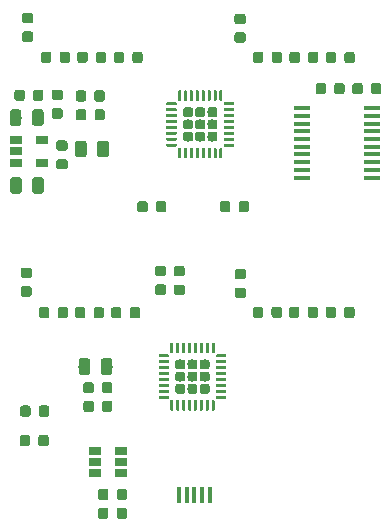
<source format=gbr>
G04 #@! TF.GenerationSoftware,KiCad,Pcbnew,(5.1.2)-1*
G04 #@! TF.CreationDate,2020-05-27T18:22:03+09:00*
G04 #@! TF.ProjectId,i2s,6932732e-6b69-4636-9164-5f7063625858,v1.1*
G04 #@! TF.SameCoordinates,Original*
G04 #@! TF.FileFunction,Paste,Top*
G04 #@! TF.FilePolarity,Positive*
%FSLAX46Y46*%
G04 Gerber Fmt 4.6, Leading zero omitted, Abs format (unit mm)*
G04 Created by KiCad (PCBNEW (5.1.2)-1) date 2020-05-27 18:22:03*
%MOMM*%
%LPD*%
G04 APERTURE LIST*
%ADD10R,1.450000X0.450000*%
%ADD11C,0.100000*%
%ADD12C,0.875000*%
%ADD13C,0.975000*%
%ADD14C,0.250000*%
%ADD15C,0.830000*%
%ADD16R,1.060000X0.650000*%
%ADD17R,0.400000X1.350000*%
G04 APERTURE END LIST*
D10*
X135150000Y-113275000D03*
X135150000Y-113925000D03*
X135150000Y-114575000D03*
X135150000Y-115225000D03*
X135150000Y-115875000D03*
X135150000Y-116525000D03*
X135150000Y-117175000D03*
X135150000Y-117825000D03*
X135150000Y-118475000D03*
X135150000Y-119125000D03*
X129250000Y-119125000D03*
X129250000Y-118475000D03*
X129250000Y-117825000D03*
X129250000Y-117175000D03*
X129250000Y-116525000D03*
X129250000Y-115875000D03*
X129250000Y-115225000D03*
X129250000Y-114575000D03*
X129250000Y-113925000D03*
X129250000Y-113275000D03*
D11*
G36*
X134164691Y-111126053D02*
G01*
X134185926Y-111129203D01*
X134206750Y-111134419D01*
X134226962Y-111141651D01*
X134246368Y-111150830D01*
X134264781Y-111161866D01*
X134282024Y-111174654D01*
X134297930Y-111189070D01*
X134312346Y-111204976D01*
X134325134Y-111222219D01*
X134336170Y-111240632D01*
X134345349Y-111260038D01*
X134352581Y-111280250D01*
X134357797Y-111301074D01*
X134360947Y-111322309D01*
X134362000Y-111343750D01*
X134362000Y-111856250D01*
X134360947Y-111877691D01*
X134357797Y-111898926D01*
X134352581Y-111919750D01*
X134345349Y-111939962D01*
X134336170Y-111959368D01*
X134325134Y-111977781D01*
X134312346Y-111995024D01*
X134297930Y-112010930D01*
X134282024Y-112025346D01*
X134264781Y-112038134D01*
X134246368Y-112049170D01*
X134226962Y-112058349D01*
X134206750Y-112065581D01*
X134185926Y-112070797D01*
X134164691Y-112073947D01*
X134143250Y-112075000D01*
X133705750Y-112075000D01*
X133684309Y-112073947D01*
X133663074Y-112070797D01*
X133642250Y-112065581D01*
X133622038Y-112058349D01*
X133602632Y-112049170D01*
X133584219Y-112038134D01*
X133566976Y-112025346D01*
X133551070Y-112010930D01*
X133536654Y-111995024D01*
X133523866Y-111977781D01*
X133512830Y-111959368D01*
X133503651Y-111939962D01*
X133496419Y-111919750D01*
X133491203Y-111898926D01*
X133488053Y-111877691D01*
X133487000Y-111856250D01*
X133487000Y-111343750D01*
X133488053Y-111322309D01*
X133491203Y-111301074D01*
X133496419Y-111280250D01*
X133503651Y-111260038D01*
X133512830Y-111240632D01*
X133523866Y-111222219D01*
X133536654Y-111204976D01*
X133551070Y-111189070D01*
X133566976Y-111174654D01*
X133584219Y-111161866D01*
X133602632Y-111150830D01*
X133622038Y-111141651D01*
X133642250Y-111134419D01*
X133663074Y-111129203D01*
X133684309Y-111126053D01*
X133705750Y-111125000D01*
X134143250Y-111125000D01*
X134164691Y-111126053D01*
X134164691Y-111126053D01*
G37*
D12*
X133924500Y-111600000D03*
D11*
G36*
X135739691Y-111126053D02*
G01*
X135760926Y-111129203D01*
X135781750Y-111134419D01*
X135801962Y-111141651D01*
X135821368Y-111150830D01*
X135839781Y-111161866D01*
X135857024Y-111174654D01*
X135872930Y-111189070D01*
X135887346Y-111204976D01*
X135900134Y-111222219D01*
X135911170Y-111240632D01*
X135920349Y-111260038D01*
X135927581Y-111280250D01*
X135932797Y-111301074D01*
X135935947Y-111322309D01*
X135937000Y-111343750D01*
X135937000Y-111856250D01*
X135935947Y-111877691D01*
X135932797Y-111898926D01*
X135927581Y-111919750D01*
X135920349Y-111939962D01*
X135911170Y-111959368D01*
X135900134Y-111977781D01*
X135887346Y-111995024D01*
X135872930Y-112010930D01*
X135857024Y-112025346D01*
X135839781Y-112038134D01*
X135821368Y-112049170D01*
X135801962Y-112058349D01*
X135781750Y-112065581D01*
X135760926Y-112070797D01*
X135739691Y-112073947D01*
X135718250Y-112075000D01*
X135280750Y-112075000D01*
X135259309Y-112073947D01*
X135238074Y-112070797D01*
X135217250Y-112065581D01*
X135197038Y-112058349D01*
X135177632Y-112049170D01*
X135159219Y-112038134D01*
X135141976Y-112025346D01*
X135126070Y-112010930D01*
X135111654Y-111995024D01*
X135098866Y-111977781D01*
X135087830Y-111959368D01*
X135078651Y-111939962D01*
X135071419Y-111919750D01*
X135066203Y-111898926D01*
X135063053Y-111877691D01*
X135062000Y-111856250D01*
X135062000Y-111343750D01*
X135063053Y-111322309D01*
X135066203Y-111301074D01*
X135071419Y-111280250D01*
X135078651Y-111260038D01*
X135087830Y-111240632D01*
X135098866Y-111222219D01*
X135111654Y-111204976D01*
X135126070Y-111189070D01*
X135141976Y-111174654D01*
X135159219Y-111161866D01*
X135177632Y-111150830D01*
X135197038Y-111141651D01*
X135217250Y-111134419D01*
X135238074Y-111129203D01*
X135259309Y-111126053D01*
X135280750Y-111125000D01*
X135718250Y-111125000D01*
X135739691Y-111126053D01*
X135739691Y-111126053D01*
G37*
D12*
X135499500Y-111600000D03*
D11*
G36*
X132627691Y-111126053D02*
G01*
X132648926Y-111129203D01*
X132669750Y-111134419D01*
X132689962Y-111141651D01*
X132709368Y-111150830D01*
X132727781Y-111161866D01*
X132745024Y-111174654D01*
X132760930Y-111189070D01*
X132775346Y-111204976D01*
X132788134Y-111222219D01*
X132799170Y-111240632D01*
X132808349Y-111260038D01*
X132815581Y-111280250D01*
X132820797Y-111301074D01*
X132823947Y-111322309D01*
X132825000Y-111343750D01*
X132825000Y-111856250D01*
X132823947Y-111877691D01*
X132820797Y-111898926D01*
X132815581Y-111919750D01*
X132808349Y-111939962D01*
X132799170Y-111959368D01*
X132788134Y-111977781D01*
X132775346Y-111995024D01*
X132760930Y-112010930D01*
X132745024Y-112025346D01*
X132727781Y-112038134D01*
X132709368Y-112049170D01*
X132689962Y-112058349D01*
X132669750Y-112065581D01*
X132648926Y-112070797D01*
X132627691Y-112073947D01*
X132606250Y-112075000D01*
X132168750Y-112075000D01*
X132147309Y-112073947D01*
X132126074Y-112070797D01*
X132105250Y-112065581D01*
X132085038Y-112058349D01*
X132065632Y-112049170D01*
X132047219Y-112038134D01*
X132029976Y-112025346D01*
X132014070Y-112010930D01*
X131999654Y-111995024D01*
X131986866Y-111977781D01*
X131975830Y-111959368D01*
X131966651Y-111939962D01*
X131959419Y-111919750D01*
X131954203Y-111898926D01*
X131951053Y-111877691D01*
X131950000Y-111856250D01*
X131950000Y-111343750D01*
X131951053Y-111322309D01*
X131954203Y-111301074D01*
X131959419Y-111280250D01*
X131966651Y-111260038D01*
X131975830Y-111240632D01*
X131986866Y-111222219D01*
X131999654Y-111204976D01*
X132014070Y-111189070D01*
X132029976Y-111174654D01*
X132047219Y-111161866D01*
X132065632Y-111150830D01*
X132085038Y-111141651D01*
X132105250Y-111134419D01*
X132126074Y-111129203D01*
X132147309Y-111126053D01*
X132168750Y-111125000D01*
X132606250Y-111125000D01*
X132627691Y-111126053D01*
X132627691Y-111126053D01*
G37*
D12*
X132387500Y-111600000D03*
D11*
G36*
X131052691Y-111126053D02*
G01*
X131073926Y-111129203D01*
X131094750Y-111134419D01*
X131114962Y-111141651D01*
X131134368Y-111150830D01*
X131152781Y-111161866D01*
X131170024Y-111174654D01*
X131185930Y-111189070D01*
X131200346Y-111204976D01*
X131213134Y-111222219D01*
X131224170Y-111240632D01*
X131233349Y-111260038D01*
X131240581Y-111280250D01*
X131245797Y-111301074D01*
X131248947Y-111322309D01*
X131250000Y-111343750D01*
X131250000Y-111856250D01*
X131248947Y-111877691D01*
X131245797Y-111898926D01*
X131240581Y-111919750D01*
X131233349Y-111939962D01*
X131224170Y-111959368D01*
X131213134Y-111977781D01*
X131200346Y-111995024D01*
X131185930Y-112010930D01*
X131170024Y-112025346D01*
X131152781Y-112038134D01*
X131134368Y-112049170D01*
X131114962Y-112058349D01*
X131094750Y-112065581D01*
X131073926Y-112070797D01*
X131052691Y-112073947D01*
X131031250Y-112075000D01*
X130593750Y-112075000D01*
X130572309Y-112073947D01*
X130551074Y-112070797D01*
X130530250Y-112065581D01*
X130510038Y-112058349D01*
X130490632Y-112049170D01*
X130472219Y-112038134D01*
X130454976Y-112025346D01*
X130439070Y-112010930D01*
X130424654Y-111995024D01*
X130411866Y-111977781D01*
X130400830Y-111959368D01*
X130391651Y-111939962D01*
X130384419Y-111919750D01*
X130379203Y-111898926D01*
X130376053Y-111877691D01*
X130375000Y-111856250D01*
X130375000Y-111343750D01*
X130376053Y-111322309D01*
X130379203Y-111301074D01*
X130384419Y-111280250D01*
X130391651Y-111260038D01*
X130400830Y-111240632D01*
X130411866Y-111222219D01*
X130424654Y-111204976D01*
X130439070Y-111189070D01*
X130454976Y-111174654D01*
X130472219Y-111161866D01*
X130490632Y-111150830D01*
X130510038Y-111141651D01*
X130530250Y-111134419D01*
X130551074Y-111129203D01*
X130572309Y-111126053D01*
X130593750Y-111125000D01*
X131031250Y-111125000D01*
X131052691Y-111126053D01*
X131052691Y-111126053D01*
G37*
D12*
X130812500Y-111600000D03*
D11*
G36*
X119097691Y-128189053D02*
G01*
X119118926Y-128192203D01*
X119139750Y-128197419D01*
X119159962Y-128204651D01*
X119179368Y-128213830D01*
X119197781Y-128224866D01*
X119215024Y-128237654D01*
X119230930Y-128252070D01*
X119245346Y-128267976D01*
X119258134Y-128285219D01*
X119269170Y-128303632D01*
X119278349Y-128323038D01*
X119285581Y-128343250D01*
X119290797Y-128364074D01*
X119293947Y-128385309D01*
X119295000Y-128406750D01*
X119295000Y-128844250D01*
X119293947Y-128865691D01*
X119290797Y-128886926D01*
X119285581Y-128907750D01*
X119278349Y-128927962D01*
X119269170Y-128947368D01*
X119258134Y-128965781D01*
X119245346Y-128983024D01*
X119230930Y-128998930D01*
X119215024Y-129013346D01*
X119197781Y-129026134D01*
X119179368Y-129037170D01*
X119159962Y-129046349D01*
X119139750Y-129053581D01*
X119118926Y-129058797D01*
X119097691Y-129061947D01*
X119076250Y-129063000D01*
X118563750Y-129063000D01*
X118542309Y-129061947D01*
X118521074Y-129058797D01*
X118500250Y-129053581D01*
X118480038Y-129046349D01*
X118460632Y-129037170D01*
X118442219Y-129026134D01*
X118424976Y-129013346D01*
X118409070Y-128998930D01*
X118394654Y-128983024D01*
X118381866Y-128965781D01*
X118370830Y-128947368D01*
X118361651Y-128927962D01*
X118354419Y-128907750D01*
X118349203Y-128886926D01*
X118346053Y-128865691D01*
X118345000Y-128844250D01*
X118345000Y-128406750D01*
X118346053Y-128385309D01*
X118349203Y-128364074D01*
X118354419Y-128343250D01*
X118361651Y-128323038D01*
X118370830Y-128303632D01*
X118381866Y-128285219D01*
X118394654Y-128267976D01*
X118409070Y-128252070D01*
X118424976Y-128237654D01*
X118442219Y-128224866D01*
X118460632Y-128213830D01*
X118480038Y-128204651D01*
X118500250Y-128197419D01*
X118521074Y-128192203D01*
X118542309Y-128189053D01*
X118563750Y-128188000D01*
X119076250Y-128188000D01*
X119097691Y-128189053D01*
X119097691Y-128189053D01*
G37*
D12*
X118820000Y-128625500D03*
D11*
G36*
X119097691Y-126614053D02*
G01*
X119118926Y-126617203D01*
X119139750Y-126622419D01*
X119159962Y-126629651D01*
X119179368Y-126638830D01*
X119197781Y-126649866D01*
X119215024Y-126662654D01*
X119230930Y-126677070D01*
X119245346Y-126692976D01*
X119258134Y-126710219D01*
X119269170Y-126728632D01*
X119278349Y-126748038D01*
X119285581Y-126768250D01*
X119290797Y-126789074D01*
X119293947Y-126810309D01*
X119295000Y-126831750D01*
X119295000Y-127269250D01*
X119293947Y-127290691D01*
X119290797Y-127311926D01*
X119285581Y-127332750D01*
X119278349Y-127352962D01*
X119269170Y-127372368D01*
X119258134Y-127390781D01*
X119245346Y-127408024D01*
X119230930Y-127423930D01*
X119215024Y-127438346D01*
X119197781Y-127451134D01*
X119179368Y-127462170D01*
X119159962Y-127471349D01*
X119139750Y-127478581D01*
X119118926Y-127483797D01*
X119097691Y-127486947D01*
X119076250Y-127488000D01*
X118563750Y-127488000D01*
X118542309Y-127486947D01*
X118521074Y-127483797D01*
X118500250Y-127478581D01*
X118480038Y-127471349D01*
X118460632Y-127462170D01*
X118442219Y-127451134D01*
X118424976Y-127438346D01*
X118409070Y-127423930D01*
X118394654Y-127408024D01*
X118381866Y-127390781D01*
X118370830Y-127372368D01*
X118361651Y-127352962D01*
X118354419Y-127332750D01*
X118349203Y-127311926D01*
X118346053Y-127290691D01*
X118345000Y-127269250D01*
X118345000Y-126831750D01*
X118346053Y-126810309D01*
X118349203Y-126789074D01*
X118354419Y-126768250D01*
X118361651Y-126748038D01*
X118370830Y-126728632D01*
X118381866Y-126710219D01*
X118394654Y-126692976D01*
X118409070Y-126677070D01*
X118424976Y-126662654D01*
X118442219Y-126649866D01*
X118460632Y-126638830D01*
X118480038Y-126629651D01*
X118500250Y-126622419D01*
X118521074Y-126617203D01*
X118542309Y-126614053D01*
X118563750Y-126613000D01*
X119076250Y-126613000D01*
X119097691Y-126614053D01*
X119097691Y-126614053D01*
G37*
D12*
X118820000Y-127050500D03*
D11*
G36*
X117527691Y-128179053D02*
G01*
X117548926Y-128182203D01*
X117569750Y-128187419D01*
X117589962Y-128194651D01*
X117609368Y-128203830D01*
X117627781Y-128214866D01*
X117645024Y-128227654D01*
X117660930Y-128242070D01*
X117675346Y-128257976D01*
X117688134Y-128275219D01*
X117699170Y-128293632D01*
X117708349Y-128313038D01*
X117715581Y-128333250D01*
X117720797Y-128354074D01*
X117723947Y-128375309D01*
X117725000Y-128396750D01*
X117725000Y-128834250D01*
X117723947Y-128855691D01*
X117720797Y-128876926D01*
X117715581Y-128897750D01*
X117708349Y-128917962D01*
X117699170Y-128937368D01*
X117688134Y-128955781D01*
X117675346Y-128973024D01*
X117660930Y-128988930D01*
X117645024Y-129003346D01*
X117627781Y-129016134D01*
X117609368Y-129027170D01*
X117589962Y-129036349D01*
X117569750Y-129043581D01*
X117548926Y-129048797D01*
X117527691Y-129051947D01*
X117506250Y-129053000D01*
X116993750Y-129053000D01*
X116972309Y-129051947D01*
X116951074Y-129048797D01*
X116930250Y-129043581D01*
X116910038Y-129036349D01*
X116890632Y-129027170D01*
X116872219Y-129016134D01*
X116854976Y-129003346D01*
X116839070Y-128988930D01*
X116824654Y-128973024D01*
X116811866Y-128955781D01*
X116800830Y-128937368D01*
X116791651Y-128917962D01*
X116784419Y-128897750D01*
X116779203Y-128876926D01*
X116776053Y-128855691D01*
X116775000Y-128834250D01*
X116775000Y-128396750D01*
X116776053Y-128375309D01*
X116779203Y-128354074D01*
X116784419Y-128333250D01*
X116791651Y-128313038D01*
X116800830Y-128293632D01*
X116811866Y-128275219D01*
X116824654Y-128257976D01*
X116839070Y-128242070D01*
X116854976Y-128227654D01*
X116872219Y-128214866D01*
X116890632Y-128203830D01*
X116910038Y-128194651D01*
X116930250Y-128187419D01*
X116951074Y-128182203D01*
X116972309Y-128179053D01*
X116993750Y-128178000D01*
X117506250Y-128178000D01*
X117527691Y-128179053D01*
X117527691Y-128179053D01*
G37*
D12*
X117250000Y-128615500D03*
D11*
G36*
X117527691Y-126604053D02*
G01*
X117548926Y-126607203D01*
X117569750Y-126612419D01*
X117589962Y-126619651D01*
X117609368Y-126628830D01*
X117627781Y-126639866D01*
X117645024Y-126652654D01*
X117660930Y-126667070D01*
X117675346Y-126682976D01*
X117688134Y-126700219D01*
X117699170Y-126718632D01*
X117708349Y-126738038D01*
X117715581Y-126758250D01*
X117720797Y-126779074D01*
X117723947Y-126800309D01*
X117725000Y-126821750D01*
X117725000Y-127259250D01*
X117723947Y-127280691D01*
X117720797Y-127301926D01*
X117715581Y-127322750D01*
X117708349Y-127342962D01*
X117699170Y-127362368D01*
X117688134Y-127380781D01*
X117675346Y-127398024D01*
X117660930Y-127413930D01*
X117645024Y-127428346D01*
X117627781Y-127441134D01*
X117609368Y-127452170D01*
X117589962Y-127461349D01*
X117569750Y-127468581D01*
X117548926Y-127473797D01*
X117527691Y-127476947D01*
X117506250Y-127478000D01*
X116993750Y-127478000D01*
X116972309Y-127476947D01*
X116951074Y-127473797D01*
X116930250Y-127468581D01*
X116910038Y-127461349D01*
X116890632Y-127452170D01*
X116872219Y-127441134D01*
X116854976Y-127428346D01*
X116839070Y-127413930D01*
X116824654Y-127398024D01*
X116811866Y-127380781D01*
X116800830Y-127362368D01*
X116791651Y-127342962D01*
X116784419Y-127322750D01*
X116779203Y-127301926D01*
X116776053Y-127280691D01*
X116775000Y-127259250D01*
X116775000Y-126821750D01*
X116776053Y-126800309D01*
X116779203Y-126779074D01*
X116784419Y-126758250D01*
X116791651Y-126738038D01*
X116800830Y-126718632D01*
X116811866Y-126700219D01*
X116824654Y-126682976D01*
X116839070Y-126667070D01*
X116854976Y-126652654D01*
X116872219Y-126639866D01*
X116890632Y-126628830D01*
X116910038Y-126619651D01*
X116930250Y-126612419D01*
X116951074Y-126607203D01*
X116972309Y-126604053D01*
X116993750Y-126603000D01*
X117506250Y-126603000D01*
X117527691Y-126604053D01*
X117527691Y-126604053D01*
G37*
D12*
X117250000Y-127040500D03*
D11*
G36*
X108777691Y-111688053D02*
G01*
X108798926Y-111691203D01*
X108819750Y-111696419D01*
X108839962Y-111703651D01*
X108859368Y-111712830D01*
X108877781Y-111723866D01*
X108895024Y-111736654D01*
X108910930Y-111751070D01*
X108925346Y-111766976D01*
X108938134Y-111784219D01*
X108949170Y-111802632D01*
X108958349Y-111822038D01*
X108965581Y-111842250D01*
X108970797Y-111863074D01*
X108973947Y-111884309D01*
X108975000Y-111905750D01*
X108975000Y-112343250D01*
X108973947Y-112364691D01*
X108970797Y-112385926D01*
X108965581Y-112406750D01*
X108958349Y-112426962D01*
X108949170Y-112446368D01*
X108938134Y-112464781D01*
X108925346Y-112482024D01*
X108910930Y-112497930D01*
X108895024Y-112512346D01*
X108877781Y-112525134D01*
X108859368Y-112536170D01*
X108839962Y-112545349D01*
X108819750Y-112552581D01*
X108798926Y-112557797D01*
X108777691Y-112560947D01*
X108756250Y-112562000D01*
X108243750Y-112562000D01*
X108222309Y-112560947D01*
X108201074Y-112557797D01*
X108180250Y-112552581D01*
X108160038Y-112545349D01*
X108140632Y-112536170D01*
X108122219Y-112525134D01*
X108104976Y-112512346D01*
X108089070Y-112497930D01*
X108074654Y-112482024D01*
X108061866Y-112464781D01*
X108050830Y-112446368D01*
X108041651Y-112426962D01*
X108034419Y-112406750D01*
X108029203Y-112385926D01*
X108026053Y-112364691D01*
X108025000Y-112343250D01*
X108025000Y-111905750D01*
X108026053Y-111884309D01*
X108029203Y-111863074D01*
X108034419Y-111842250D01*
X108041651Y-111822038D01*
X108050830Y-111802632D01*
X108061866Y-111784219D01*
X108074654Y-111766976D01*
X108089070Y-111751070D01*
X108104976Y-111736654D01*
X108122219Y-111723866D01*
X108140632Y-111712830D01*
X108160038Y-111703651D01*
X108180250Y-111696419D01*
X108201074Y-111691203D01*
X108222309Y-111688053D01*
X108243750Y-111687000D01*
X108756250Y-111687000D01*
X108777691Y-111688053D01*
X108777691Y-111688053D01*
G37*
D12*
X108500000Y-112124500D03*
D11*
G36*
X108777691Y-113263053D02*
G01*
X108798926Y-113266203D01*
X108819750Y-113271419D01*
X108839962Y-113278651D01*
X108859368Y-113287830D01*
X108877781Y-113298866D01*
X108895024Y-113311654D01*
X108910930Y-113326070D01*
X108925346Y-113341976D01*
X108938134Y-113359219D01*
X108949170Y-113377632D01*
X108958349Y-113397038D01*
X108965581Y-113417250D01*
X108970797Y-113438074D01*
X108973947Y-113459309D01*
X108975000Y-113480750D01*
X108975000Y-113918250D01*
X108973947Y-113939691D01*
X108970797Y-113960926D01*
X108965581Y-113981750D01*
X108958349Y-114001962D01*
X108949170Y-114021368D01*
X108938134Y-114039781D01*
X108925346Y-114057024D01*
X108910930Y-114072930D01*
X108895024Y-114087346D01*
X108877781Y-114100134D01*
X108859368Y-114111170D01*
X108839962Y-114120349D01*
X108819750Y-114127581D01*
X108798926Y-114132797D01*
X108777691Y-114135947D01*
X108756250Y-114137000D01*
X108243750Y-114137000D01*
X108222309Y-114135947D01*
X108201074Y-114132797D01*
X108180250Y-114127581D01*
X108160038Y-114120349D01*
X108140632Y-114111170D01*
X108122219Y-114100134D01*
X108104976Y-114087346D01*
X108089070Y-114072930D01*
X108074654Y-114057024D01*
X108061866Y-114039781D01*
X108050830Y-114021368D01*
X108041651Y-114001962D01*
X108034419Y-113981750D01*
X108029203Y-113960926D01*
X108026053Y-113939691D01*
X108025000Y-113918250D01*
X108025000Y-113480750D01*
X108026053Y-113459309D01*
X108029203Y-113438074D01*
X108034419Y-113417250D01*
X108041651Y-113397038D01*
X108050830Y-113377632D01*
X108061866Y-113359219D01*
X108074654Y-113341976D01*
X108089070Y-113326070D01*
X108104976Y-113311654D01*
X108122219Y-113298866D01*
X108140632Y-113287830D01*
X108160038Y-113278651D01*
X108180250Y-113271419D01*
X108201074Y-113266203D01*
X108222309Y-113263053D01*
X108243750Y-113262000D01*
X108756250Y-113262000D01*
X108777691Y-113263053D01*
X108777691Y-113263053D01*
G37*
D12*
X108500000Y-113699500D03*
D11*
G36*
X114207691Y-147066053D02*
G01*
X114228926Y-147069203D01*
X114249750Y-147074419D01*
X114269962Y-147081651D01*
X114289368Y-147090830D01*
X114307781Y-147101866D01*
X114325024Y-147114654D01*
X114340930Y-147129070D01*
X114355346Y-147144976D01*
X114368134Y-147162219D01*
X114379170Y-147180632D01*
X114388349Y-147200038D01*
X114395581Y-147220250D01*
X114400797Y-147241074D01*
X114403947Y-147262309D01*
X114405000Y-147283750D01*
X114405000Y-147796250D01*
X114403947Y-147817691D01*
X114400797Y-147838926D01*
X114395581Y-147859750D01*
X114388349Y-147879962D01*
X114379170Y-147899368D01*
X114368134Y-147917781D01*
X114355346Y-147935024D01*
X114340930Y-147950930D01*
X114325024Y-147965346D01*
X114307781Y-147978134D01*
X114289368Y-147989170D01*
X114269962Y-147998349D01*
X114249750Y-148005581D01*
X114228926Y-148010797D01*
X114207691Y-148013947D01*
X114186250Y-148015000D01*
X113748750Y-148015000D01*
X113727309Y-148013947D01*
X113706074Y-148010797D01*
X113685250Y-148005581D01*
X113665038Y-147998349D01*
X113645632Y-147989170D01*
X113627219Y-147978134D01*
X113609976Y-147965346D01*
X113594070Y-147950930D01*
X113579654Y-147935024D01*
X113566866Y-147917781D01*
X113555830Y-147899368D01*
X113546651Y-147879962D01*
X113539419Y-147859750D01*
X113534203Y-147838926D01*
X113531053Y-147817691D01*
X113530000Y-147796250D01*
X113530000Y-147283750D01*
X113531053Y-147262309D01*
X113534203Y-147241074D01*
X113539419Y-147220250D01*
X113546651Y-147200038D01*
X113555830Y-147180632D01*
X113566866Y-147162219D01*
X113579654Y-147144976D01*
X113594070Y-147129070D01*
X113609976Y-147114654D01*
X113627219Y-147101866D01*
X113645632Y-147090830D01*
X113665038Y-147081651D01*
X113685250Y-147074419D01*
X113706074Y-147069203D01*
X113727309Y-147066053D01*
X113748750Y-147065000D01*
X114186250Y-147065000D01*
X114207691Y-147066053D01*
X114207691Y-147066053D01*
G37*
D12*
X113967500Y-147540000D03*
D11*
G36*
X112632691Y-147066053D02*
G01*
X112653926Y-147069203D01*
X112674750Y-147074419D01*
X112694962Y-147081651D01*
X112714368Y-147090830D01*
X112732781Y-147101866D01*
X112750024Y-147114654D01*
X112765930Y-147129070D01*
X112780346Y-147144976D01*
X112793134Y-147162219D01*
X112804170Y-147180632D01*
X112813349Y-147200038D01*
X112820581Y-147220250D01*
X112825797Y-147241074D01*
X112828947Y-147262309D01*
X112830000Y-147283750D01*
X112830000Y-147796250D01*
X112828947Y-147817691D01*
X112825797Y-147838926D01*
X112820581Y-147859750D01*
X112813349Y-147879962D01*
X112804170Y-147899368D01*
X112793134Y-147917781D01*
X112780346Y-147935024D01*
X112765930Y-147950930D01*
X112750024Y-147965346D01*
X112732781Y-147978134D01*
X112714368Y-147989170D01*
X112694962Y-147998349D01*
X112674750Y-148005581D01*
X112653926Y-148010797D01*
X112632691Y-148013947D01*
X112611250Y-148015000D01*
X112173750Y-148015000D01*
X112152309Y-148013947D01*
X112131074Y-148010797D01*
X112110250Y-148005581D01*
X112090038Y-147998349D01*
X112070632Y-147989170D01*
X112052219Y-147978134D01*
X112034976Y-147965346D01*
X112019070Y-147950930D01*
X112004654Y-147935024D01*
X111991866Y-147917781D01*
X111980830Y-147899368D01*
X111971651Y-147879962D01*
X111964419Y-147859750D01*
X111959203Y-147838926D01*
X111956053Y-147817691D01*
X111955000Y-147796250D01*
X111955000Y-147283750D01*
X111956053Y-147262309D01*
X111959203Y-147241074D01*
X111964419Y-147220250D01*
X111971651Y-147200038D01*
X111980830Y-147180632D01*
X111991866Y-147162219D01*
X112004654Y-147144976D01*
X112019070Y-147129070D01*
X112034976Y-147114654D01*
X112052219Y-147101866D01*
X112070632Y-147090830D01*
X112090038Y-147081651D01*
X112110250Y-147074419D01*
X112131074Y-147069203D01*
X112152309Y-147066053D01*
X112173750Y-147065000D01*
X112611250Y-147065000D01*
X112632691Y-147066053D01*
X112632691Y-147066053D01*
G37*
D12*
X112392500Y-147540000D03*
D11*
G36*
X111072142Y-134431174D02*
G01*
X111095803Y-134434684D01*
X111119007Y-134440496D01*
X111141529Y-134448554D01*
X111163153Y-134458782D01*
X111183670Y-134471079D01*
X111202883Y-134485329D01*
X111220607Y-134501393D01*
X111236671Y-134519117D01*
X111250921Y-134538330D01*
X111263218Y-134558847D01*
X111273446Y-134580471D01*
X111281504Y-134602993D01*
X111287316Y-134626197D01*
X111290826Y-134649858D01*
X111292000Y-134673750D01*
X111292000Y-135586250D01*
X111290826Y-135610142D01*
X111287316Y-135633803D01*
X111281504Y-135657007D01*
X111273446Y-135679529D01*
X111263218Y-135701153D01*
X111250921Y-135721670D01*
X111236671Y-135740883D01*
X111220607Y-135758607D01*
X111202883Y-135774671D01*
X111183670Y-135788921D01*
X111163153Y-135801218D01*
X111141529Y-135811446D01*
X111119007Y-135819504D01*
X111095803Y-135825316D01*
X111072142Y-135828826D01*
X111048250Y-135830000D01*
X110560750Y-135830000D01*
X110536858Y-135828826D01*
X110513197Y-135825316D01*
X110489993Y-135819504D01*
X110467471Y-135811446D01*
X110445847Y-135801218D01*
X110425330Y-135788921D01*
X110406117Y-135774671D01*
X110388393Y-135758607D01*
X110372329Y-135740883D01*
X110358079Y-135721670D01*
X110345782Y-135701153D01*
X110335554Y-135679529D01*
X110327496Y-135657007D01*
X110321684Y-135633803D01*
X110318174Y-135610142D01*
X110317000Y-135586250D01*
X110317000Y-134673750D01*
X110318174Y-134649858D01*
X110321684Y-134626197D01*
X110327496Y-134602993D01*
X110335554Y-134580471D01*
X110345782Y-134558847D01*
X110358079Y-134538330D01*
X110372329Y-134519117D01*
X110388393Y-134501393D01*
X110406117Y-134485329D01*
X110425330Y-134471079D01*
X110445847Y-134458782D01*
X110467471Y-134448554D01*
X110489993Y-134440496D01*
X110513197Y-134434684D01*
X110536858Y-134431174D01*
X110560750Y-134430000D01*
X111048250Y-134430000D01*
X111072142Y-134431174D01*
X111072142Y-134431174D01*
G37*
D13*
X110804500Y-135130000D03*
D11*
G36*
X112947142Y-134431174D02*
G01*
X112970803Y-134434684D01*
X112994007Y-134440496D01*
X113016529Y-134448554D01*
X113038153Y-134458782D01*
X113058670Y-134471079D01*
X113077883Y-134485329D01*
X113095607Y-134501393D01*
X113111671Y-134519117D01*
X113125921Y-134538330D01*
X113138218Y-134558847D01*
X113148446Y-134580471D01*
X113156504Y-134602993D01*
X113162316Y-134626197D01*
X113165826Y-134649858D01*
X113167000Y-134673750D01*
X113167000Y-135586250D01*
X113165826Y-135610142D01*
X113162316Y-135633803D01*
X113156504Y-135657007D01*
X113148446Y-135679529D01*
X113138218Y-135701153D01*
X113125921Y-135721670D01*
X113111671Y-135740883D01*
X113095607Y-135758607D01*
X113077883Y-135774671D01*
X113058670Y-135788921D01*
X113038153Y-135801218D01*
X113016529Y-135811446D01*
X112994007Y-135819504D01*
X112970803Y-135825316D01*
X112947142Y-135828826D01*
X112923250Y-135830000D01*
X112435750Y-135830000D01*
X112411858Y-135828826D01*
X112388197Y-135825316D01*
X112364993Y-135819504D01*
X112342471Y-135811446D01*
X112320847Y-135801218D01*
X112300330Y-135788921D01*
X112281117Y-135774671D01*
X112263393Y-135758607D01*
X112247329Y-135740883D01*
X112233079Y-135721670D01*
X112220782Y-135701153D01*
X112210554Y-135679529D01*
X112202496Y-135657007D01*
X112196684Y-135633803D01*
X112193174Y-135610142D01*
X112192000Y-135586250D01*
X112192000Y-134673750D01*
X112193174Y-134649858D01*
X112196684Y-134626197D01*
X112202496Y-134602993D01*
X112210554Y-134580471D01*
X112220782Y-134558847D01*
X112233079Y-134538330D01*
X112247329Y-134519117D01*
X112263393Y-134501393D01*
X112281117Y-134485329D01*
X112300330Y-134471079D01*
X112320847Y-134458782D01*
X112342471Y-134448554D01*
X112364993Y-134440496D01*
X112388197Y-134434684D01*
X112411858Y-134431174D01*
X112435750Y-134430000D01*
X112923250Y-134430000D01*
X112947142Y-134431174D01*
X112947142Y-134431174D01*
G37*
D13*
X112679500Y-135130000D03*
D11*
G36*
X123428626Y-112755301D02*
G01*
X123434693Y-112756201D01*
X123440643Y-112757691D01*
X123446418Y-112759758D01*
X123451962Y-112762380D01*
X123457223Y-112765533D01*
X123462150Y-112769187D01*
X123466694Y-112773306D01*
X123470813Y-112777850D01*
X123474467Y-112782777D01*
X123477620Y-112788038D01*
X123480242Y-112793582D01*
X123482309Y-112799357D01*
X123483799Y-112805307D01*
X123484699Y-112811374D01*
X123485000Y-112817500D01*
X123485000Y-112942500D01*
X123484699Y-112948626D01*
X123483799Y-112954693D01*
X123482309Y-112960643D01*
X123480242Y-112966418D01*
X123477620Y-112971962D01*
X123474467Y-112977223D01*
X123470813Y-112982150D01*
X123466694Y-112986694D01*
X123462150Y-112990813D01*
X123457223Y-112994467D01*
X123451962Y-112997620D01*
X123446418Y-113000242D01*
X123440643Y-113002309D01*
X123434693Y-113003799D01*
X123428626Y-113004699D01*
X123422500Y-113005000D01*
X122672500Y-113005000D01*
X122666374Y-113004699D01*
X122660307Y-113003799D01*
X122654357Y-113002309D01*
X122648582Y-113000242D01*
X122643038Y-112997620D01*
X122637777Y-112994467D01*
X122632850Y-112990813D01*
X122628306Y-112986694D01*
X122624187Y-112982150D01*
X122620533Y-112977223D01*
X122617380Y-112971962D01*
X122614758Y-112966418D01*
X122612691Y-112960643D01*
X122611201Y-112954693D01*
X122610301Y-112948626D01*
X122610000Y-112942500D01*
X122610000Y-112817500D01*
X122610301Y-112811374D01*
X122611201Y-112805307D01*
X122612691Y-112799357D01*
X122614758Y-112793582D01*
X122617380Y-112788038D01*
X122620533Y-112782777D01*
X122624187Y-112777850D01*
X122628306Y-112773306D01*
X122632850Y-112769187D01*
X122637777Y-112765533D01*
X122643038Y-112762380D01*
X122648582Y-112759758D01*
X122654357Y-112757691D01*
X122660307Y-112756201D01*
X122666374Y-112755301D01*
X122672500Y-112755000D01*
X123422500Y-112755000D01*
X123428626Y-112755301D01*
X123428626Y-112755301D01*
G37*
D14*
X123047500Y-112880000D03*
D11*
G36*
X123428626Y-113255301D02*
G01*
X123434693Y-113256201D01*
X123440643Y-113257691D01*
X123446418Y-113259758D01*
X123451962Y-113262380D01*
X123457223Y-113265533D01*
X123462150Y-113269187D01*
X123466694Y-113273306D01*
X123470813Y-113277850D01*
X123474467Y-113282777D01*
X123477620Y-113288038D01*
X123480242Y-113293582D01*
X123482309Y-113299357D01*
X123483799Y-113305307D01*
X123484699Y-113311374D01*
X123485000Y-113317500D01*
X123485000Y-113442500D01*
X123484699Y-113448626D01*
X123483799Y-113454693D01*
X123482309Y-113460643D01*
X123480242Y-113466418D01*
X123477620Y-113471962D01*
X123474467Y-113477223D01*
X123470813Y-113482150D01*
X123466694Y-113486694D01*
X123462150Y-113490813D01*
X123457223Y-113494467D01*
X123451962Y-113497620D01*
X123446418Y-113500242D01*
X123440643Y-113502309D01*
X123434693Y-113503799D01*
X123428626Y-113504699D01*
X123422500Y-113505000D01*
X122672500Y-113505000D01*
X122666374Y-113504699D01*
X122660307Y-113503799D01*
X122654357Y-113502309D01*
X122648582Y-113500242D01*
X122643038Y-113497620D01*
X122637777Y-113494467D01*
X122632850Y-113490813D01*
X122628306Y-113486694D01*
X122624187Y-113482150D01*
X122620533Y-113477223D01*
X122617380Y-113471962D01*
X122614758Y-113466418D01*
X122612691Y-113460643D01*
X122611201Y-113454693D01*
X122610301Y-113448626D01*
X122610000Y-113442500D01*
X122610000Y-113317500D01*
X122610301Y-113311374D01*
X122611201Y-113305307D01*
X122612691Y-113299357D01*
X122614758Y-113293582D01*
X122617380Y-113288038D01*
X122620533Y-113282777D01*
X122624187Y-113277850D01*
X122628306Y-113273306D01*
X122632850Y-113269187D01*
X122637777Y-113265533D01*
X122643038Y-113262380D01*
X122648582Y-113259758D01*
X122654357Y-113257691D01*
X122660307Y-113256201D01*
X122666374Y-113255301D01*
X122672500Y-113255000D01*
X123422500Y-113255000D01*
X123428626Y-113255301D01*
X123428626Y-113255301D01*
G37*
D14*
X123047500Y-113380000D03*
D11*
G36*
X123428626Y-113755301D02*
G01*
X123434693Y-113756201D01*
X123440643Y-113757691D01*
X123446418Y-113759758D01*
X123451962Y-113762380D01*
X123457223Y-113765533D01*
X123462150Y-113769187D01*
X123466694Y-113773306D01*
X123470813Y-113777850D01*
X123474467Y-113782777D01*
X123477620Y-113788038D01*
X123480242Y-113793582D01*
X123482309Y-113799357D01*
X123483799Y-113805307D01*
X123484699Y-113811374D01*
X123485000Y-113817500D01*
X123485000Y-113942500D01*
X123484699Y-113948626D01*
X123483799Y-113954693D01*
X123482309Y-113960643D01*
X123480242Y-113966418D01*
X123477620Y-113971962D01*
X123474467Y-113977223D01*
X123470813Y-113982150D01*
X123466694Y-113986694D01*
X123462150Y-113990813D01*
X123457223Y-113994467D01*
X123451962Y-113997620D01*
X123446418Y-114000242D01*
X123440643Y-114002309D01*
X123434693Y-114003799D01*
X123428626Y-114004699D01*
X123422500Y-114005000D01*
X122672500Y-114005000D01*
X122666374Y-114004699D01*
X122660307Y-114003799D01*
X122654357Y-114002309D01*
X122648582Y-114000242D01*
X122643038Y-113997620D01*
X122637777Y-113994467D01*
X122632850Y-113990813D01*
X122628306Y-113986694D01*
X122624187Y-113982150D01*
X122620533Y-113977223D01*
X122617380Y-113971962D01*
X122614758Y-113966418D01*
X122612691Y-113960643D01*
X122611201Y-113954693D01*
X122610301Y-113948626D01*
X122610000Y-113942500D01*
X122610000Y-113817500D01*
X122610301Y-113811374D01*
X122611201Y-113805307D01*
X122612691Y-113799357D01*
X122614758Y-113793582D01*
X122617380Y-113788038D01*
X122620533Y-113782777D01*
X122624187Y-113777850D01*
X122628306Y-113773306D01*
X122632850Y-113769187D01*
X122637777Y-113765533D01*
X122643038Y-113762380D01*
X122648582Y-113759758D01*
X122654357Y-113757691D01*
X122660307Y-113756201D01*
X122666374Y-113755301D01*
X122672500Y-113755000D01*
X123422500Y-113755000D01*
X123428626Y-113755301D01*
X123428626Y-113755301D01*
G37*
D14*
X123047500Y-113880000D03*
D11*
G36*
X123428626Y-114255301D02*
G01*
X123434693Y-114256201D01*
X123440643Y-114257691D01*
X123446418Y-114259758D01*
X123451962Y-114262380D01*
X123457223Y-114265533D01*
X123462150Y-114269187D01*
X123466694Y-114273306D01*
X123470813Y-114277850D01*
X123474467Y-114282777D01*
X123477620Y-114288038D01*
X123480242Y-114293582D01*
X123482309Y-114299357D01*
X123483799Y-114305307D01*
X123484699Y-114311374D01*
X123485000Y-114317500D01*
X123485000Y-114442500D01*
X123484699Y-114448626D01*
X123483799Y-114454693D01*
X123482309Y-114460643D01*
X123480242Y-114466418D01*
X123477620Y-114471962D01*
X123474467Y-114477223D01*
X123470813Y-114482150D01*
X123466694Y-114486694D01*
X123462150Y-114490813D01*
X123457223Y-114494467D01*
X123451962Y-114497620D01*
X123446418Y-114500242D01*
X123440643Y-114502309D01*
X123434693Y-114503799D01*
X123428626Y-114504699D01*
X123422500Y-114505000D01*
X122672500Y-114505000D01*
X122666374Y-114504699D01*
X122660307Y-114503799D01*
X122654357Y-114502309D01*
X122648582Y-114500242D01*
X122643038Y-114497620D01*
X122637777Y-114494467D01*
X122632850Y-114490813D01*
X122628306Y-114486694D01*
X122624187Y-114482150D01*
X122620533Y-114477223D01*
X122617380Y-114471962D01*
X122614758Y-114466418D01*
X122612691Y-114460643D01*
X122611201Y-114454693D01*
X122610301Y-114448626D01*
X122610000Y-114442500D01*
X122610000Y-114317500D01*
X122610301Y-114311374D01*
X122611201Y-114305307D01*
X122612691Y-114299357D01*
X122614758Y-114293582D01*
X122617380Y-114288038D01*
X122620533Y-114282777D01*
X122624187Y-114277850D01*
X122628306Y-114273306D01*
X122632850Y-114269187D01*
X122637777Y-114265533D01*
X122643038Y-114262380D01*
X122648582Y-114259758D01*
X122654357Y-114257691D01*
X122660307Y-114256201D01*
X122666374Y-114255301D01*
X122672500Y-114255000D01*
X123422500Y-114255000D01*
X123428626Y-114255301D01*
X123428626Y-114255301D01*
G37*
D14*
X123047500Y-114380000D03*
D11*
G36*
X123428626Y-114755301D02*
G01*
X123434693Y-114756201D01*
X123440643Y-114757691D01*
X123446418Y-114759758D01*
X123451962Y-114762380D01*
X123457223Y-114765533D01*
X123462150Y-114769187D01*
X123466694Y-114773306D01*
X123470813Y-114777850D01*
X123474467Y-114782777D01*
X123477620Y-114788038D01*
X123480242Y-114793582D01*
X123482309Y-114799357D01*
X123483799Y-114805307D01*
X123484699Y-114811374D01*
X123485000Y-114817500D01*
X123485000Y-114942500D01*
X123484699Y-114948626D01*
X123483799Y-114954693D01*
X123482309Y-114960643D01*
X123480242Y-114966418D01*
X123477620Y-114971962D01*
X123474467Y-114977223D01*
X123470813Y-114982150D01*
X123466694Y-114986694D01*
X123462150Y-114990813D01*
X123457223Y-114994467D01*
X123451962Y-114997620D01*
X123446418Y-115000242D01*
X123440643Y-115002309D01*
X123434693Y-115003799D01*
X123428626Y-115004699D01*
X123422500Y-115005000D01*
X122672500Y-115005000D01*
X122666374Y-115004699D01*
X122660307Y-115003799D01*
X122654357Y-115002309D01*
X122648582Y-115000242D01*
X122643038Y-114997620D01*
X122637777Y-114994467D01*
X122632850Y-114990813D01*
X122628306Y-114986694D01*
X122624187Y-114982150D01*
X122620533Y-114977223D01*
X122617380Y-114971962D01*
X122614758Y-114966418D01*
X122612691Y-114960643D01*
X122611201Y-114954693D01*
X122610301Y-114948626D01*
X122610000Y-114942500D01*
X122610000Y-114817500D01*
X122610301Y-114811374D01*
X122611201Y-114805307D01*
X122612691Y-114799357D01*
X122614758Y-114793582D01*
X122617380Y-114788038D01*
X122620533Y-114782777D01*
X122624187Y-114777850D01*
X122628306Y-114773306D01*
X122632850Y-114769187D01*
X122637777Y-114765533D01*
X122643038Y-114762380D01*
X122648582Y-114759758D01*
X122654357Y-114757691D01*
X122660307Y-114756201D01*
X122666374Y-114755301D01*
X122672500Y-114755000D01*
X123422500Y-114755000D01*
X123428626Y-114755301D01*
X123428626Y-114755301D01*
G37*
D14*
X123047500Y-114880000D03*
D11*
G36*
X123428626Y-115255301D02*
G01*
X123434693Y-115256201D01*
X123440643Y-115257691D01*
X123446418Y-115259758D01*
X123451962Y-115262380D01*
X123457223Y-115265533D01*
X123462150Y-115269187D01*
X123466694Y-115273306D01*
X123470813Y-115277850D01*
X123474467Y-115282777D01*
X123477620Y-115288038D01*
X123480242Y-115293582D01*
X123482309Y-115299357D01*
X123483799Y-115305307D01*
X123484699Y-115311374D01*
X123485000Y-115317500D01*
X123485000Y-115442500D01*
X123484699Y-115448626D01*
X123483799Y-115454693D01*
X123482309Y-115460643D01*
X123480242Y-115466418D01*
X123477620Y-115471962D01*
X123474467Y-115477223D01*
X123470813Y-115482150D01*
X123466694Y-115486694D01*
X123462150Y-115490813D01*
X123457223Y-115494467D01*
X123451962Y-115497620D01*
X123446418Y-115500242D01*
X123440643Y-115502309D01*
X123434693Y-115503799D01*
X123428626Y-115504699D01*
X123422500Y-115505000D01*
X122672500Y-115505000D01*
X122666374Y-115504699D01*
X122660307Y-115503799D01*
X122654357Y-115502309D01*
X122648582Y-115500242D01*
X122643038Y-115497620D01*
X122637777Y-115494467D01*
X122632850Y-115490813D01*
X122628306Y-115486694D01*
X122624187Y-115482150D01*
X122620533Y-115477223D01*
X122617380Y-115471962D01*
X122614758Y-115466418D01*
X122612691Y-115460643D01*
X122611201Y-115454693D01*
X122610301Y-115448626D01*
X122610000Y-115442500D01*
X122610000Y-115317500D01*
X122610301Y-115311374D01*
X122611201Y-115305307D01*
X122612691Y-115299357D01*
X122614758Y-115293582D01*
X122617380Y-115288038D01*
X122620533Y-115282777D01*
X122624187Y-115277850D01*
X122628306Y-115273306D01*
X122632850Y-115269187D01*
X122637777Y-115265533D01*
X122643038Y-115262380D01*
X122648582Y-115259758D01*
X122654357Y-115257691D01*
X122660307Y-115256201D01*
X122666374Y-115255301D01*
X122672500Y-115255000D01*
X123422500Y-115255000D01*
X123428626Y-115255301D01*
X123428626Y-115255301D01*
G37*
D14*
X123047500Y-115380000D03*
D11*
G36*
X123428626Y-115755301D02*
G01*
X123434693Y-115756201D01*
X123440643Y-115757691D01*
X123446418Y-115759758D01*
X123451962Y-115762380D01*
X123457223Y-115765533D01*
X123462150Y-115769187D01*
X123466694Y-115773306D01*
X123470813Y-115777850D01*
X123474467Y-115782777D01*
X123477620Y-115788038D01*
X123480242Y-115793582D01*
X123482309Y-115799357D01*
X123483799Y-115805307D01*
X123484699Y-115811374D01*
X123485000Y-115817500D01*
X123485000Y-115942500D01*
X123484699Y-115948626D01*
X123483799Y-115954693D01*
X123482309Y-115960643D01*
X123480242Y-115966418D01*
X123477620Y-115971962D01*
X123474467Y-115977223D01*
X123470813Y-115982150D01*
X123466694Y-115986694D01*
X123462150Y-115990813D01*
X123457223Y-115994467D01*
X123451962Y-115997620D01*
X123446418Y-116000242D01*
X123440643Y-116002309D01*
X123434693Y-116003799D01*
X123428626Y-116004699D01*
X123422500Y-116005000D01*
X122672500Y-116005000D01*
X122666374Y-116004699D01*
X122660307Y-116003799D01*
X122654357Y-116002309D01*
X122648582Y-116000242D01*
X122643038Y-115997620D01*
X122637777Y-115994467D01*
X122632850Y-115990813D01*
X122628306Y-115986694D01*
X122624187Y-115982150D01*
X122620533Y-115977223D01*
X122617380Y-115971962D01*
X122614758Y-115966418D01*
X122612691Y-115960643D01*
X122611201Y-115954693D01*
X122610301Y-115948626D01*
X122610000Y-115942500D01*
X122610000Y-115817500D01*
X122610301Y-115811374D01*
X122611201Y-115805307D01*
X122612691Y-115799357D01*
X122614758Y-115793582D01*
X122617380Y-115788038D01*
X122620533Y-115782777D01*
X122624187Y-115777850D01*
X122628306Y-115773306D01*
X122632850Y-115769187D01*
X122637777Y-115765533D01*
X122643038Y-115762380D01*
X122648582Y-115759758D01*
X122654357Y-115757691D01*
X122660307Y-115756201D01*
X122666374Y-115755301D01*
X122672500Y-115755000D01*
X123422500Y-115755000D01*
X123428626Y-115755301D01*
X123428626Y-115755301D01*
G37*
D14*
X123047500Y-115880000D03*
D11*
G36*
X123428626Y-116255301D02*
G01*
X123434693Y-116256201D01*
X123440643Y-116257691D01*
X123446418Y-116259758D01*
X123451962Y-116262380D01*
X123457223Y-116265533D01*
X123462150Y-116269187D01*
X123466694Y-116273306D01*
X123470813Y-116277850D01*
X123474467Y-116282777D01*
X123477620Y-116288038D01*
X123480242Y-116293582D01*
X123482309Y-116299357D01*
X123483799Y-116305307D01*
X123484699Y-116311374D01*
X123485000Y-116317500D01*
X123485000Y-116442500D01*
X123484699Y-116448626D01*
X123483799Y-116454693D01*
X123482309Y-116460643D01*
X123480242Y-116466418D01*
X123477620Y-116471962D01*
X123474467Y-116477223D01*
X123470813Y-116482150D01*
X123466694Y-116486694D01*
X123462150Y-116490813D01*
X123457223Y-116494467D01*
X123451962Y-116497620D01*
X123446418Y-116500242D01*
X123440643Y-116502309D01*
X123434693Y-116503799D01*
X123428626Y-116504699D01*
X123422500Y-116505000D01*
X122672500Y-116505000D01*
X122666374Y-116504699D01*
X122660307Y-116503799D01*
X122654357Y-116502309D01*
X122648582Y-116500242D01*
X122643038Y-116497620D01*
X122637777Y-116494467D01*
X122632850Y-116490813D01*
X122628306Y-116486694D01*
X122624187Y-116482150D01*
X122620533Y-116477223D01*
X122617380Y-116471962D01*
X122614758Y-116466418D01*
X122612691Y-116460643D01*
X122611201Y-116454693D01*
X122610301Y-116448626D01*
X122610000Y-116442500D01*
X122610000Y-116317500D01*
X122610301Y-116311374D01*
X122611201Y-116305307D01*
X122612691Y-116299357D01*
X122614758Y-116293582D01*
X122617380Y-116288038D01*
X122620533Y-116282777D01*
X122624187Y-116277850D01*
X122628306Y-116273306D01*
X122632850Y-116269187D01*
X122637777Y-116265533D01*
X122643038Y-116262380D01*
X122648582Y-116259758D01*
X122654357Y-116257691D01*
X122660307Y-116256201D01*
X122666374Y-116255301D01*
X122672500Y-116255000D01*
X123422500Y-116255000D01*
X123428626Y-116255301D01*
X123428626Y-116255301D01*
G37*
D14*
X123047500Y-116380000D03*
D11*
G36*
X122428626Y-116630301D02*
G01*
X122434693Y-116631201D01*
X122440643Y-116632691D01*
X122446418Y-116634758D01*
X122451962Y-116637380D01*
X122457223Y-116640533D01*
X122462150Y-116644187D01*
X122466694Y-116648306D01*
X122470813Y-116652850D01*
X122474467Y-116657777D01*
X122477620Y-116663038D01*
X122480242Y-116668582D01*
X122482309Y-116674357D01*
X122483799Y-116680307D01*
X122484699Y-116686374D01*
X122485000Y-116692500D01*
X122485000Y-117442500D01*
X122484699Y-117448626D01*
X122483799Y-117454693D01*
X122482309Y-117460643D01*
X122480242Y-117466418D01*
X122477620Y-117471962D01*
X122474467Y-117477223D01*
X122470813Y-117482150D01*
X122466694Y-117486694D01*
X122462150Y-117490813D01*
X122457223Y-117494467D01*
X122451962Y-117497620D01*
X122446418Y-117500242D01*
X122440643Y-117502309D01*
X122434693Y-117503799D01*
X122428626Y-117504699D01*
X122422500Y-117505000D01*
X122297500Y-117505000D01*
X122291374Y-117504699D01*
X122285307Y-117503799D01*
X122279357Y-117502309D01*
X122273582Y-117500242D01*
X122268038Y-117497620D01*
X122262777Y-117494467D01*
X122257850Y-117490813D01*
X122253306Y-117486694D01*
X122249187Y-117482150D01*
X122245533Y-117477223D01*
X122242380Y-117471962D01*
X122239758Y-117466418D01*
X122237691Y-117460643D01*
X122236201Y-117454693D01*
X122235301Y-117448626D01*
X122235000Y-117442500D01*
X122235000Y-116692500D01*
X122235301Y-116686374D01*
X122236201Y-116680307D01*
X122237691Y-116674357D01*
X122239758Y-116668582D01*
X122242380Y-116663038D01*
X122245533Y-116657777D01*
X122249187Y-116652850D01*
X122253306Y-116648306D01*
X122257850Y-116644187D01*
X122262777Y-116640533D01*
X122268038Y-116637380D01*
X122273582Y-116634758D01*
X122279357Y-116632691D01*
X122285307Y-116631201D01*
X122291374Y-116630301D01*
X122297500Y-116630000D01*
X122422500Y-116630000D01*
X122428626Y-116630301D01*
X122428626Y-116630301D01*
G37*
D14*
X122360000Y-117067500D03*
D11*
G36*
X121928626Y-116630301D02*
G01*
X121934693Y-116631201D01*
X121940643Y-116632691D01*
X121946418Y-116634758D01*
X121951962Y-116637380D01*
X121957223Y-116640533D01*
X121962150Y-116644187D01*
X121966694Y-116648306D01*
X121970813Y-116652850D01*
X121974467Y-116657777D01*
X121977620Y-116663038D01*
X121980242Y-116668582D01*
X121982309Y-116674357D01*
X121983799Y-116680307D01*
X121984699Y-116686374D01*
X121985000Y-116692500D01*
X121985000Y-117442500D01*
X121984699Y-117448626D01*
X121983799Y-117454693D01*
X121982309Y-117460643D01*
X121980242Y-117466418D01*
X121977620Y-117471962D01*
X121974467Y-117477223D01*
X121970813Y-117482150D01*
X121966694Y-117486694D01*
X121962150Y-117490813D01*
X121957223Y-117494467D01*
X121951962Y-117497620D01*
X121946418Y-117500242D01*
X121940643Y-117502309D01*
X121934693Y-117503799D01*
X121928626Y-117504699D01*
X121922500Y-117505000D01*
X121797500Y-117505000D01*
X121791374Y-117504699D01*
X121785307Y-117503799D01*
X121779357Y-117502309D01*
X121773582Y-117500242D01*
X121768038Y-117497620D01*
X121762777Y-117494467D01*
X121757850Y-117490813D01*
X121753306Y-117486694D01*
X121749187Y-117482150D01*
X121745533Y-117477223D01*
X121742380Y-117471962D01*
X121739758Y-117466418D01*
X121737691Y-117460643D01*
X121736201Y-117454693D01*
X121735301Y-117448626D01*
X121735000Y-117442500D01*
X121735000Y-116692500D01*
X121735301Y-116686374D01*
X121736201Y-116680307D01*
X121737691Y-116674357D01*
X121739758Y-116668582D01*
X121742380Y-116663038D01*
X121745533Y-116657777D01*
X121749187Y-116652850D01*
X121753306Y-116648306D01*
X121757850Y-116644187D01*
X121762777Y-116640533D01*
X121768038Y-116637380D01*
X121773582Y-116634758D01*
X121779357Y-116632691D01*
X121785307Y-116631201D01*
X121791374Y-116630301D01*
X121797500Y-116630000D01*
X121922500Y-116630000D01*
X121928626Y-116630301D01*
X121928626Y-116630301D01*
G37*
D14*
X121860000Y-117067500D03*
D11*
G36*
X121428626Y-116630301D02*
G01*
X121434693Y-116631201D01*
X121440643Y-116632691D01*
X121446418Y-116634758D01*
X121451962Y-116637380D01*
X121457223Y-116640533D01*
X121462150Y-116644187D01*
X121466694Y-116648306D01*
X121470813Y-116652850D01*
X121474467Y-116657777D01*
X121477620Y-116663038D01*
X121480242Y-116668582D01*
X121482309Y-116674357D01*
X121483799Y-116680307D01*
X121484699Y-116686374D01*
X121485000Y-116692500D01*
X121485000Y-117442500D01*
X121484699Y-117448626D01*
X121483799Y-117454693D01*
X121482309Y-117460643D01*
X121480242Y-117466418D01*
X121477620Y-117471962D01*
X121474467Y-117477223D01*
X121470813Y-117482150D01*
X121466694Y-117486694D01*
X121462150Y-117490813D01*
X121457223Y-117494467D01*
X121451962Y-117497620D01*
X121446418Y-117500242D01*
X121440643Y-117502309D01*
X121434693Y-117503799D01*
X121428626Y-117504699D01*
X121422500Y-117505000D01*
X121297500Y-117505000D01*
X121291374Y-117504699D01*
X121285307Y-117503799D01*
X121279357Y-117502309D01*
X121273582Y-117500242D01*
X121268038Y-117497620D01*
X121262777Y-117494467D01*
X121257850Y-117490813D01*
X121253306Y-117486694D01*
X121249187Y-117482150D01*
X121245533Y-117477223D01*
X121242380Y-117471962D01*
X121239758Y-117466418D01*
X121237691Y-117460643D01*
X121236201Y-117454693D01*
X121235301Y-117448626D01*
X121235000Y-117442500D01*
X121235000Y-116692500D01*
X121235301Y-116686374D01*
X121236201Y-116680307D01*
X121237691Y-116674357D01*
X121239758Y-116668582D01*
X121242380Y-116663038D01*
X121245533Y-116657777D01*
X121249187Y-116652850D01*
X121253306Y-116648306D01*
X121257850Y-116644187D01*
X121262777Y-116640533D01*
X121268038Y-116637380D01*
X121273582Y-116634758D01*
X121279357Y-116632691D01*
X121285307Y-116631201D01*
X121291374Y-116630301D01*
X121297500Y-116630000D01*
X121422500Y-116630000D01*
X121428626Y-116630301D01*
X121428626Y-116630301D01*
G37*
D14*
X121360000Y-117067500D03*
D11*
G36*
X120928626Y-116630301D02*
G01*
X120934693Y-116631201D01*
X120940643Y-116632691D01*
X120946418Y-116634758D01*
X120951962Y-116637380D01*
X120957223Y-116640533D01*
X120962150Y-116644187D01*
X120966694Y-116648306D01*
X120970813Y-116652850D01*
X120974467Y-116657777D01*
X120977620Y-116663038D01*
X120980242Y-116668582D01*
X120982309Y-116674357D01*
X120983799Y-116680307D01*
X120984699Y-116686374D01*
X120985000Y-116692500D01*
X120985000Y-117442500D01*
X120984699Y-117448626D01*
X120983799Y-117454693D01*
X120982309Y-117460643D01*
X120980242Y-117466418D01*
X120977620Y-117471962D01*
X120974467Y-117477223D01*
X120970813Y-117482150D01*
X120966694Y-117486694D01*
X120962150Y-117490813D01*
X120957223Y-117494467D01*
X120951962Y-117497620D01*
X120946418Y-117500242D01*
X120940643Y-117502309D01*
X120934693Y-117503799D01*
X120928626Y-117504699D01*
X120922500Y-117505000D01*
X120797500Y-117505000D01*
X120791374Y-117504699D01*
X120785307Y-117503799D01*
X120779357Y-117502309D01*
X120773582Y-117500242D01*
X120768038Y-117497620D01*
X120762777Y-117494467D01*
X120757850Y-117490813D01*
X120753306Y-117486694D01*
X120749187Y-117482150D01*
X120745533Y-117477223D01*
X120742380Y-117471962D01*
X120739758Y-117466418D01*
X120737691Y-117460643D01*
X120736201Y-117454693D01*
X120735301Y-117448626D01*
X120735000Y-117442500D01*
X120735000Y-116692500D01*
X120735301Y-116686374D01*
X120736201Y-116680307D01*
X120737691Y-116674357D01*
X120739758Y-116668582D01*
X120742380Y-116663038D01*
X120745533Y-116657777D01*
X120749187Y-116652850D01*
X120753306Y-116648306D01*
X120757850Y-116644187D01*
X120762777Y-116640533D01*
X120768038Y-116637380D01*
X120773582Y-116634758D01*
X120779357Y-116632691D01*
X120785307Y-116631201D01*
X120791374Y-116630301D01*
X120797500Y-116630000D01*
X120922500Y-116630000D01*
X120928626Y-116630301D01*
X120928626Y-116630301D01*
G37*
D14*
X120860000Y-117067500D03*
D11*
G36*
X120428626Y-116630301D02*
G01*
X120434693Y-116631201D01*
X120440643Y-116632691D01*
X120446418Y-116634758D01*
X120451962Y-116637380D01*
X120457223Y-116640533D01*
X120462150Y-116644187D01*
X120466694Y-116648306D01*
X120470813Y-116652850D01*
X120474467Y-116657777D01*
X120477620Y-116663038D01*
X120480242Y-116668582D01*
X120482309Y-116674357D01*
X120483799Y-116680307D01*
X120484699Y-116686374D01*
X120485000Y-116692500D01*
X120485000Y-117442500D01*
X120484699Y-117448626D01*
X120483799Y-117454693D01*
X120482309Y-117460643D01*
X120480242Y-117466418D01*
X120477620Y-117471962D01*
X120474467Y-117477223D01*
X120470813Y-117482150D01*
X120466694Y-117486694D01*
X120462150Y-117490813D01*
X120457223Y-117494467D01*
X120451962Y-117497620D01*
X120446418Y-117500242D01*
X120440643Y-117502309D01*
X120434693Y-117503799D01*
X120428626Y-117504699D01*
X120422500Y-117505000D01*
X120297500Y-117505000D01*
X120291374Y-117504699D01*
X120285307Y-117503799D01*
X120279357Y-117502309D01*
X120273582Y-117500242D01*
X120268038Y-117497620D01*
X120262777Y-117494467D01*
X120257850Y-117490813D01*
X120253306Y-117486694D01*
X120249187Y-117482150D01*
X120245533Y-117477223D01*
X120242380Y-117471962D01*
X120239758Y-117466418D01*
X120237691Y-117460643D01*
X120236201Y-117454693D01*
X120235301Y-117448626D01*
X120235000Y-117442500D01*
X120235000Y-116692500D01*
X120235301Y-116686374D01*
X120236201Y-116680307D01*
X120237691Y-116674357D01*
X120239758Y-116668582D01*
X120242380Y-116663038D01*
X120245533Y-116657777D01*
X120249187Y-116652850D01*
X120253306Y-116648306D01*
X120257850Y-116644187D01*
X120262777Y-116640533D01*
X120268038Y-116637380D01*
X120273582Y-116634758D01*
X120279357Y-116632691D01*
X120285307Y-116631201D01*
X120291374Y-116630301D01*
X120297500Y-116630000D01*
X120422500Y-116630000D01*
X120428626Y-116630301D01*
X120428626Y-116630301D01*
G37*
D14*
X120360000Y-117067500D03*
D11*
G36*
X119928626Y-116630301D02*
G01*
X119934693Y-116631201D01*
X119940643Y-116632691D01*
X119946418Y-116634758D01*
X119951962Y-116637380D01*
X119957223Y-116640533D01*
X119962150Y-116644187D01*
X119966694Y-116648306D01*
X119970813Y-116652850D01*
X119974467Y-116657777D01*
X119977620Y-116663038D01*
X119980242Y-116668582D01*
X119982309Y-116674357D01*
X119983799Y-116680307D01*
X119984699Y-116686374D01*
X119985000Y-116692500D01*
X119985000Y-117442500D01*
X119984699Y-117448626D01*
X119983799Y-117454693D01*
X119982309Y-117460643D01*
X119980242Y-117466418D01*
X119977620Y-117471962D01*
X119974467Y-117477223D01*
X119970813Y-117482150D01*
X119966694Y-117486694D01*
X119962150Y-117490813D01*
X119957223Y-117494467D01*
X119951962Y-117497620D01*
X119946418Y-117500242D01*
X119940643Y-117502309D01*
X119934693Y-117503799D01*
X119928626Y-117504699D01*
X119922500Y-117505000D01*
X119797500Y-117505000D01*
X119791374Y-117504699D01*
X119785307Y-117503799D01*
X119779357Y-117502309D01*
X119773582Y-117500242D01*
X119768038Y-117497620D01*
X119762777Y-117494467D01*
X119757850Y-117490813D01*
X119753306Y-117486694D01*
X119749187Y-117482150D01*
X119745533Y-117477223D01*
X119742380Y-117471962D01*
X119739758Y-117466418D01*
X119737691Y-117460643D01*
X119736201Y-117454693D01*
X119735301Y-117448626D01*
X119735000Y-117442500D01*
X119735000Y-116692500D01*
X119735301Y-116686374D01*
X119736201Y-116680307D01*
X119737691Y-116674357D01*
X119739758Y-116668582D01*
X119742380Y-116663038D01*
X119745533Y-116657777D01*
X119749187Y-116652850D01*
X119753306Y-116648306D01*
X119757850Y-116644187D01*
X119762777Y-116640533D01*
X119768038Y-116637380D01*
X119773582Y-116634758D01*
X119779357Y-116632691D01*
X119785307Y-116631201D01*
X119791374Y-116630301D01*
X119797500Y-116630000D01*
X119922500Y-116630000D01*
X119928626Y-116630301D01*
X119928626Y-116630301D01*
G37*
D14*
X119860000Y-117067500D03*
D11*
G36*
X119428626Y-116630301D02*
G01*
X119434693Y-116631201D01*
X119440643Y-116632691D01*
X119446418Y-116634758D01*
X119451962Y-116637380D01*
X119457223Y-116640533D01*
X119462150Y-116644187D01*
X119466694Y-116648306D01*
X119470813Y-116652850D01*
X119474467Y-116657777D01*
X119477620Y-116663038D01*
X119480242Y-116668582D01*
X119482309Y-116674357D01*
X119483799Y-116680307D01*
X119484699Y-116686374D01*
X119485000Y-116692500D01*
X119485000Y-117442500D01*
X119484699Y-117448626D01*
X119483799Y-117454693D01*
X119482309Y-117460643D01*
X119480242Y-117466418D01*
X119477620Y-117471962D01*
X119474467Y-117477223D01*
X119470813Y-117482150D01*
X119466694Y-117486694D01*
X119462150Y-117490813D01*
X119457223Y-117494467D01*
X119451962Y-117497620D01*
X119446418Y-117500242D01*
X119440643Y-117502309D01*
X119434693Y-117503799D01*
X119428626Y-117504699D01*
X119422500Y-117505000D01*
X119297500Y-117505000D01*
X119291374Y-117504699D01*
X119285307Y-117503799D01*
X119279357Y-117502309D01*
X119273582Y-117500242D01*
X119268038Y-117497620D01*
X119262777Y-117494467D01*
X119257850Y-117490813D01*
X119253306Y-117486694D01*
X119249187Y-117482150D01*
X119245533Y-117477223D01*
X119242380Y-117471962D01*
X119239758Y-117466418D01*
X119237691Y-117460643D01*
X119236201Y-117454693D01*
X119235301Y-117448626D01*
X119235000Y-117442500D01*
X119235000Y-116692500D01*
X119235301Y-116686374D01*
X119236201Y-116680307D01*
X119237691Y-116674357D01*
X119239758Y-116668582D01*
X119242380Y-116663038D01*
X119245533Y-116657777D01*
X119249187Y-116652850D01*
X119253306Y-116648306D01*
X119257850Y-116644187D01*
X119262777Y-116640533D01*
X119268038Y-116637380D01*
X119273582Y-116634758D01*
X119279357Y-116632691D01*
X119285307Y-116631201D01*
X119291374Y-116630301D01*
X119297500Y-116630000D01*
X119422500Y-116630000D01*
X119428626Y-116630301D01*
X119428626Y-116630301D01*
G37*
D14*
X119360000Y-117067500D03*
D11*
G36*
X118928626Y-116630301D02*
G01*
X118934693Y-116631201D01*
X118940643Y-116632691D01*
X118946418Y-116634758D01*
X118951962Y-116637380D01*
X118957223Y-116640533D01*
X118962150Y-116644187D01*
X118966694Y-116648306D01*
X118970813Y-116652850D01*
X118974467Y-116657777D01*
X118977620Y-116663038D01*
X118980242Y-116668582D01*
X118982309Y-116674357D01*
X118983799Y-116680307D01*
X118984699Y-116686374D01*
X118985000Y-116692500D01*
X118985000Y-117442500D01*
X118984699Y-117448626D01*
X118983799Y-117454693D01*
X118982309Y-117460643D01*
X118980242Y-117466418D01*
X118977620Y-117471962D01*
X118974467Y-117477223D01*
X118970813Y-117482150D01*
X118966694Y-117486694D01*
X118962150Y-117490813D01*
X118957223Y-117494467D01*
X118951962Y-117497620D01*
X118946418Y-117500242D01*
X118940643Y-117502309D01*
X118934693Y-117503799D01*
X118928626Y-117504699D01*
X118922500Y-117505000D01*
X118797500Y-117505000D01*
X118791374Y-117504699D01*
X118785307Y-117503799D01*
X118779357Y-117502309D01*
X118773582Y-117500242D01*
X118768038Y-117497620D01*
X118762777Y-117494467D01*
X118757850Y-117490813D01*
X118753306Y-117486694D01*
X118749187Y-117482150D01*
X118745533Y-117477223D01*
X118742380Y-117471962D01*
X118739758Y-117466418D01*
X118737691Y-117460643D01*
X118736201Y-117454693D01*
X118735301Y-117448626D01*
X118735000Y-117442500D01*
X118735000Y-116692500D01*
X118735301Y-116686374D01*
X118736201Y-116680307D01*
X118737691Y-116674357D01*
X118739758Y-116668582D01*
X118742380Y-116663038D01*
X118745533Y-116657777D01*
X118749187Y-116652850D01*
X118753306Y-116648306D01*
X118757850Y-116644187D01*
X118762777Y-116640533D01*
X118768038Y-116637380D01*
X118773582Y-116634758D01*
X118779357Y-116632691D01*
X118785307Y-116631201D01*
X118791374Y-116630301D01*
X118797500Y-116630000D01*
X118922500Y-116630000D01*
X118928626Y-116630301D01*
X118928626Y-116630301D01*
G37*
D14*
X118860000Y-117067500D03*
D11*
G36*
X118553626Y-116255301D02*
G01*
X118559693Y-116256201D01*
X118565643Y-116257691D01*
X118571418Y-116259758D01*
X118576962Y-116262380D01*
X118582223Y-116265533D01*
X118587150Y-116269187D01*
X118591694Y-116273306D01*
X118595813Y-116277850D01*
X118599467Y-116282777D01*
X118602620Y-116288038D01*
X118605242Y-116293582D01*
X118607309Y-116299357D01*
X118608799Y-116305307D01*
X118609699Y-116311374D01*
X118610000Y-116317500D01*
X118610000Y-116442500D01*
X118609699Y-116448626D01*
X118608799Y-116454693D01*
X118607309Y-116460643D01*
X118605242Y-116466418D01*
X118602620Y-116471962D01*
X118599467Y-116477223D01*
X118595813Y-116482150D01*
X118591694Y-116486694D01*
X118587150Y-116490813D01*
X118582223Y-116494467D01*
X118576962Y-116497620D01*
X118571418Y-116500242D01*
X118565643Y-116502309D01*
X118559693Y-116503799D01*
X118553626Y-116504699D01*
X118547500Y-116505000D01*
X117797500Y-116505000D01*
X117791374Y-116504699D01*
X117785307Y-116503799D01*
X117779357Y-116502309D01*
X117773582Y-116500242D01*
X117768038Y-116497620D01*
X117762777Y-116494467D01*
X117757850Y-116490813D01*
X117753306Y-116486694D01*
X117749187Y-116482150D01*
X117745533Y-116477223D01*
X117742380Y-116471962D01*
X117739758Y-116466418D01*
X117737691Y-116460643D01*
X117736201Y-116454693D01*
X117735301Y-116448626D01*
X117735000Y-116442500D01*
X117735000Y-116317500D01*
X117735301Y-116311374D01*
X117736201Y-116305307D01*
X117737691Y-116299357D01*
X117739758Y-116293582D01*
X117742380Y-116288038D01*
X117745533Y-116282777D01*
X117749187Y-116277850D01*
X117753306Y-116273306D01*
X117757850Y-116269187D01*
X117762777Y-116265533D01*
X117768038Y-116262380D01*
X117773582Y-116259758D01*
X117779357Y-116257691D01*
X117785307Y-116256201D01*
X117791374Y-116255301D01*
X117797500Y-116255000D01*
X118547500Y-116255000D01*
X118553626Y-116255301D01*
X118553626Y-116255301D01*
G37*
D14*
X118172500Y-116380000D03*
D11*
G36*
X118553626Y-115755301D02*
G01*
X118559693Y-115756201D01*
X118565643Y-115757691D01*
X118571418Y-115759758D01*
X118576962Y-115762380D01*
X118582223Y-115765533D01*
X118587150Y-115769187D01*
X118591694Y-115773306D01*
X118595813Y-115777850D01*
X118599467Y-115782777D01*
X118602620Y-115788038D01*
X118605242Y-115793582D01*
X118607309Y-115799357D01*
X118608799Y-115805307D01*
X118609699Y-115811374D01*
X118610000Y-115817500D01*
X118610000Y-115942500D01*
X118609699Y-115948626D01*
X118608799Y-115954693D01*
X118607309Y-115960643D01*
X118605242Y-115966418D01*
X118602620Y-115971962D01*
X118599467Y-115977223D01*
X118595813Y-115982150D01*
X118591694Y-115986694D01*
X118587150Y-115990813D01*
X118582223Y-115994467D01*
X118576962Y-115997620D01*
X118571418Y-116000242D01*
X118565643Y-116002309D01*
X118559693Y-116003799D01*
X118553626Y-116004699D01*
X118547500Y-116005000D01*
X117797500Y-116005000D01*
X117791374Y-116004699D01*
X117785307Y-116003799D01*
X117779357Y-116002309D01*
X117773582Y-116000242D01*
X117768038Y-115997620D01*
X117762777Y-115994467D01*
X117757850Y-115990813D01*
X117753306Y-115986694D01*
X117749187Y-115982150D01*
X117745533Y-115977223D01*
X117742380Y-115971962D01*
X117739758Y-115966418D01*
X117737691Y-115960643D01*
X117736201Y-115954693D01*
X117735301Y-115948626D01*
X117735000Y-115942500D01*
X117735000Y-115817500D01*
X117735301Y-115811374D01*
X117736201Y-115805307D01*
X117737691Y-115799357D01*
X117739758Y-115793582D01*
X117742380Y-115788038D01*
X117745533Y-115782777D01*
X117749187Y-115777850D01*
X117753306Y-115773306D01*
X117757850Y-115769187D01*
X117762777Y-115765533D01*
X117768038Y-115762380D01*
X117773582Y-115759758D01*
X117779357Y-115757691D01*
X117785307Y-115756201D01*
X117791374Y-115755301D01*
X117797500Y-115755000D01*
X118547500Y-115755000D01*
X118553626Y-115755301D01*
X118553626Y-115755301D01*
G37*
D14*
X118172500Y-115880000D03*
D11*
G36*
X118553626Y-115255301D02*
G01*
X118559693Y-115256201D01*
X118565643Y-115257691D01*
X118571418Y-115259758D01*
X118576962Y-115262380D01*
X118582223Y-115265533D01*
X118587150Y-115269187D01*
X118591694Y-115273306D01*
X118595813Y-115277850D01*
X118599467Y-115282777D01*
X118602620Y-115288038D01*
X118605242Y-115293582D01*
X118607309Y-115299357D01*
X118608799Y-115305307D01*
X118609699Y-115311374D01*
X118610000Y-115317500D01*
X118610000Y-115442500D01*
X118609699Y-115448626D01*
X118608799Y-115454693D01*
X118607309Y-115460643D01*
X118605242Y-115466418D01*
X118602620Y-115471962D01*
X118599467Y-115477223D01*
X118595813Y-115482150D01*
X118591694Y-115486694D01*
X118587150Y-115490813D01*
X118582223Y-115494467D01*
X118576962Y-115497620D01*
X118571418Y-115500242D01*
X118565643Y-115502309D01*
X118559693Y-115503799D01*
X118553626Y-115504699D01*
X118547500Y-115505000D01*
X117797500Y-115505000D01*
X117791374Y-115504699D01*
X117785307Y-115503799D01*
X117779357Y-115502309D01*
X117773582Y-115500242D01*
X117768038Y-115497620D01*
X117762777Y-115494467D01*
X117757850Y-115490813D01*
X117753306Y-115486694D01*
X117749187Y-115482150D01*
X117745533Y-115477223D01*
X117742380Y-115471962D01*
X117739758Y-115466418D01*
X117737691Y-115460643D01*
X117736201Y-115454693D01*
X117735301Y-115448626D01*
X117735000Y-115442500D01*
X117735000Y-115317500D01*
X117735301Y-115311374D01*
X117736201Y-115305307D01*
X117737691Y-115299357D01*
X117739758Y-115293582D01*
X117742380Y-115288038D01*
X117745533Y-115282777D01*
X117749187Y-115277850D01*
X117753306Y-115273306D01*
X117757850Y-115269187D01*
X117762777Y-115265533D01*
X117768038Y-115262380D01*
X117773582Y-115259758D01*
X117779357Y-115257691D01*
X117785307Y-115256201D01*
X117791374Y-115255301D01*
X117797500Y-115255000D01*
X118547500Y-115255000D01*
X118553626Y-115255301D01*
X118553626Y-115255301D01*
G37*
D14*
X118172500Y-115380000D03*
D11*
G36*
X118553626Y-114755301D02*
G01*
X118559693Y-114756201D01*
X118565643Y-114757691D01*
X118571418Y-114759758D01*
X118576962Y-114762380D01*
X118582223Y-114765533D01*
X118587150Y-114769187D01*
X118591694Y-114773306D01*
X118595813Y-114777850D01*
X118599467Y-114782777D01*
X118602620Y-114788038D01*
X118605242Y-114793582D01*
X118607309Y-114799357D01*
X118608799Y-114805307D01*
X118609699Y-114811374D01*
X118610000Y-114817500D01*
X118610000Y-114942500D01*
X118609699Y-114948626D01*
X118608799Y-114954693D01*
X118607309Y-114960643D01*
X118605242Y-114966418D01*
X118602620Y-114971962D01*
X118599467Y-114977223D01*
X118595813Y-114982150D01*
X118591694Y-114986694D01*
X118587150Y-114990813D01*
X118582223Y-114994467D01*
X118576962Y-114997620D01*
X118571418Y-115000242D01*
X118565643Y-115002309D01*
X118559693Y-115003799D01*
X118553626Y-115004699D01*
X118547500Y-115005000D01*
X117797500Y-115005000D01*
X117791374Y-115004699D01*
X117785307Y-115003799D01*
X117779357Y-115002309D01*
X117773582Y-115000242D01*
X117768038Y-114997620D01*
X117762777Y-114994467D01*
X117757850Y-114990813D01*
X117753306Y-114986694D01*
X117749187Y-114982150D01*
X117745533Y-114977223D01*
X117742380Y-114971962D01*
X117739758Y-114966418D01*
X117737691Y-114960643D01*
X117736201Y-114954693D01*
X117735301Y-114948626D01*
X117735000Y-114942500D01*
X117735000Y-114817500D01*
X117735301Y-114811374D01*
X117736201Y-114805307D01*
X117737691Y-114799357D01*
X117739758Y-114793582D01*
X117742380Y-114788038D01*
X117745533Y-114782777D01*
X117749187Y-114777850D01*
X117753306Y-114773306D01*
X117757850Y-114769187D01*
X117762777Y-114765533D01*
X117768038Y-114762380D01*
X117773582Y-114759758D01*
X117779357Y-114757691D01*
X117785307Y-114756201D01*
X117791374Y-114755301D01*
X117797500Y-114755000D01*
X118547500Y-114755000D01*
X118553626Y-114755301D01*
X118553626Y-114755301D01*
G37*
D14*
X118172500Y-114880000D03*
D11*
G36*
X118553626Y-114255301D02*
G01*
X118559693Y-114256201D01*
X118565643Y-114257691D01*
X118571418Y-114259758D01*
X118576962Y-114262380D01*
X118582223Y-114265533D01*
X118587150Y-114269187D01*
X118591694Y-114273306D01*
X118595813Y-114277850D01*
X118599467Y-114282777D01*
X118602620Y-114288038D01*
X118605242Y-114293582D01*
X118607309Y-114299357D01*
X118608799Y-114305307D01*
X118609699Y-114311374D01*
X118610000Y-114317500D01*
X118610000Y-114442500D01*
X118609699Y-114448626D01*
X118608799Y-114454693D01*
X118607309Y-114460643D01*
X118605242Y-114466418D01*
X118602620Y-114471962D01*
X118599467Y-114477223D01*
X118595813Y-114482150D01*
X118591694Y-114486694D01*
X118587150Y-114490813D01*
X118582223Y-114494467D01*
X118576962Y-114497620D01*
X118571418Y-114500242D01*
X118565643Y-114502309D01*
X118559693Y-114503799D01*
X118553626Y-114504699D01*
X118547500Y-114505000D01*
X117797500Y-114505000D01*
X117791374Y-114504699D01*
X117785307Y-114503799D01*
X117779357Y-114502309D01*
X117773582Y-114500242D01*
X117768038Y-114497620D01*
X117762777Y-114494467D01*
X117757850Y-114490813D01*
X117753306Y-114486694D01*
X117749187Y-114482150D01*
X117745533Y-114477223D01*
X117742380Y-114471962D01*
X117739758Y-114466418D01*
X117737691Y-114460643D01*
X117736201Y-114454693D01*
X117735301Y-114448626D01*
X117735000Y-114442500D01*
X117735000Y-114317500D01*
X117735301Y-114311374D01*
X117736201Y-114305307D01*
X117737691Y-114299357D01*
X117739758Y-114293582D01*
X117742380Y-114288038D01*
X117745533Y-114282777D01*
X117749187Y-114277850D01*
X117753306Y-114273306D01*
X117757850Y-114269187D01*
X117762777Y-114265533D01*
X117768038Y-114262380D01*
X117773582Y-114259758D01*
X117779357Y-114257691D01*
X117785307Y-114256201D01*
X117791374Y-114255301D01*
X117797500Y-114255000D01*
X118547500Y-114255000D01*
X118553626Y-114255301D01*
X118553626Y-114255301D01*
G37*
D14*
X118172500Y-114380000D03*
D11*
G36*
X118553626Y-113755301D02*
G01*
X118559693Y-113756201D01*
X118565643Y-113757691D01*
X118571418Y-113759758D01*
X118576962Y-113762380D01*
X118582223Y-113765533D01*
X118587150Y-113769187D01*
X118591694Y-113773306D01*
X118595813Y-113777850D01*
X118599467Y-113782777D01*
X118602620Y-113788038D01*
X118605242Y-113793582D01*
X118607309Y-113799357D01*
X118608799Y-113805307D01*
X118609699Y-113811374D01*
X118610000Y-113817500D01*
X118610000Y-113942500D01*
X118609699Y-113948626D01*
X118608799Y-113954693D01*
X118607309Y-113960643D01*
X118605242Y-113966418D01*
X118602620Y-113971962D01*
X118599467Y-113977223D01*
X118595813Y-113982150D01*
X118591694Y-113986694D01*
X118587150Y-113990813D01*
X118582223Y-113994467D01*
X118576962Y-113997620D01*
X118571418Y-114000242D01*
X118565643Y-114002309D01*
X118559693Y-114003799D01*
X118553626Y-114004699D01*
X118547500Y-114005000D01*
X117797500Y-114005000D01*
X117791374Y-114004699D01*
X117785307Y-114003799D01*
X117779357Y-114002309D01*
X117773582Y-114000242D01*
X117768038Y-113997620D01*
X117762777Y-113994467D01*
X117757850Y-113990813D01*
X117753306Y-113986694D01*
X117749187Y-113982150D01*
X117745533Y-113977223D01*
X117742380Y-113971962D01*
X117739758Y-113966418D01*
X117737691Y-113960643D01*
X117736201Y-113954693D01*
X117735301Y-113948626D01*
X117735000Y-113942500D01*
X117735000Y-113817500D01*
X117735301Y-113811374D01*
X117736201Y-113805307D01*
X117737691Y-113799357D01*
X117739758Y-113793582D01*
X117742380Y-113788038D01*
X117745533Y-113782777D01*
X117749187Y-113777850D01*
X117753306Y-113773306D01*
X117757850Y-113769187D01*
X117762777Y-113765533D01*
X117768038Y-113762380D01*
X117773582Y-113759758D01*
X117779357Y-113757691D01*
X117785307Y-113756201D01*
X117791374Y-113755301D01*
X117797500Y-113755000D01*
X118547500Y-113755000D01*
X118553626Y-113755301D01*
X118553626Y-113755301D01*
G37*
D14*
X118172500Y-113880000D03*
D11*
G36*
X118553626Y-113255301D02*
G01*
X118559693Y-113256201D01*
X118565643Y-113257691D01*
X118571418Y-113259758D01*
X118576962Y-113262380D01*
X118582223Y-113265533D01*
X118587150Y-113269187D01*
X118591694Y-113273306D01*
X118595813Y-113277850D01*
X118599467Y-113282777D01*
X118602620Y-113288038D01*
X118605242Y-113293582D01*
X118607309Y-113299357D01*
X118608799Y-113305307D01*
X118609699Y-113311374D01*
X118610000Y-113317500D01*
X118610000Y-113442500D01*
X118609699Y-113448626D01*
X118608799Y-113454693D01*
X118607309Y-113460643D01*
X118605242Y-113466418D01*
X118602620Y-113471962D01*
X118599467Y-113477223D01*
X118595813Y-113482150D01*
X118591694Y-113486694D01*
X118587150Y-113490813D01*
X118582223Y-113494467D01*
X118576962Y-113497620D01*
X118571418Y-113500242D01*
X118565643Y-113502309D01*
X118559693Y-113503799D01*
X118553626Y-113504699D01*
X118547500Y-113505000D01*
X117797500Y-113505000D01*
X117791374Y-113504699D01*
X117785307Y-113503799D01*
X117779357Y-113502309D01*
X117773582Y-113500242D01*
X117768038Y-113497620D01*
X117762777Y-113494467D01*
X117757850Y-113490813D01*
X117753306Y-113486694D01*
X117749187Y-113482150D01*
X117745533Y-113477223D01*
X117742380Y-113471962D01*
X117739758Y-113466418D01*
X117737691Y-113460643D01*
X117736201Y-113454693D01*
X117735301Y-113448626D01*
X117735000Y-113442500D01*
X117735000Y-113317500D01*
X117735301Y-113311374D01*
X117736201Y-113305307D01*
X117737691Y-113299357D01*
X117739758Y-113293582D01*
X117742380Y-113288038D01*
X117745533Y-113282777D01*
X117749187Y-113277850D01*
X117753306Y-113273306D01*
X117757850Y-113269187D01*
X117762777Y-113265533D01*
X117768038Y-113262380D01*
X117773582Y-113259758D01*
X117779357Y-113257691D01*
X117785307Y-113256201D01*
X117791374Y-113255301D01*
X117797500Y-113255000D01*
X118547500Y-113255000D01*
X118553626Y-113255301D01*
X118553626Y-113255301D01*
G37*
D14*
X118172500Y-113380000D03*
D11*
G36*
X118553626Y-112755301D02*
G01*
X118559693Y-112756201D01*
X118565643Y-112757691D01*
X118571418Y-112759758D01*
X118576962Y-112762380D01*
X118582223Y-112765533D01*
X118587150Y-112769187D01*
X118591694Y-112773306D01*
X118595813Y-112777850D01*
X118599467Y-112782777D01*
X118602620Y-112788038D01*
X118605242Y-112793582D01*
X118607309Y-112799357D01*
X118608799Y-112805307D01*
X118609699Y-112811374D01*
X118610000Y-112817500D01*
X118610000Y-112942500D01*
X118609699Y-112948626D01*
X118608799Y-112954693D01*
X118607309Y-112960643D01*
X118605242Y-112966418D01*
X118602620Y-112971962D01*
X118599467Y-112977223D01*
X118595813Y-112982150D01*
X118591694Y-112986694D01*
X118587150Y-112990813D01*
X118582223Y-112994467D01*
X118576962Y-112997620D01*
X118571418Y-113000242D01*
X118565643Y-113002309D01*
X118559693Y-113003799D01*
X118553626Y-113004699D01*
X118547500Y-113005000D01*
X117797500Y-113005000D01*
X117791374Y-113004699D01*
X117785307Y-113003799D01*
X117779357Y-113002309D01*
X117773582Y-113000242D01*
X117768038Y-112997620D01*
X117762777Y-112994467D01*
X117757850Y-112990813D01*
X117753306Y-112986694D01*
X117749187Y-112982150D01*
X117745533Y-112977223D01*
X117742380Y-112971962D01*
X117739758Y-112966418D01*
X117737691Y-112960643D01*
X117736201Y-112954693D01*
X117735301Y-112948626D01*
X117735000Y-112942500D01*
X117735000Y-112817500D01*
X117735301Y-112811374D01*
X117736201Y-112805307D01*
X117737691Y-112799357D01*
X117739758Y-112793582D01*
X117742380Y-112788038D01*
X117745533Y-112782777D01*
X117749187Y-112777850D01*
X117753306Y-112773306D01*
X117757850Y-112769187D01*
X117762777Y-112765533D01*
X117768038Y-112762380D01*
X117773582Y-112759758D01*
X117779357Y-112757691D01*
X117785307Y-112756201D01*
X117791374Y-112755301D01*
X117797500Y-112755000D01*
X118547500Y-112755000D01*
X118553626Y-112755301D01*
X118553626Y-112755301D01*
G37*
D14*
X118172500Y-112880000D03*
D11*
G36*
X118928626Y-111755301D02*
G01*
X118934693Y-111756201D01*
X118940643Y-111757691D01*
X118946418Y-111759758D01*
X118951962Y-111762380D01*
X118957223Y-111765533D01*
X118962150Y-111769187D01*
X118966694Y-111773306D01*
X118970813Y-111777850D01*
X118974467Y-111782777D01*
X118977620Y-111788038D01*
X118980242Y-111793582D01*
X118982309Y-111799357D01*
X118983799Y-111805307D01*
X118984699Y-111811374D01*
X118985000Y-111817500D01*
X118985000Y-112567500D01*
X118984699Y-112573626D01*
X118983799Y-112579693D01*
X118982309Y-112585643D01*
X118980242Y-112591418D01*
X118977620Y-112596962D01*
X118974467Y-112602223D01*
X118970813Y-112607150D01*
X118966694Y-112611694D01*
X118962150Y-112615813D01*
X118957223Y-112619467D01*
X118951962Y-112622620D01*
X118946418Y-112625242D01*
X118940643Y-112627309D01*
X118934693Y-112628799D01*
X118928626Y-112629699D01*
X118922500Y-112630000D01*
X118797500Y-112630000D01*
X118791374Y-112629699D01*
X118785307Y-112628799D01*
X118779357Y-112627309D01*
X118773582Y-112625242D01*
X118768038Y-112622620D01*
X118762777Y-112619467D01*
X118757850Y-112615813D01*
X118753306Y-112611694D01*
X118749187Y-112607150D01*
X118745533Y-112602223D01*
X118742380Y-112596962D01*
X118739758Y-112591418D01*
X118737691Y-112585643D01*
X118736201Y-112579693D01*
X118735301Y-112573626D01*
X118735000Y-112567500D01*
X118735000Y-111817500D01*
X118735301Y-111811374D01*
X118736201Y-111805307D01*
X118737691Y-111799357D01*
X118739758Y-111793582D01*
X118742380Y-111788038D01*
X118745533Y-111782777D01*
X118749187Y-111777850D01*
X118753306Y-111773306D01*
X118757850Y-111769187D01*
X118762777Y-111765533D01*
X118768038Y-111762380D01*
X118773582Y-111759758D01*
X118779357Y-111757691D01*
X118785307Y-111756201D01*
X118791374Y-111755301D01*
X118797500Y-111755000D01*
X118922500Y-111755000D01*
X118928626Y-111755301D01*
X118928626Y-111755301D01*
G37*
D14*
X118860000Y-112192500D03*
D11*
G36*
X119428626Y-111755301D02*
G01*
X119434693Y-111756201D01*
X119440643Y-111757691D01*
X119446418Y-111759758D01*
X119451962Y-111762380D01*
X119457223Y-111765533D01*
X119462150Y-111769187D01*
X119466694Y-111773306D01*
X119470813Y-111777850D01*
X119474467Y-111782777D01*
X119477620Y-111788038D01*
X119480242Y-111793582D01*
X119482309Y-111799357D01*
X119483799Y-111805307D01*
X119484699Y-111811374D01*
X119485000Y-111817500D01*
X119485000Y-112567500D01*
X119484699Y-112573626D01*
X119483799Y-112579693D01*
X119482309Y-112585643D01*
X119480242Y-112591418D01*
X119477620Y-112596962D01*
X119474467Y-112602223D01*
X119470813Y-112607150D01*
X119466694Y-112611694D01*
X119462150Y-112615813D01*
X119457223Y-112619467D01*
X119451962Y-112622620D01*
X119446418Y-112625242D01*
X119440643Y-112627309D01*
X119434693Y-112628799D01*
X119428626Y-112629699D01*
X119422500Y-112630000D01*
X119297500Y-112630000D01*
X119291374Y-112629699D01*
X119285307Y-112628799D01*
X119279357Y-112627309D01*
X119273582Y-112625242D01*
X119268038Y-112622620D01*
X119262777Y-112619467D01*
X119257850Y-112615813D01*
X119253306Y-112611694D01*
X119249187Y-112607150D01*
X119245533Y-112602223D01*
X119242380Y-112596962D01*
X119239758Y-112591418D01*
X119237691Y-112585643D01*
X119236201Y-112579693D01*
X119235301Y-112573626D01*
X119235000Y-112567500D01*
X119235000Y-111817500D01*
X119235301Y-111811374D01*
X119236201Y-111805307D01*
X119237691Y-111799357D01*
X119239758Y-111793582D01*
X119242380Y-111788038D01*
X119245533Y-111782777D01*
X119249187Y-111777850D01*
X119253306Y-111773306D01*
X119257850Y-111769187D01*
X119262777Y-111765533D01*
X119268038Y-111762380D01*
X119273582Y-111759758D01*
X119279357Y-111757691D01*
X119285307Y-111756201D01*
X119291374Y-111755301D01*
X119297500Y-111755000D01*
X119422500Y-111755000D01*
X119428626Y-111755301D01*
X119428626Y-111755301D01*
G37*
D14*
X119360000Y-112192500D03*
D11*
G36*
X119928626Y-111755301D02*
G01*
X119934693Y-111756201D01*
X119940643Y-111757691D01*
X119946418Y-111759758D01*
X119951962Y-111762380D01*
X119957223Y-111765533D01*
X119962150Y-111769187D01*
X119966694Y-111773306D01*
X119970813Y-111777850D01*
X119974467Y-111782777D01*
X119977620Y-111788038D01*
X119980242Y-111793582D01*
X119982309Y-111799357D01*
X119983799Y-111805307D01*
X119984699Y-111811374D01*
X119985000Y-111817500D01*
X119985000Y-112567500D01*
X119984699Y-112573626D01*
X119983799Y-112579693D01*
X119982309Y-112585643D01*
X119980242Y-112591418D01*
X119977620Y-112596962D01*
X119974467Y-112602223D01*
X119970813Y-112607150D01*
X119966694Y-112611694D01*
X119962150Y-112615813D01*
X119957223Y-112619467D01*
X119951962Y-112622620D01*
X119946418Y-112625242D01*
X119940643Y-112627309D01*
X119934693Y-112628799D01*
X119928626Y-112629699D01*
X119922500Y-112630000D01*
X119797500Y-112630000D01*
X119791374Y-112629699D01*
X119785307Y-112628799D01*
X119779357Y-112627309D01*
X119773582Y-112625242D01*
X119768038Y-112622620D01*
X119762777Y-112619467D01*
X119757850Y-112615813D01*
X119753306Y-112611694D01*
X119749187Y-112607150D01*
X119745533Y-112602223D01*
X119742380Y-112596962D01*
X119739758Y-112591418D01*
X119737691Y-112585643D01*
X119736201Y-112579693D01*
X119735301Y-112573626D01*
X119735000Y-112567500D01*
X119735000Y-111817500D01*
X119735301Y-111811374D01*
X119736201Y-111805307D01*
X119737691Y-111799357D01*
X119739758Y-111793582D01*
X119742380Y-111788038D01*
X119745533Y-111782777D01*
X119749187Y-111777850D01*
X119753306Y-111773306D01*
X119757850Y-111769187D01*
X119762777Y-111765533D01*
X119768038Y-111762380D01*
X119773582Y-111759758D01*
X119779357Y-111757691D01*
X119785307Y-111756201D01*
X119791374Y-111755301D01*
X119797500Y-111755000D01*
X119922500Y-111755000D01*
X119928626Y-111755301D01*
X119928626Y-111755301D01*
G37*
D14*
X119860000Y-112192500D03*
D11*
G36*
X120428626Y-111755301D02*
G01*
X120434693Y-111756201D01*
X120440643Y-111757691D01*
X120446418Y-111759758D01*
X120451962Y-111762380D01*
X120457223Y-111765533D01*
X120462150Y-111769187D01*
X120466694Y-111773306D01*
X120470813Y-111777850D01*
X120474467Y-111782777D01*
X120477620Y-111788038D01*
X120480242Y-111793582D01*
X120482309Y-111799357D01*
X120483799Y-111805307D01*
X120484699Y-111811374D01*
X120485000Y-111817500D01*
X120485000Y-112567500D01*
X120484699Y-112573626D01*
X120483799Y-112579693D01*
X120482309Y-112585643D01*
X120480242Y-112591418D01*
X120477620Y-112596962D01*
X120474467Y-112602223D01*
X120470813Y-112607150D01*
X120466694Y-112611694D01*
X120462150Y-112615813D01*
X120457223Y-112619467D01*
X120451962Y-112622620D01*
X120446418Y-112625242D01*
X120440643Y-112627309D01*
X120434693Y-112628799D01*
X120428626Y-112629699D01*
X120422500Y-112630000D01*
X120297500Y-112630000D01*
X120291374Y-112629699D01*
X120285307Y-112628799D01*
X120279357Y-112627309D01*
X120273582Y-112625242D01*
X120268038Y-112622620D01*
X120262777Y-112619467D01*
X120257850Y-112615813D01*
X120253306Y-112611694D01*
X120249187Y-112607150D01*
X120245533Y-112602223D01*
X120242380Y-112596962D01*
X120239758Y-112591418D01*
X120237691Y-112585643D01*
X120236201Y-112579693D01*
X120235301Y-112573626D01*
X120235000Y-112567500D01*
X120235000Y-111817500D01*
X120235301Y-111811374D01*
X120236201Y-111805307D01*
X120237691Y-111799357D01*
X120239758Y-111793582D01*
X120242380Y-111788038D01*
X120245533Y-111782777D01*
X120249187Y-111777850D01*
X120253306Y-111773306D01*
X120257850Y-111769187D01*
X120262777Y-111765533D01*
X120268038Y-111762380D01*
X120273582Y-111759758D01*
X120279357Y-111757691D01*
X120285307Y-111756201D01*
X120291374Y-111755301D01*
X120297500Y-111755000D01*
X120422500Y-111755000D01*
X120428626Y-111755301D01*
X120428626Y-111755301D01*
G37*
D14*
X120360000Y-112192500D03*
D11*
G36*
X120928626Y-111755301D02*
G01*
X120934693Y-111756201D01*
X120940643Y-111757691D01*
X120946418Y-111759758D01*
X120951962Y-111762380D01*
X120957223Y-111765533D01*
X120962150Y-111769187D01*
X120966694Y-111773306D01*
X120970813Y-111777850D01*
X120974467Y-111782777D01*
X120977620Y-111788038D01*
X120980242Y-111793582D01*
X120982309Y-111799357D01*
X120983799Y-111805307D01*
X120984699Y-111811374D01*
X120985000Y-111817500D01*
X120985000Y-112567500D01*
X120984699Y-112573626D01*
X120983799Y-112579693D01*
X120982309Y-112585643D01*
X120980242Y-112591418D01*
X120977620Y-112596962D01*
X120974467Y-112602223D01*
X120970813Y-112607150D01*
X120966694Y-112611694D01*
X120962150Y-112615813D01*
X120957223Y-112619467D01*
X120951962Y-112622620D01*
X120946418Y-112625242D01*
X120940643Y-112627309D01*
X120934693Y-112628799D01*
X120928626Y-112629699D01*
X120922500Y-112630000D01*
X120797500Y-112630000D01*
X120791374Y-112629699D01*
X120785307Y-112628799D01*
X120779357Y-112627309D01*
X120773582Y-112625242D01*
X120768038Y-112622620D01*
X120762777Y-112619467D01*
X120757850Y-112615813D01*
X120753306Y-112611694D01*
X120749187Y-112607150D01*
X120745533Y-112602223D01*
X120742380Y-112596962D01*
X120739758Y-112591418D01*
X120737691Y-112585643D01*
X120736201Y-112579693D01*
X120735301Y-112573626D01*
X120735000Y-112567500D01*
X120735000Y-111817500D01*
X120735301Y-111811374D01*
X120736201Y-111805307D01*
X120737691Y-111799357D01*
X120739758Y-111793582D01*
X120742380Y-111788038D01*
X120745533Y-111782777D01*
X120749187Y-111777850D01*
X120753306Y-111773306D01*
X120757850Y-111769187D01*
X120762777Y-111765533D01*
X120768038Y-111762380D01*
X120773582Y-111759758D01*
X120779357Y-111757691D01*
X120785307Y-111756201D01*
X120791374Y-111755301D01*
X120797500Y-111755000D01*
X120922500Y-111755000D01*
X120928626Y-111755301D01*
X120928626Y-111755301D01*
G37*
D14*
X120860000Y-112192500D03*
D11*
G36*
X121428626Y-111755301D02*
G01*
X121434693Y-111756201D01*
X121440643Y-111757691D01*
X121446418Y-111759758D01*
X121451962Y-111762380D01*
X121457223Y-111765533D01*
X121462150Y-111769187D01*
X121466694Y-111773306D01*
X121470813Y-111777850D01*
X121474467Y-111782777D01*
X121477620Y-111788038D01*
X121480242Y-111793582D01*
X121482309Y-111799357D01*
X121483799Y-111805307D01*
X121484699Y-111811374D01*
X121485000Y-111817500D01*
X121485000Y-112567500D01*
X121484699Y-112573626D01*
X121483799Y-112579693D01*
X121482309Y-112585643D01*
X121480242Y-112591418D01*
X121477620Y-112596962D01*
X121474467Y-112602223D01*
X121470813Y-112607150D01*
X121466694Y-112611694D01*
X121462150Y-112615813D01*
X121457223Y-112619467D01*
X121451962Y-112622620D01*
X121446418Y-112625242D01*
X121440643Y-112627309D01*
X121434693Y-112628799D01*
X121428626Y-112629699D01*
X121422500Y-112630000D01*
X121297500Y-112630000D01*
X121291374Y-112629699D01*
X121285307Y-112628799D01*
X121279357Y-112627309D01*
X121273582Y-112625242D01*
X121268038Y-112622620D01*
X121262777Y-112619467D01*
X121257850Y-112615813D01*
X121253306Y-112611694D01*
X121249187Y-112607150D01*
X121245533Y-112602223D01*
X121242380Y-112596962D01*
X121239758Y-112591418D01*
X121237691Y-112585643D01*
X121236201Y-112579693D01*
X121235301Y-112573626D01*
X121235000Y-112567500D01*
X121235000Y-111817500D01*
X121235301Y-111811374D01*
X121236201Y-111805307D01*
X121237691Y-111799357D01*
X121239758Y-111793582D01*
X121242380Y-111788038D01*
X121245533Y-111782777D01*
X121249187Y-111777850D01*
X121253306Y-111773306D01*
X121257850Y-111769187D01*
X121262777Y-111765533D01*
X121268038Y-111762380D01*
X121273582Y-111759758D01*
X121279357Y-111757691D01*
X121285307Y-111756201D01*
X121291374Y-111755301D01*
X121297500Y-111755000D01*
X121422500Y-111755000D01*
X121428626Y-111755301D01*
X121428626Y-111755301D01*
G37*
D14*
X121360000Y-112192500D03*
D11*
G36*
X121928626Y-111755301D02*
G01*
X121934693Y-111756201D01*
X121940643Y-111757691D01*
X121946418Y-111759758D01*
X121951962Y-111762380D01*
X121957223Y-111765533D01*
X121962150Y-111769187D01*
X121966694Y-111773306D01*
X121970813Y-111777850D01*
X121974467Y-111782777D01*
X121977620Y-111788038D01*
X121980242Y-111793582D01*
X121982309Y-111799357D01*
X121983799Y-111805307D01*
X121984699Y-111811374D01*
X121985000Y-111817500D01*
X121985000Y-112567500D01*
X121984699Y-112573626D01*
X121983799Y-112579693D01*
X121982309Y-112585643D01*
X121980242Y-112591418D01*
X121977620Y-112596962D01*
X121974467Y-112602223D01*
X121970813Y-112607150D01*
X121966694Y-112611694D01*
X121962150Y-112615813D01*
X121957223Y-112619467D01*
X121951962Y-112622620D01*
X121946418Y-112625242D01*
X121940643Y-112627309D01*
X121934693Y-112628799D01*
X121928626Y-112629699D01*
X121922500Y-112630000D01*
X121797500Y-112630000D01*
X121791374Y-112629699D01*
X121785307Y-112628799D01*
X121779357Y-112627309D01*
X121773582Y-112625242D01*
X121768038Y-112622620D01*
X121762777Y-112619467D01*
X121757850Y-112615813D01*
X121753306Y-112611694D01*
X121749187Y-112607150D01*
X121745533Y-112602223D01*
X121742380Y-112596962D01*
X121739758Y-112591418D01*
X121737691Y-112585643D01*
X121736201Y-112579693D01*
X121735301Y-112573626D01*
X121735000Y-112567500D01*
X121735000Y-111817500D01*
X121735301Y-111811374D01*
X121736201Y-111805307D01*
X121737691Y-111799357D01*
X121739758Y-111793582D01*
X121742380Y-111788038D01*
X121745533Y-111782777D01*
X121749187Y-111777850D01*
X121753306Y-111773306D01*
X121757850Y-111769187D01*
X121762777Y-111765533D01*
X121768038Y-111762380D01*
X121773582Y-111759758D01*
X121779357Y-111757691D01*
X121785307Y-111756201D01*
X121791374Y-111755301D01*
X121797500Y-111755000D01*
X121922500Y-111755000D01*
X121928626Y-111755301D01*
X121928626Y-111755301D01*
G37*
D14*
X121860000Y-112192500D03*
D11*
G36*
X122428626Y-111755301D02*
G01*
X122434693Y-111756201D01*
X122440643Y-111757691D01*
X122446418Y-111759758D01*
X122451962Y-111762380D01*
X122457223Y-111765533D01*
X122462150Y-111769187D01*
X122466694Y-111773306D01*
X122470813Y-111777850D01*
X122474467Y-111782777D01*
X122477620Y-111788038D01*
X122480242Y-111793582D01*
X122482309Y-111799357D01*
X122483799Y-111805307D01*
X122484699Y-111811374D01*
X122485000Y-111817500D01*
X122485000Y-112567500D01*
X122484699Y-112573626D01*
X122483799Y-112579693D01*
X122482309Y-112585643D01*
X122480242Y-112591418D01*
X122477620Y-112596962D01*
X122474467Y-112602223D01*
X122470813Y-112607150D01*
X122466694Y-112611694D01*
X122462150Y-112615813D01*
X122457223Y-112619467D01*
X122451962Y-112622620D01*
X122446418Y-112625242D01*
X122440643Y-112627309D01*
X122434693Y-112628799D01*
X122428626Y-112629699D01*
X122422500Y-112630000D01*
X122297500Y-112630000D01*
X122291374Y-112629699D01*
X122285307Y-112628799D01*
X122279357Y-112627309D01*
X122273582Y-112625242D01*
X122268038Y-112622620D01*
X122262777Y-112619467D01*
X122257850Y-112615813D01*
X122253306Y-112611694D01*
X122249187Y-112607150D01*
X122245533Y-112602223D01*
X122242380Y-112596962D01*
X122239758Y-112591418D01*
X122237691Y-112585643D01*
X122236201Y-112579693D01*
X122235301Y-112573626D01*
X122235000Y-112567500D01*
X122235000Y-111817500D01*
X122235301Y-111811374D01*
X122236201Y-111805307D01*
X122237691Y-111799357D01*
X122239758Y-111793582D01*
X122242380Y-111788038D01*
X122245533Y-111782777D01*
X122249187Y-111777850D01*
X122253306Y-111773306D01*
X122257850Y-111769187D01*
X122262777Y-111765533D01*
X122268038Y-111762380D01*
X122273582Y-111759758D01*
X122279357Y-111757691D01*
X122285307Y-111756201D01*
X122291374Y-111755301D01*
X122297500Y-111755000D01*
X122422500Y-111755000D01*
X122428626Y-111755301D01*
X122428626Y-111755301D01*
G37*
D14*
X122360000Y-112192500D03*
D11*
G36*
X119807839Y-115245999D02*
G01*
X119827981Y-115248987D01*
X119847734Y-115253935D01*
X119866907Y-115260795D01*
X119885315Y-115269501D01*
X119902781Y-115279970D01*
X119919137Y-115292100D01*
X119934225Y-115305775D01*
X119947900Y-115320863D01*
X119960030Y-115337219D01*
X119970499Y-115354685D01*
X119979205Y-115373093D01*
X119986065Y-115392266D01*
X119991013Y-115412019D01*
X119994001Y-115432161D01*
X119995000Y-115452500D01*
X119995000Y-115867500D01*
X119994001Y-115887839D01*
X119991013Y-115907981D01*
X119986065Y-115927734D01*
X119979205Y-115946907D01*
X119970499Y-115965315D01*
X119960030Y-115982781D01*
X119947900Y-115999137D01*
X119934225Y-116014225D01*
X119919137Y-116027900D01*
X119902781Y-116040030D01*
X119885315Y-116050499D01*
X119866907Y-116059205D01*
X119847734Y-116066065D01*
X119827981Y-116071013D01*
X119807839Y-116074001D01*
X119787500Y-116075000D01*
X119372500Y-116075000D01*
X119352161Y-116074001D01*
X119332019Y-116071013D01*
X119312266Y-116066065D01*
X119293093Y-116059205D01*
X119274685Y-116050499D01*
X119257219Y-116040030D01*
X119240863Y-116027900D01*
X119225775Y-116014225D01*
X119212100Y-115999137D01*
X119199970Y-115982781D01*
X119189501Y-115965315D01*
X119180795Y-115946907D01*
X119173935Y-115927734D01*
X119168987Y-115907981D01*
X119165999Y-115887839D01*
X119165000Y-115867500D01*
X119165000Y-115452500D01*
X119165999Y-115432161D01*
X119168987Y-115412019D01*
X119173935Y-115392266D01*
X119180795Y-115373093D01*
X119189501Y-115354685D01*
X119199970Y-115337219D01*
X119212100Y-115320863D01*
X119225775Y-115305775D01*
X119240863Y-115292100D01*
X119257219Y-115279970D01*
X119274685Y-115269501D01*
X119293093Y-115260795D01*
X119312266Y-115253935D01*
X119332019Y-115248987D01*
X119352161Y-115245999D01*
X119372500Y-115245000D01*
X119787500Y-115245000D01*
X119807839Y-115245999D01*
X119807839Y-115245999D01*
G37*
D15*
X119580000Y-115660000D03*
D11*
G36*
X120837839Y-115245999D02*
G01*
X120857981Y-115248987D01*
X120877734Y-115253935D01*
X120896907Y-115260795D01*
X120915315Y-115269501D01*
X120932781Y-115279970D01*
X120949137Y-115292100D01*
X120964225Y-115305775D01*
X120977900Y-115320863D01*
X120990030Y-115337219D01*
X121000499Y-115354685D01*
X121009205Y-115373093D01*
X121016065Y-115392266D01*
X121021013Y-115412019D01*
X121024001Y-115432161D01*
X121025000Y-115452500D01*
X121025000Y-115867500D01*
X121024001Y-115887839D01*
X121021013Y-115907981D01*
X121016065Y-115927734D01*
X121009205Y-115946907D01*
X121000499Y-115965315D01*
X120990030Y-115982781D01*
X120977900Y-115999137D01*
X120964225Y-116014225D01*
X120949137Y-116027900D01*
X120932781Y-116040030D01*
X120915315Y-116050499D01*
X120896907Y-116059205D01*
X120877734Y-116066065D01*
X120857981Y-116071013D01*
X120837839Y-116074001D01*
X120817500Y-116075000D01*
X120402500Y-116075000D01*
X120382161Y-116074001D01*
X120362019Y-116071013D01*
X120342266Y-116066065D01*
X120323093Y-116059205D01*
X120304685Y-116050499D01*
X120287219Y-116040030D01*
X120270863Y-116027900D01*
X120255775Y-116014225D01*
X120242100Y-115999137D01*
X120229970Y-115982781D01*
X120219501Y-115965315D01*
X120210795Y-115946907D01*
X120203935Y-115927734D01*
X120198987Y-115907981D01*
X120195999Y-115887839D01*
X120195000Y-115867500D01*
X120195000Y-115452500D01*
X120195999Y-115432161D01*
X120198987Y-115412019D01*
X120203935Y-115392266D01*
X120210795Y-115373093D01*
X120219501Y-115354685D01*
X120229970Y-115337219D01*
X120242100Y-115320863D01*
X120255775Y-115305775D01*
X120270863Y-115292100D01*
X120287219Y-115279970D01*
X120304685Y-115269501D01*
X120323093Y-115260795D01*
X120342266Y-115253935D01*
X120362019Y-115248987D01*
X120382161Y-115245999D01*
X120402500Y-115245000D01*
X120817500Y-115245000D01*
X120837839Y-115245999D01*
X120837839Y-115245999D01*
G37*
D15*
X120610000Y-115660000D03*
D11*
G36*
X121867839Y-115245999D02*
G01*
X121887981Y-115248987D01*
X121907734Y-115253935D01*
X121926907Y-115260795D01*
X121945315Y-115269501D01*
X121962781Y-115279970D01*
X121979137Y-115292100D01*
X121994225Y-115305775D01*
X122007900Y-115320863D01*
X122020030Y-115337219D01*
X122030499Y-115354685D01*
X122039205Y-115373093D01*
X122046065Y-115392266D01*
X122051013Y-115412019D01*
X122054001Y-115432161D01*
X122055000Y-115452500D01*
X122055000Y-115867500D01*
X122054001Y-115887839D01*
X122051013Y-115907981D01*
X122046065Y-115927734D01*
X122039205Y-115946907D01*
X122030499Y-115965315D01*
X122020030Y-115982781D01*
X122007900Y-115999137D01*
X121994225Y-116014225D01*
X121979137Y-116027900D01*
X121962781Y-116040030D01*
X121945315Y-116050499D01*
X121926907Y-116059205D01*
X121907734Y-116066065D01*
X121887981Y-116071013D01*
X121867839Y-116074001D01*
X121847500Y-116075000D01*
X121432500Y-116075000D01*
X121412161Y-116074001D01*
X121392019Y-116071013D01*
X121372266Y-116066065D01*
X121353093Y-116059205D01*
X121334685Y-116050499D01*
X121317219Y-116040030D01*
X121300863Y-116027900D01*
X121285775Y-116014225D01*
X121272100Y-115999137D01*
X121259970Y-115982781D01*
X121249501Y-115965315D01*
X121240795Y-115946907D01*
X121233935Y-115927734D01*
X121228987Y-115907981D01*
X121225999Y-115887839D01*
X121225000Y-115867500D01*
X121225000Y-115452500D01*
X121225999Y-115432161D01*
X121228987Y-115412019D01*
X121233935Y-115392266D01*
X121240795Y-115373093D01*
X121249501Y-115354685D01*
X121259970Y-115337219D01*
X121272100Y-115320863D01*
X121285775Y-115305775D01*
X121300863Y-115292100D01*
X121317219Y-115279970D01*
X121334685Y-115269501D01*
X121353093Y-115260795D01*
X121372266Y-115253935D01*
X121392019Y-115248987D01*
X121412161Y-115245999D01*
X121432500Y-115245000D01*
X121847500Y-115245000D01*
X121867839Y-115245999D01*
X121867839Y-115245999D01*
G37*
D15*
X121640000Y-115660000D03*
D11*
G36*
X119807839Y-114215999D02*
G01*
X119827981Y-114218987D01*
X119847734Y-114223935D01*
X119866907Y-114230795D01*
X119885315Y-114239501D01*
X119902781Y-114249970D01*
X119919137Y-114262100D01*
X119934225Y-114275775D01*
X119947900Y-114290863D01*
X119960030Y-114307219D01*
X119970499Y-114324685D01*
X119979205Y-114343093D01*
X119986065Y-114362266D01*
X119991013Y-114382019D01*
X119994001Y-114402161D01*
X119995000Y-114422500D01*
X119995000Y-114837500D01*
X119994001Y-114857839D01*
X119991013Y-114877981D01*
X119986065Y-114897734D01*
X119979205Y-114916907D01*
X119970499Y-114935315D01*
X119960030Y-114952781D01*
X119947900Y-114969137D01*
X119934225Y-114984225D01*
X119919137Y-114997900D01*
X119902781Y-115010030D01*
X119885315Y-115020499D01*
X119866907Y-115029205D01*
X119847734Y-115036065D01*
X119827981Y-115041013D01*
X119807839Y-115044001D01*
X119787500Y-115045000D01*
X119372500Y-115045000D01*
X119352161Y-115044001D01*
X119332019Y-115041013D01*
X119312266Y-115036065D01*
X119293093Y-115029205D01*
X119274685Y-115020499D01*
X119257219Y-115010030D01*
X119240863Y-114997900D01*
X119225775Y-114984225D01*
X119212100Y-114969137D01*
X119199970Y-114952781D01*
X119189501Y-114935315D01*
X119180795Y-114916907D01*
X119173935Y-114897734D01*
X119168987Y-114877981D01*
X119165999Y-114857839D01*
X119165000Y-114837500D01*
X119165000Y-114422500D01*
X119165999Y-114402161D01*
X119168987Y-114382019D01*
X119173935Y-114362266D01*
X119180795Y-114343093D01*
X119189501Y-114324685D01*
X119199970Y-114307219D01*
X119212100Y-114290863D01*
X119225775Y-114275775D01*
X119240863Y-114262100D01*
X119257219Y-114249970D01*
X119274685Y-114239501D01*
X119293093Y-114230795D01*
X119312266Y-114223935D01*
X119332019Y-114218987D01*
X119352161Y-114215999D01*
X119372500Y-114215000D01*
X119787500Y-114215000D01*
X119807839Y-114215999D01*
X119807839Y-114215999D01*
G37*
D15*
X119580000Y-114630000D03*
D11*
G36*
X120837839Y-114215999D02*
G01*
X120857981Y-114218987D01*
X120877734Y-114223935D01*
X120896907Y-114230795D01*
X120915315Y-114239501D01*
X120932781Y-114249970D01*
X120949137Y-114262100D01*
X120964225Y-114275775D01*
X120977900Y-114290863D01*
X120990030Y-114307219D01*
X121000499Y-114324685D01*
X121009205Y-114343093D01*
X121016065Y-114362266D01*
X121021013Y-114382019D01*
X121024001Y-114402161D01*
X121025000Y-114422500D01*
X121025000Y-114837500D01*
X121024001Y-114857839D01*
X121021013Y-114877981D01*
X121016065Y-114897734D01*
X121009205Y-114916907D01*
X121000499Y-114935315D01*
X120990030Y-114952781D01*
X120977900Y-114969137D01*
X120964225Y-114984225D01*
X120949137Y-114997900D01*
X120932781Y-115010030D01*
X120915315Y-115020499D01*
X120896907Y-115029205D01*
X120877734Y-115036065D01*
X120857981Y-115041013D01*
X120837839Y-115044001D01*
X120817500Y-115045000D01*
X120402500Y-115045000D01*
X120382161Y-115044001D01*
X120362019Y-115041013D01*
X120342266Y-115036065D01*
X120323093Y-115029205D01*
X120304685Y-115020499D01*
X120287219Y-115010030D01*
X120270863Y-114997900D01*
X120255775Y-114984225D01*
X120242100Y-114969137D01*
X120229970Y-114952781D01*
X120219501Y-114935315D01*
X120210795Y-114916907D01*
X120203935Y-114897734D01*
X120198987Y-114877981D01*
X120195999Y-114857839D01*
X120195000Y-114837500D01*
X120195000Y-114422500D01*
X120195999Y-114402161D01*
X120198987Y-114382019D01*
X120203935Y-114362266D01*
X120210795Y-114343093D01*
X120219501Y-114324685D01*
X120229970Y-114307219D01*
X120242100Y-114290863D01*
X120255775Y-114275775D01*
X120270863Y-114262100D01*
X120287219Y-114249970D01*
X120304685Y-114239501D01*
X120323093Y-114230795D01*
X120342266Y-114223935D01*
X120362019Y-114218987D01*
X120382161Y-114215999D01*
X120402500Y-114215000D01*
X120817500Y-114215000D01*
X120837839Y-114215999D01*
X120837839Y-114215999D01*
G37*
D15*
X120610000Y-114630000D03*
D11*
G36*
X121867839Y-114215999D02*
G01*
X121887981Y-114218987D01*
X121907734Y-114223935D01*
X121926907Y-114230795D01*
X121945315Y-114239501D01*
X121962781Y-114249970D01*
X121979137Y-114262100D01*
X121994225Y-114275775D01*
X122007900Y-114290863D01*
X122020030Y-114307219D01*
X122030499Y-114324685D01*
X122039205Y-114343093D01*
X122046065Y-114362266D01*
X122051013Y-114382019D01*
X122054001Y-114402161D01*
X122055000Y-114422500D01*
X122055000Y-114837500D01*
X122054001Y-114857839D01*
X122051013Y-114877981D01*
X122046065Y-114897734D01*
X122039205Y-114916907D01*
X122030499Y-114935315D01*
X122020030Y-114952781D01*
X122007900Y-114969137D01*
X121994225Y-114984225D01*
X121979137Y-114997900D01*
X121962781Y-115010030D01*
X121945315Y-115020499D01*
X121926907Y-115029205D01*
X121907734Y-115036065D01*
X121887981Y-115041013D01*
X121867839Y-115044001D01*
X121847500Y-115045000D01*
X121432500Y-115045000D01*
X121412161Y-115044001D01*
X121392019Y-115041013D01*
X121372266Y-115036065D01*
X121353093Y-115029205D01*
X121334685Y-115020499D01*
X121317219Y-115010030D01*
X121300863Y-114997900D01*
X121285775Y-114984225D01*
X121272100Y-114969137D01*
X121259970Y-114952781D01*
X121249501Y-114935315D01*
X121240795Y-114916907D01*
X121233935Y-114897734D01*
X121228987Y-114877981D01*
X121225999Y-114857839D01*
X121225000Y-114837500D01*
X121225000Y-114422500D01*
X121225999Y-114402161D01*
X121228987Y-114382019D01*
X121233935Y-114362266D01*
X121240795Y-114343093D01*
X121249501Y-114324685D01*
X121259970Y-114307219D01*
X121272100Y-114290863D01*
X121285775Y-114275775D01*
X121300863Y-114262100D01*
X121317219Y-114249970D01*
X121334685Y-114239501D01*
X121353093Y-114230795D01*
X121372266Y-114223935D01*
X121392019Y-114218987D01*
X121412161Y-114215999D01*
X121432500Y-114215000D01*
X121847500Y-114215000D01*
X121867839Y-114215999D01*
X121867839Y-114215999D01*
G37*
D15*
X121640000Y-114630000D03*
D11*
G36*
X119807839Y-113185999D02*
G01*
X119827981Y-113188987D01*
X119847734Y-113193935D01*
X119866907Y-113200795D01*
X119885315Y-113209501D01*
X119902781Y-113219970D01*
X119919137Y-113232100D01*
X119934225Y-113245775D01*
X119947900Y-113260863D01*
X119960030Y-113277219D01*
X119970499Y-113294685D01*
X119979205Y-113313093D01*
X119986065Y-113332266D01*
X119991013Y-113352019D01*
X119994001Y-113372161D01*
X119995000Y-113392500D01*
X119995000Y-113807500D01*
X119994001Y-113827839D01*
X119991013Y-113847981D01*
X119986065Y-113867734D01*
X119979205Y-113886907D01*
X119970499Y-113905315D01*
X119960030Y-113922781D01*
X119947900Y-113939137D01*
X119934225Y-113954225D01*
X119919137Y-113967900D01*
X119902781Y-113980030D01*
X119885315Y-113990499D01*
X119866907Y-113999205D01*
X119847734Y-114006065D01*
X119827981Y-114011013D01*
X119807839Y-114014001D01*
X119787500Y-114015000D01*
X119372500Y-114015000D01*
X119352161Y-114014001D01*
X119332019Y-114011013D01*
X119312266Y-114006065D01*
X119293093Y-113999205D01*
X119274685Y-113990499D01*
X119257219Y-113980030D01*
X119240863Y-113967900D01*
X119225775Y-113954225D01*
X119212100Y-113939137D01*
X119199970Y-113922781D01*
X119189501Y-113905315D01*
X119180795Y-113886907D01*
X119173935Y-113867734D01*
X119168987Y-113847981D01*
X119165999Y-113827839D01*
X119165000Y-113807500D01*
X119165000Y-113392500D01*
X119165999Y-113372161D01*
X119168987Y-113352019D01*
X119173935Y-113332266D01*
X119180795Y-113313093D01*
X119189501Y-113294685D01*
X119199970Y-113277219D01*
X119212100Y-113260863D01*
X119225775Y-113245775D01*
X119240863Y-113232100D01*
X119257219Y-113219970D01*
X119274685Y-113209501D01*
X119293093Y-113200795D01*
X119312266Y-113193935D01*
X119332019Y-113188987D01*
X119352161Y-113185999D01*
X119372500Y-113185000D01*
X119787500Y-113185000D01*
X119807839Y-113185999D01*
X119807839Y-113185999D01*
G37*
D15*
X119580000Y-113600000D03*
D11*
G36*
X120837839Y-113185999D02*
G01*
X120857981Y-113188987D01*
X120877734Y-113193935D01*
X120896907Y-113200795D01*
X120915315Y-113209501D01*
X120932781Y-113219970D01*
X120949137Y-113232100D01*
X120964225Y-113245775D01*
X120977900Y-113260863D01*
X120990030Y-113277219D01*
X121000499Y-113294685D01*
X121009205Y-113313093D01*
X121016065Y-113332266D01*
X121021013Y-113352019D01*
X121024001Y-113372161D01*
X121025000Y-113392500D01*
X121025000Y-113807500D01*
X121024001Y-113827839D01*
X121021013Y-113847981D01*
X121016065Y-113867734D01*
X121009205Y-113886907D01*
X121000499Y-113905315D01*
X120990030Y-113922781D01*
X120977900Y-113939137D01*
X120964225Y-113954225D01*
X120949137Y-113967900D01*
X120932781Y-113980030D01*
X120915315Y-113990499D01*
X120896907Y-113999205D01*
X120877734Y-114006065D01*
X120857981Y-114011013D01*
X120837839Y-114014001D01*
X120817500Y-114015000D01*
X120402500Y-114015000D01*
X120382161Y-114014001D01*
X120362019Y-114011013D01*
X120342266Y-114006065D01*
X120323093Y-113999205D01*
X120304685Y-113990499D01*
X120287219Y-113980030D01*
X120270863Y-113967900D01*
X120255775Y-113954225D01*
X120242100Y-113939137D01*
X120229970Y-113922781D01*
X120219501Y-113905315D01*
X120210795Y-113886907D01*
X120203935Y-113867734D01*
X120198987Y-113847981D01*
X120195999Y-113827839D01*
X120195000Y-113807500D01*
X120195000Y-113392500D01*
X120195999Y-113372161D01*
X120198987Y-113352019D01*
X120203935Y-113332266D01*
X120210795Y-113313093D01*
X120219501Y-113294685D01*
X120229970Y-113277219D01*
X120242100Y-113260863D01*
X120255775Y-113245775D01*
X120270863Y-113232100D01*
X120287219Y-113219970D01*
X120304685Y-113209501D01*
X120323093Y-113200795D01*
X120342266Y-113193935D01*
X120362019Y-113188987D01*
X120382161Y-113185999D01*
X120402500Y-113185000D01*
X120817500Y-113185000D01*
X120837839Y-113185999D01*
X120837839Y-113185999D01*
G37*
D15*
X120610000Y-113600000D03*
D11*
G36*
X121867839Y-113185999D02*
G01*
X121887981Y-113188987D01*
X121907734Y-113193935D01*
X121926907Y-113200795D01*
X121945315Y-113209501D01*
X121962781Y-113219970D01*
X121979137Y-113232100D01*
X121994225Y-113245775D01*
X122007900Y-113260863D01*
X122020030Y-113277219D01*
X122030499Y-113294685D01*
X122039205Y-113313093D01*
X122046065Y-113332266D01*
X122051013Y-113352019D01*
X122054001Y-113372161D01*
X122055000Y-113392500D01*
X122055000Y-113807500D01*
X122054001Y-113827839D01*
X122051013Y-113847981D01*
X122046065Y-113867734D01*
X122039205Y-113886907D01*
X122030499Y-113905315D01*
X122020030Y-113922781D01*
X122007900Y-113939137D01*
X121994225Y-113954225D01*
X121979137Y-113967900D01*
X121962781Y-113980030D01*
X121945315Y-113990499D01*
X121926907Y-113999205D01*
X121907734Y-114006065D01*
X121887981Y-114011013D01*
X121867839Y-114014001D01*
X121847500Y-114015000D01*
X121432500Y-114015000D01*
X121412161Y-114014001D01*
X121392019Y-114011013D01*
X121372266Y-114006065D01*
X121353093Y-113999205D01*
X121334685Y-113990499D01*
X121317219Y-113980030D01*
X121300863Y-113967900D01*
X121285775Y-113954225D01*
X121272100Y-113939137D01*
X121259970Y-113922781D01*
X121249501Y-113905315D01*
X121240795Y-113886907D01*
X121233935Y-113867734D01*
X121228987Y-113847981D01*
X121225999Y-113827839D01*
X121225000Y-113807500D01*
X121225000Y-113392500D01*
X121225999Y-113372161D01*
X121228987Y-113352019D01*
X121233935Y-113332266D01*
X121240795Y-113313093D01*
X121249501Y-113294685D01*
X121259970Y-113277219D01*
X121272100Y-113260863D01*
X121285775Y-113245775D01*
X121300863Y-113232100D01*
X121317219Y-113219970D01*
X121334685Y-113209501D01*
X121353093Y-113200795D01*
X121372266Y-113193935D01*
X121392019Y-113188987D01*
X121412161Y-113185999D01*
X121432500Y-113185000D01*
X121847500Y-113185000D01*
X121867839Y-113185999D01*
X121867839Y-113185999D01*
G37*
D15*
X121640000Y-113600000D03*
D11*
G36*
X118268626Y-133105301D02*
G01*
X118274693Y-133106201D01*
X118280643Y-133107691D01*
X118286418Y-133109758D01*
X118291962Y-133112380D01*
X118297223Y-133115533D01*
X118302150Y-133119187D01*
X118306694Y-133123306D01*
X118310813Y-133127850D01*
X118314467Y-133132777D01*
X118317620Y-133138038D01*
X118320242Y-133143582D01*
X118322309Y-133149357D01*
X118323799Y-133155307D01*
X118324699Y-133161374D01*
X118325000Y-133167500D01*
X118325000Y-133917500D01*
X118324699Y-133923626D01*
X118323799Y-133929693D01*
X118322309Y-133935643D01*
X118320242Y-133941418D01*
X118317620Y-133946962D01*
X118314467Y-133952223D01*
X118310813Y-133957150D01*
X118306694Y-133961694D01*
X118302150Y-133965813D01*
X118297223Y-133969467D01*
X118291962Y-133972620D01*
X118286418Y-133975242D01*
X118280643Y-133977309D01*
X118274693Y-133978799D01*
X118268626Y-133979699D01*
X118262500Y-133980000D01*
X118137500Y-133980000D01*
X118131374Y-133979699D01*
X118125307Y-133978799D01*
X118119357Y-133977309D01*
X118113582Y-133975242D01*
X118108038Y-133972620D01*
X118102777Y-133969467D01*
X118097850Y-133965813D01*
X118093306Y-133961694D01*
X118089187Y-133957150D01*
X118085533Y-133952223D01*
X118082380Y-133946962D01*
X118079758Y-133941418D01*
X118077691Y-133935643D01*
X118076201Y-133929693D01*
X118075301Y-133923626D01*
X118075000Y-133917500D01*
X118075000Y-133167500D01*
X118075301Y-133161374D01*
X118076201Y-133155307D01*
X118077691Y-133149357D01*
X118079758Y-133143582D01*
X118082380Y-133138038D01*
X118085533Y-133132777D01*
X118089187Y-133127850D01*
X118093306Y-133123306D01*
X118097850Y-133119187D01*
X118102777Y-133115533D01*
X118108038Y-133112380D01*
X118113582Y-133109758D01*
X118119357Y-133107691D01*
X118125307Y-133106201D01*
X118131374Y-133105301D01*
X118137500Y-133105000D01*
X118262500Y-133105000D01*
X118268626Y-133105301D01*
X118268626Y-133105301D01*
G37*
D14*
X118200000Y-133542500D03*
D11*
G36*
X118768626Y-133105301D02*
G01*
X118774693Y-133106201D01*
X118780643Y-133107691D01*
X118786418Y-133109758D01*
X118791962Y-133112380D01*
X118797223Y-133115533D01*
X118802150Y-133119187D01*
X118806694Y-133123306D01*
X118810813Y-133127850D01*
X118814467Y-133132777D01*
X118817620Y-133138038D01*
X118820242Y-133143582D01*
X118822309Y-133149357D01*
X118823799Y-133155307D01*
X118824699Y-133161374D01*
X118825000Y-133167500D01*
X118825000Y-133917500D01*
X118824699Y-133923626D01*
X118823799Y-133929693D01*
X118822309Y-133935643D01*
X118820242Y-133941418D01*
X118817620Y-133946962D01*
X118814467Y-133952223D01*
X118810813Y-133957150D01*
X118806694Y-133961694D01*
X118802150Y-133965813D01*
X118797223Y-133969467D01*
X118791962Y-133972620D01*
X118786418Y-133975242D01*
X118780643Y-133977309D01*
X118774693Y-133978799D01*
X118768626Y-133979699D01*
X118762500Y-133980000D01*
X118637500Y-133980000D01*
X118631374Y-133979699D01*
X118625307Y-133978799D01*
X118619357Y-133977309D01*
X118613582Y-133975242D01*
X118608038Y-133972620D01*
X118602777Y-133969467D01*
X118597850Y-133965813D01*
X118593306Y-133961694D01*
X118589187Y-133957150D01*
X118585533Y-133952223D01*
X118582380Y-133946962D01*
X118579758Y-133941418D01*
X118577691Y-133935643D01*
X118576201Y-133929693D01*
X118575301Y-133923626D01*
X118575000Y-133917500D01*
X118575000Y-133167500D01*
X118575301Y-133161374D01*
X118576201Y-133155307D01*
X118577691Y-133149357D01*
X118579758Y-133143582D01*
X118582380Y-133138038D01*
X118585533Y-133132777D01*
X118589187Y-133127850D01*
X118593306Y-133123306D01*
X118597850Y-133119187D01*
X118602777Y-133115533D01*
X118608038Y-133112380D01*
X118613582Y-133109758D01*
X118619357Y-133107691D01*
X118625307Y-133106201D01*
X118631374Y-133105301D01*
X118637500Y-133105000D01*
X118762500Y-133105000D01*
X118768626Y-133105301D01*
X118768626Y-133105301D01*
G37*
D14*
X118700000Y-133542500D03*
D11*
G36*
X119268626Y-133105301D02*
G01*
X119274693Y-133106201D01*
X119280643Y-133107691D01*
X119286418Y-133109758D01*
X119291962Y-133112380D01*
X119297223Y-133115533D01*
X119302150Y-133119187D01*
X119306694Y-133123306D01*
X119310813Y-133127850D01*
X119314467Y-133132777D01*
X119317620Y-133138038D01*
X119320242Y-133143582D01*
X119322309Y-133149357D01*
X119323799Y-133155307D01*
X119324699Y-133161374D01*
X119325000Y-133167500D01*
X119325000Y-133917500D01*
X119324699Y-133923626D01*
X119323799Y-133929693D01*
X119322309Y-133935643D01*
X119320242Y-133941418D01*
X119317620Y-133946962D01*
X119314467Y-133952223D01*
X119310813Y-133957150D01*
X119306694Y-133961694D01*
X119302150Y-133965813D01*
X119297223Y-133969467D01*
X119291962Y-133972620D01*
X119286418Y-133975242D01*
X119280643Y-133977309D01*
X119274693Y-133978799D01*
X119268626Y-133979699D01*
X119262500Y-133980000D01*
X119137500Y-133980000D01*
X119131374Y-133979699D01*
X119125307Y-133978799D01*
X119119357Y-133977309D01*
X119113582Y-133975242D01*
X119108038Y-133972620D01*
X119102777Y-133969467D01*
X119097850Y-133965813D01*
X119093306Y-133961694D01*
X119089187Y-133957150D01*
X119085533Y-133952223D01*
X119082380Y-133946962D01*
X119079758Y-133941418D01*
X119077691Y-133935643D01*
X119076201Y-133929693D01*
X119075301Y-133923626D01*
X119075000Y-133917500D01*
X119075000Y-133167500D01*
X119075301Y-133161374D01*
X119076201Y-133155307D01*
X119077691Y-133149357D01*
X119079758Y-133143582D01*
X119082380Y-133138038D01*
X119085533Y-133132777D01*
X119089187Y-133127850D01*
X119093306Y-133123306D01*
X119097850Y-133119187D01*
X119102777Y-133115533D01*
X119108038Y-133112380D01*
X119113582Y-133109758D01*
X119119357Y-133107691D01*
X119125307Y-133106201D01*
X119131374Y-133105301D01*
X119137500Y-133105000D01*
X119262500Y-133105000D01*
X119268626Y-133105301D01*
X119268626Y-133105301D01*
G37*
D14*
X119200000Y-133542500D03*
D11*
G36*
X119768626Y-133105301D02*
G01*
X119774693Y-133106201D01*
X119780643Y-133107691D01*
X119786418Y-133109758D01*
X119791962Y-133112380D01*
X119797223Y-133115533D01*
X119802150Y-133119187D01*
X119806694Y-133123306D01*
X119810813Y-133127850D01*
X119814467Y-133132777D01*
X119817620Y-133138038D01*
X119820242Y-133143582D01*
X119822309Y-133149357D01*
X119823799Y-133155307D01*
X119824699Y-133161374D01*
X119825000Y-133167500D01*
X119825000Y-133917500D01*
X119824699Y-133923626D01*
X119823799Y-133929693D01*
X119822309Y-133935643D01*
X119820242Y-133941418D01*
X119817620Y-133946962D01*
X119814467Y-133952223D01*
X119810813Y-133957150D01*
X119806694Y-133961694D01*
X119802150Y-133965813D01*
X119797223Y-133969467D01*
X119791962Y-133972620D01*
X119786418Y-133975242D01*
X119780643Y-133977309D01*
X119774693Y-133978799D01*
X119768626Y-133979699D01*
X119762500Y-133980000D01*
X119637500Y-133980000D01*
X119631374Y-133979699D01*
X119625307Y-133978799D01*
X119619357Y-133977309D01*
X119613582Y-133975242D01*
X119608038Y-133972620D01*
X119602777Y-133969467D01*
X119597850Y-133965813D01*
X119593306Y-133961694D01*
X119589187Y-133957150D01*
X119585533Y-133952223D01*
X119582380Y-133946962D01*
X119579758Y-133941418D01*
X119577691Y-133935643D01*
X119576201Y-133929693D01*
X119575301Y-133923626D01*
X119575000Y-133917500D01*
X119575000Y-133167500D01*
X119575301Y-133161374D01*
X119576201Y-133155307D01*
X119577691Y-133149357D01*
X119579758Y-133143582D01*
X119582380Y-133138038D01*
X119585533Y-133132777D01*
X119589187Y-133127850D01*
X119593306Y-133123306D01*
X119597850Y-133119187D01*
X119602777Y-133115533D01*
X119608038Y-133112380D01*
X119613582Y-133109758D01*
X119619357Y-133107691D01*
X119625307Y-133106201D01*
X119631374Y-133105301D01*
X119637500Y-133105000D01*
X119762500Y-133105000D01*
X119768626Y-133105301D01*
X119768626Y-133105301D01*
G37*
D14*
X119700000Y-133542500D03*
D11*
G36*
X120268626Y-133105301D02*
G01*
X120274693Y-133106201D01*
X120280643Y-133107691D01*
X120286418Y-133109758D01*
X120291962Y-133112380D01*
X120297223Y-133115533D01*
X120302150Y-133119187D01*
X120306694Y-133123306D01*
X120310813Y-133127850D01*
X120314467Y-133132777D01*
X120317620Y-133138038D01*
X120320242Y-133143582D01*
X120322309Y-133149357D01*
X120323799Y-133155307D01*
X120324699Y-133161374D01*
X120325000Y-133167500D01*
X120325000Y-133917500D01*
X120324699Y-133923626D01*
X120323799Y-133929693D01*
X120322309Y-133935643D01*
X120320242Y-133941418D01*
X120317620Y-133946962D01*
X120314467Y-133952223D01*
X120310813Y-133957150D01*
X120306694Y-133961694D01*
X120302150Y-133965813D01*
X120297223Y-133969467D01*
X120291962Y-133972620D01*
X120286418Y-133975242D01*
X120280643Y-133977309D01*
X120274693Y-133978799D01*
X120268626Y-133979699D01*
X120262500Y-133980000D01*
X120137500Y-133980000D01*
X120131374Y-133979699D01*
X120125307Y-133978799D01*
X120119357Y-133977309D01*
X120113582Y-133975242D01*
X120108038Y-133972620D01*
X120102777Y-133969467D01*
X120097850Y-133965813D01*
X120093306Y-133961694D01*
X120089187Y-133957150D01*
X120085533Y-133952223D01*
X120082380Y-133946962D01*
X120079758Y-133941418D01*
X120077691Y-133935643D01*
X120076201Y-133929693D01*
X120075301Y-133923626D01*
X120075000Y-133917500D01*
X120075000Y-133167500D01*
X120075301Y-133161374D01*
X120076201Y-133155307D01*
X120077691Y-133149357D01*
X120079758Y-133143582D01*
X120082380Y-133138038D01*
X120085533Y-133132777D01*
X120089187Y-133127850D01*
X120093306Y-133123306D01*
X120097850Y-133119187D01*
X120102777Y-133115533D01*
X120108038Y-133112380D01*
X120113582Y-133109758D01*
X120119357Y-133107691D01*
X120125307Y-133106201D01*
X120131374Y-133105301D01*
X120137500Y-133105000D01*
X120262500Y-133105000D01*
X120268626Y-133105301D01*
X120268626Y-133105301D01*
G37*
D14*
X120200000Y-133542500D03*
D11*
G36*
X120768626Y-133105301D02*
G01*
X120774693Y-133106201D01*
X120780643Y-133107691D01*
X120786418Y-133109758D01*
X120791962Y-133112380D01*
X120797223Y-133115533D01*
X120802150Y-133119187D01*
X120806694Y-133123306D01*
X120810813Y-133127850D01*
X120814467Y-133132777D01*
X120817620Y-133138038D01*
X120820242Y-133143582D01*
X120822309Y-133149357D01*
X120823799Y-133155307D01*
X120824699Y-133161374D01*
X120825000Y-133167500D01*
X120825000Y-133917500D01*
X120824699Y-133923626D01*
X120823799Y-133929693D01*
X120822309Y-133935643D01*
X120820242Y-133941418D01*
X120817620Y-133946962D01*
X120814467Y-133952223D01*
X120810813Y-133957150D01*
X120806694Y-133961694D01*
X120802150Y-133965813D01*
X120797223Y-133969467D01*
X120791962Y-133972620D01*
X120786418Y-133975242D01*
X120780643Y-133977309D01*
X120774693Y-133978799D01*
X120768626Y-133979699D01*
X120762500Y-133980000D01*
X120637500Y-133980000D01*
X120631374Y-133979699D01*
X120625307Y-133978799D01*
X120619357Y-133977309D01*
X120613582Y-133975242D01*
X120608038Y-133972620D01*
X120602777Y-133969467D01*
X120597850Y-133965813D01*
X120593306Y-133961694D01*
X120589187Y-133957150D01*
X120585533Y-133952223D01*
X120582380Y-133946962D01*
X120579758Y-133941418D01*
X120577691Y-133935643D01*
X120576201Y-133929693D01*
X120575301Y-133923626D01*
X120575000Y-133917500D01*
X120575000Y-133167500D01*
X120575301Y-133161374D01*
X120576201Y-133155307D01*
X120577691Y-133149357D01*
X120579758Y-133143582D01*
X120582380Y-133138038D01*
X120585533Y-133132777D01*
X120589187Y-133127850D01*
X120593306Y-133123306D01*
X120597850Y-133119187D01*
X120602777Y-133115533D01*
X120608038Y-133112380D01*
X120613582Y-133109758D01*
X120619357Y-133107691D01*
X120625307Y-133106201D01*
X120631374Y-133105301D01*
X120637500Y-133105000D01*
X120762500Y-133105000D01*
X120768626Y-133105301D01*
X120768626Y-133105301D01*
G37*
D14*
X120700000Y-133542500D03*
D11*
G36*
X121268626Y-133105301D02*
G01*
X121274693Y-133106201D01*
X121280643Y-133107691D01*
X121286418Y-133109758D01*
X121291962Y-133112380D01*
X121297223Y-133115533D01*
X121302150Y-133119187D01*
X121306694Y-133123306D01*
X121310813Y-133127850D01*
X121314467Y-133132777D01*
X121317620Y-133138038D01*
X121320242Y-133143582D01*
X121322309Y-133149357D01*
X121323799Y-133155307D01*
X121324699Y-133161374D01*
X121325000Y-133167500D01*
X121325000Y-133917500D01*
X121324699Y-133923626D01*
X121323799Y-133929693D01*
X121322309Y-133935643D01*
X121320242Y-133941418D01*
X121317620Y-133946962D01*
X121314467Y-133952223D01*
X121310813Y-133957150D01*
X121306694Y-133961694D01*
X121302150Y-133965813D01*
X121297223Y-133969467D01*
X121291962Y-133972620D01*
X121286418Y-133975242D01*
X121280643Y-133977309D01*
X121274693Y-133978799D01*
X121268626Y-133979699D01*
X121262500Y-133980000D01*
X121137500Y-133980000D01*
X121131374Y-133979699D01*
X121125307Y-133978799D01*
X121119357Y-133977309D01*
X121113582Y-133975242D01*
X121108038Y-133972620D01*
X121102777Y-133969467D01*
X121097850Y-133965813D01*
X121093306Y-133961694D01*
X121089187Y-133957150D01*
X121085533Y-133952223D01*
X121082380Y-133946962D01*
X121079758Y-133941418D01*
X121077691Y-133935643D01*
X121076201Y-133929693D01*
X121075301Y-133923626D01*
X121075000Y-133917500D01*
X121075000Y-133167500D01*
X121075301Y-133161374D01*
X121076201Y-133155307D01*
X121077691Y-133149357D01*
X121079758Y-133143582D01*
X121082380Y-133138038D01*
X121085533Y-133132777D01*
X121089187Y-133127850D01*
X121093306Y-133123306D01*
X121097850Y-133119187D01*
X121102777Y-133115533D01*
X121108038Y-133112380D01*
X121113582Y-133109758D01*
X121119357Y-133107691D01*
X121125307Y-133106201D01*
X121131374Y-133105301D01*
X121137500Y-133105000D01*
X121262500Y-133105000D01*
X121268626Y-133105301D01*
X121268626Y-133105301D01*
G37*
D14*
X121200000Y-133542500D03*
D11*
G36*
X121768626Y-133105301D02*
G01*
X121774693Y-133106201D01*
X121780643Y-133107691D01*
X121786418Y-133109758D01*
X121791962Y-133112380D01*
X121797223Y-133115533D01*
X121802150Y-133119187D01*
X121806694Y-133123306D01*
X121810813Y-133127850D01*
X121814467Y-133132777D01*
X121817620Y-133138038D01*
X121820242Y-133143582D01*
X121822309Y-133149357D01*
X121823799Y-133155307D01*
X121824699Y-133161374D01*
X121825000Y-133167500D01*
X121825000Y-133917500D01*
X121824699Y-133923626D01*
X121823799Y-133929693D01*
X121822309Y-133935643D01*
X121820242Y-133941418D01*
X121817620Y-133946962D01*
X121814467Y-133952223D01*
X121810813Y-133957150D01*
X121806694Y-133961694D01*
X121802150Y-133965813D01*
X121797223Y-133969467D01*
X121791962Y-133972620D01*
X121786418Y-133975242D01*
X121780643Y-133977309D01*
X121774693Y-133978799D01*
X121768626Y-133979699D01*
X121762500Y-133980000D01*
X121637500Y-133980000D01*
X121631374Y-133979699D01*
X121625307Y-133978799D01*
X121619357Y-133977309D01*
X121613582Y-133975242D01*
X121608038Y-133972620D01*
X121602777Y-133969467D01*
X121597850Y-133965813D01*
X121593306Y-133961694D01*
X121589187Y-133957150D01*
X121585533Y-133952223D01*
X121582380Y-133946962D01*
X121579758Y-133941418D01*
X121577691Y-133935643D01*
X121576201Y-133929693D01*
X121575301Y-133923626D01*
X121575000Y-133917500D01*
X121575000Y-133167500D01*
X121575301Y-133161374D01*
X121576201Y-133155307D01*
X121577691Y-133149357D01*
X121579758Y-133143582D01*
X121582380Y-133138038D01*
X121585533Y-133132777D01*
X121589187Y-133127850D01*
X121593306Y-133123306D01*
X121597850Y-133119187D01*
X121602777Y-133115533D01*
X121608038Y-133112380D01*
X121613582Y-133109758D01*
X121619357Y-133107691D01*
X121625307Y-133106201D01*
X121631374Y-133105301D01*
X121637500Y-133105000D01*
X121762500Y-133105000D01*
X121768626Y-133105301D01*
X121768626Y-133105301D01*
G37*
D14*
X121700000Y-133542500D03*
D11*
G36*
X122768626Y-134105301D02*
G01*
X122774693Y-134106201D01*
X122780643Y-134107691D01*
X122786418Y-134109758D01*
X122791962Y-134112380D01*
X122797223Y-134115533D01*
X122802150Y-134119187D01*
X122806694Y-134123306D01*
X122810813Y-134127850D01*
X122814467Y-134132777D01*
X122817620Y-134138038D01*
X122820242Y-134143582D01*
X122822309Y-134149357D01*
X122823799Y-134155307D01*
X122824699Y-134161374D01*
X122825000Y-134167500D01*
X122825000Y-134292500D01*
X122824699Y-134298626D01*
X122823799Y-134304693D01*
X122822309Y-134310643D01*
X122820242Y-134316418D01*
X122817620Y-134321962D01*
X122814467Y-134327223D01*
X122810813Y-134332150D01*
X122806694Y-134336694D01*
X122802150Y-134340813D01*
X122797223Y-134344467D01*
X122791962Y-134347620D01*
X122786418Y-134350242D01*
X122780643Y-134352309D01*
X122774693Y-134353799D01*
X122768626Y-134354699D01*
X122762500Y-134355000D01*
X122012500Y-134355000D01*
X122006374Y-134354699D01*
X122000307Y-134353799D01*
X121994357Y-134352309D01*
X121988582Y-134350242D01*
X121983038Y-134347620D01*
X121977777Y-134344467D01*
X121972850Y-134340813D01*
X121968306Y-134336694D01*
X121964187Y-134332150D01*
X121960533Y-134327223D01*
X121957380Y-134321962D01*
X121954758Y-134316418D01*
X121952691Y-134310643D01*
X121951201Y-134304693D01*
X121950301Y-134298626D01*
X121950000Y-134292500D01*
X121950000Y-134167500D01*
X121950301Y-134161374D01*
X121951201Y-134155307D01*
X121952691Y-134149357D01*
X121954758Y-134143582D01*
X121957380Y-134138038D01*
X121960533Y-134132777D01*
X121964187Y-134127850D01*
X121968306Y-134123306D01*
X121972850Y-134119187D01*
X121977777Y-134115533D01*
X121983038Y-134112380D01*
X121988582Y-134109758D01*
X121994357Y-134107691D01*
X122000307Y-134106201D01*
X122006374Y-134105301D01*
X122012500Y-134105000D01*
X122762500Y-134105000D01*
X122768626Y-134105301D01*
X122768626Y-134105301D01*
G37*
D14*
X122387500Y-134230000D03*
D11*
G36*
X122768626Y-134605301D02*
G01*
X122774693Y-134606201D01*
X122780643Y-134607691D01*
X122786418Y-134609758D01*
X122791962Y-134612380D01*
X122797223Y-134615533D01*
X122802150Y-134619187D01*
X122806694Y-134623306D01*
X122810813Y-134627850D01*
X122814467Y-134632777D01*
X122817620Y-134638038D01*
X122820242Y-134643582D01*
X122822309Y-134649357D01*
X122823799Y-134655307D01*
X122824699Y-134661374D01*
X122825000Y-134667500D01*
X122825000Y-134792500D01*
X122824699Y-134798626D01*
X122823799Y-134804693D01*
X122822309Y-134810643D01*
X122820242Y-134816418D01*
X122817620Y-134821962D01*
X122814467Y-134827223D01*
X122810813Y-134832150D01*
X122806694Y-134836694D01*
X122802150Y-134840813D01*
X122797223Y-134844467D01*
X122791962Y-134847620D01*
X122786418Y-134850242D01*
X122780643Y-134852309D01*
X122774693Y-134853799D01*
X122768626Y-134854699D01*
X122762500Y-134855000D01*
X122012500Y-134855000D01*
X122006374Y-134854699D01*
X122000307Y-134853799D01*
X121994357Y-134852309D01*
X121988582Y-134850242D01*
X121983038Y-134847620D01*
X121977777Y-134844467D01*
X121972850Y-134840813D01*
X121968306Y-134836694D01*
X121964187Y-134832150D01*
X121960533Y-134827223D01*
X121957380Y-134821962D01*
X121954758Y-134816418D01*
X121952691Y-134810643D01*
X121951201Y-134804693D01*
X121950301Y-134798626D01*
X121950000Y-134792500D01*
X121950000Y-134667500D01*
X121950301Y-134661374D01*
X121951201Y-134655307D01*
X121952691Y-134649357D01*
X121954758Y-134643582D01*
X121957380Y-134638038D01*
X121960533Y-134632777D01*
X121964187Y-134627850D01*
X121968306Y-134623306D01*
X121972850Y-134619187D01*
X121977777Y-134615533D01*
X121983038Y-134612380D01*
X121988582Y-134609758D01*
X121994357Y-134607691D01*
X122000307Y-134606201D01*
X122006374Y-134605301D01*
X122012500Y-134605000D01*
X122762500Y-134605000D01*
X122768626Y-134605301D01*
X122768626Y-134605301D01*
G37*
D14*
X122387500Y-134730000D03*
D11*
G36*
X122768626Y-135105301D02*
G01*
X122774693Y-135106201D01*
X122780643Y-135107691D01*
X122786418Y-135109758D01*
X122791962Y-135112380D01*
X122797223Y-135115533D01*
X122802150Y-135119187D01*
X122806694Y-135123306D01*
X122810813Y-135127850D01*
X122814467Y-135132777D01*
X122817620Y-135138038D01*
X122820242Y-135143582D01*
X122822309Y-135149357D01*
X122823799Y-135155307D01*
X122824699Y-135161374D01*
X122825000Y-135167500D01*
X122825000Y-135292500D01*
X122824699Y-135298626D01*
X122823799Y-135304693D01*
X122822309Y-135310643D01*
X122820242Y-135316418D01*
X122817620Y-135321962D01*
X122814467Y-135327223D01*
X122810813Y-135332150D01*
X122806694Y-135336694D01*
X122802150Y-135340813D01*
X122797223Y-135344467D01*
X122791962Y-135347620D01*
X122786418Y-135350242D01*
X122780643Y-135352309D01*
X122774693Y-135353799D01*
X122768626Y-135354699D01*
X122762500Y-135355000D01*
X122012500Y-135355000D01*
X122006374Y-135354699D01*
X122000307Y-135353799D01*
X121994357Y-135352309D01*
X121988582Y-135350242D01*
X121983038Y-135347620D01*
X121977777Y-135344467D01*
X121972850Y-135340813D01*
X121968306Y-135336694D01*
X121964187Y-135332150D01*
X121960533Y-135327223D01*
X121957380Y-135321962D01*
X121954758Y-135316418D01*
X121952691Y-135310643D01*
X121951201Y-135304693D01*
X121950301Y-135298626D01*
X121950000Y-135292500D01*
X121950000Y-135167500D01*
X121950301Y-135161374D01*
X121951201Y-135155307D01*
X121952691Y-135149357D01*
X121954758Y-135143582D01*
X121957380Y-135138038D01*
X121960533Y-135132777D01*
X121964187Y-135127850D01*
X121968306Y-135123306D01*
X121972850Y-135119187D01*
X121977777Y-135115533D01*
X121983038Y-135112380D01*
X121988582Y-135109758D01*
X121994357Y-135107691D01*
X122000307Y-135106201D01*
X122006374Y-135105301D01*
X122012500Y-135105000D01*
X122762500Y-135105000D01*
X122768626Y-135105301D01*
X122768626Y-135105301D01*
G37*
D14*
X122387500Y-135230000D03*
D11*
G36*
X122768626Y-135605301D02*
G01*
X122774693Y-135606201D01*
X122780643Y-135607691D01*
X122786418Y-135609758D01*
X122791962Y-135612380D01*
X122797223Y-135615533D01*
X122802150Y-135619187D01*
X122806694Y-135623306D01*
X122810813Y-135627850D01*
X122814467Y-135632777D01*
X122817620Y-135638038D01*
X122820242Y-135643582D01*
X122822309Y-135649357D01*
X122823799Y-135655307D01*
X122824699Y-135661374D01*
X122825000Y-135667500D01*
X122825000Y-135792500D01*
X122824699Y-135798626D01*
X122823799Y-135804693D01*
X122822309Y-135810643D01*
X122820242Y-135816418D01*
X122817620Y-135821962D01*
X122814467Y-135827223D01*
X122810813Y-135832150D01*
X122806694Y-135836694D01*
X122802150Y-135840813D01*
X122797223Y-135844467D01*
X122791962Y-135847620D01*
X122786418Y-135850242D01*
X122780643Y-135852309D01*
X122774693Y-135853799D01*
X122768626Y-135854699D01*
X122762500Y-135855000D01*
X122012500Y-135855000D01*
X122006374Y-135854699D01*
X122000307Y-135853799D01*
X121994357Y-135852309D01*
X121988582Y-135850242D01*
X121983038Y-135847620D01*
X121977777Y-135844467D01*
X121972850Y-135840813D01*
X121968306Y-135836694D01*
X121964187Y-135832150D01*
X121960533Y-135827223D01*
X121957380Y-135821962D01*
X121954758Y-135816418D01*
X121952691Y-135810643D01*
X121951201Y-135804693D01*
X121950301Y-135798626D01*
X121950000Y-135792500D01*
X121950000Y-135667500D01*
X121950301Y-135661374D01*
X121951201Y-135655307D01*
X121952691Y-135649357D01*
X121954758Y-135643582D01*
X121957380Y-135638038D01*
X121960533Y-135632777D01*
X121964187Y-135627850D01*
X121968306Y-135623306D01*
X121972850Y-135619187D01*
X121977777Y-135615533D01*
X121983038Y-135612380D01*
X121988582Y-135609758D01*
X121994357Y-135607691D01*
X122000307Y-135606201D01*
X122006374Y-135605301D01*
X122012500Y-135605000D01*
X122762500Y-135605000D01*
X122768626Y-135605301D01*
X122768626Y-135605301D01*
G37*
D14*
X122387500Y-135730000D03*
D11*
G36*
X122768626Y-136105301D02*
G01*
X122774693Y-136106201D01*
X122780643Y-136107691D01*
X122786418Y-136109758D01*
X122791962Y-136112380D01*
X122797223Y-136115533D01*
X122802150Y-136119187D01*
X122806694Y-136123306D01*
X122810813Y-136127850D01*
X122814467Y-136132777D01*
X122817620Y-136138038D01*
X122820242Y-136143582D01*
X122822309Y-136149357D01*
X122823799Y-136155307D01*
X122824699Y-136161374D01*
X122825000Y-136167500D01*
X122825000Y-136292500D01*
X122824699Y-136298626D01*
X122823799Y-136304693D01*
X122822309Y-136310643D01*
X122820242Y-136316418D01*
X122817620Y-136321962D01*
X122814467Y-136327223D01*
X122810813Y-136332150D01*
X122806694Y-136336694D01*
X122802150Y-136340813D01*
X122797223Y-136344467D01*
X122791962Y-136347620D01*
X122786418Y-136350242D01*
X122780643Y-136352309D01*
X122774693Y-136353799D01*
X122768626Y-136354699D01*
X122762500Y-136355000D01*
X122012500Y-136355000D01*
X122006374Y-136354699D01*
X122000307Y-136353799D01*
X121994357Y-136352309D01*
X121988582Y-136350242D01*
X121983038Y-136347620D01*
X121977777Y-136344467D01*
X121972850Y-136340813D01*
X121968306Y-136336694D01*
X121964187Y-136332150D01*
X121960533Y-136327223D01*
X121957380Y-136321962D01*
X121954758Y-136316418D01*
X121952691Y-136310643D01*
X121951201Y-136304693D01*
X121950301Y-136298626D01*
X121950000Y-136292500D01*
X121950000Y-136167500D01*
X121950301Y-136161374D01*
X121951201Y-136155307D01*
X121952691Y-136149357D01*
X121954758Y-136143582D01*
X121957380Y-136138038D01*
X121960533Y-136132777D01*
X121964187Y-136127850D01*
X121968306Y-136123306D01*
X121972850Y-136119187D01*
X121977777Y-136115533D01*
X121983038Y-136112380D01*
X121988582Y-136109758D01*
X121994357Y-136107691D01*
X122000307Y-136106201D01*
X122006374Y-136105301D01*
X122012500Y-136105000D01*
X122762500Y-136105000D01*
X122768626Y-136105301D01*
X122768626Y-136105301D01*
G37*
D14*
X122387500Y-136230000D03*
D11*
G36*
X122768626Y-136605301D02*
G01*
X122774693Y-136606201D01*
X122780643Y-136607691D01*
X122786418Y-136609758D01*
X122791962Y-136612380D01*
X122797223Y-136615533D01*
X122802150Y-136619187D01*
X122806694Y-136623306D01*
X122810813Y-136627850D01*
X122814467Y-136632777D01*
X122817620Y-136638038D01*
X122820242Y-136643582D01*
X122822309Y-136649357D01*
X122823799Y-136655307D01*
X122824699Y-136661374D01*
X122825000Y-136667500D01*
X122825000Y-136792500D01*
X122824699Y-136798626D01*
X122823799Y-136804693D01*
X122822309Y-136810643D01*
X122820242Y-136816418D01*
X122817620Y-136821962D01*
X122814467Y-136827223D01*
X122810813Y-136832150D01*
X122806694Y-136836694D01*
X122802150Y-136840813D01*
X122797223Y-136844467D01*
X122791962Y-136847620D01*
X122786418Y-136850242D01*
X122780643Y-136852309D01*
X122774693Y-136853799D01*
X122768626Y-136854699D01*
X122762500Y-136855000D01*
X122012500Y-136855000D01*
X122006374Y-136854699D01*
X122000307Y-136853799D01*
X121994357Y-136852309D01*
X121988582Y-136850242D01*
X121983038Y-136847620D01*
X121977777Y-136844467D01*
X121972850Y-136840813D01*
X121968306Y-136836694D01*
X121964187Y-136832150D01*
X121960533Y-136827223D01*
X121957380Y-136821962D01*
X121954758Y-136816418D01*
X121952691Y-136810643D01*
X121951201Y-136804693D01*
X121950301Y-136798626D01*
X121950000Y-136792500D01*
X121950000Y-136667500D01*
X121950301Y-136661374D01*
X121951201Y-136655307D01*
X121952691Y-136649357D01*
X121954758Y-136643582D01*
X121957380Y-136638038D01*
X121960533Y-136632777D01*
X121964187Y-136627850D01*
X121968306Y-136623306D01*
X121972850Y-136619187D01*
X121977777Y-136615533D01*
X121983038Y-136612380D01*
X121988582Y-136609758D01*
X121994357Y-136607691D01*
X122000307Y-136606201D01*
X122006374Y-136605301D01*
X122012500Y-136605000D01*
X122762500Y-136605000D01*
X122768626Y-136605301D01*
X122768626Y-136605301D01*
G37*
D14*
X122387500Y-136730000D03*
D11*
G36*
X122768626Y-137105301D02*
G01*
X122774693Y-137106201D01*
X122780643Y-137107691D01*
X122786418Y-137109758D01*
X122791962Y-137112380D01*
X122797223Y-137115533D01*
X122802150Y-137119187D01*
X122806694Y-137123306D01*
X122810813Y-137127850D01*
X122814467Y-137132777D01*
X122817620Y-137138038D01*
X122820242Y-137143582D01*
X122822309Y-137149357D01*
X122823799Y-137155307D01*
X122824699Y-137161374D01*
X122825000Y-137167500D01*
X122825000Y-137292500D01*
X122824699Y-137298626D01*
X122823799Y-137304693D01*
X122822309Y-137310643D01*
X122820242Y-137316418D01*
X122817620Y-137321962D01*
X122814467Y-137327223D01*
X122810813Y-137332150D01*
X122806694Y-137336694D01*
X122802150Y-137340813D01*
X122797223Y-137344467D01*
X122791962Y-137347620D01*
X122786418Y-137350242D01*
X122780643Y-137352309D01*
X122774693Y-137353799D01*
X122768626Y-137354699D01*
X122762500Y-137355000D01*
X122012500Y-137355000D01*
X122006374Y-137354699D01*
X122000307Y-137353799D01*
X121994357Y-137352309D01*
X121988582Y-137350242D01*
X121983038Y-137347620D01*
X121977777Y-137344467D01*
X121972850Y-137340813D01*
X121968306Y-137336694D01*
X121964187Y-137332150D01*
X121960533Y-137327223D01*
X121957380Y-137321962D01*
X121954758Y-137316418D01*
X121952691Y-137310643D01*
X121951201Y-137304693D01*
X121950301Y-137298626D01*
X121950000Y-137292500D01*
X121950000Y-137167500D01*
X121950301Y-137161374D01*
X121951201Y-137155307D01*
X121952691Y-137149357D01*
X121954758Y-137143582D01*
X121957380Y-137138038D01*
X121960533Y-137132777D01*
X121964187Y-137127850D01*
X121968306Y-137123306D01*
X121972850Y-137119187D01*
X121977777Y-137115533D01*
X121983038Y-137112380D01*
X121988582Y-137109758D01*
X121994357Y-137107691D01*
X122000307Y-137106201D01*
X122006374Y-137105301D01*
X122012500Y-137105000D01*
X122762500Y-137105000D01*
X122768626Y-137105301D01*
X122768626Y-137105301D01*
G37*
D14*
X122387500Y-137230000D03*
D11*
G36*
X122768626Y-137605301D02*
G01*
X122774693Y-137606201D01*
X122780643Y-137607691D01*
X122786418Y-137609758D01*
X122791962Y-137612380D01*
X122797223Y-137615533D01*
X122802150Y-137619187D01*
X122806694Y-137623306D01*
X122810813Y-137627850D01*
X122814467Y-137632777D01*
X122817620Y-137638038D01*
X122820242Y-137643582D01*
X122822309Y-137649357D01*
X122823799Y-137655307D01*
X122824699Y-137661374D01*
X122825000Y-137667500D01*
X122825000Y-137792500D01*
X122824699Y-137798626D01*
X122823799Y-137804693D01*
X122822309Y-137810643D01*
X122820242Y-137816418D01*
X122817620Y-137821962D01*
X122814467Y-137827223D01*
X122810813Y-137832150D01*
X122806694Y-137836694D01*
X122802150Y-137840813D01*
X122797223Y-137844467D01*
X122791962Y-137847620D01*
X122786418Y-137850242D01*
X122780643Y-137852309D01*
X122774693Y-137853799D01*
X122768626Y-137854699D01*
X122762500Y-137855000D01*
X122012500Y-137855000D01*
X122006374Y-137854699D01*
X122000307Y-137853799D01*
X121994357Y-137852309D01*
X121988582Y-137850242D01*
X121983038Y-137847620D01*
X121977777Y-137844467D01*
X121972850Y-137840813D01*
X121968306Y-137836694D01*
X121964187Y-137832150D01*
X121960533Y-137827223D01*
X121957380Y-137821962D01*
X121954758Y-137816418D01*
X121952691Y-137810643D01*
X121951201Y-137804693D01*
X121950301Y-137798626D01*
X121950000Y-137792500D01*
X121950000Y-137667500D01*
X121950301Y-137661374D01*
X121951201Y-137655307D01*
X121952691Y-137649357D01*
X121954758Y-137643582D01*
X121957380Y-137638038D01*
X121960533Y-137632777D01*
X121964187Y-137627850D01*
X121968306Y-137623306D01*
X121972850Y-137619187D01*
X121977777Y-137615533D01*
X121983038Y-137612380D01*
X121988582Y-137609758D01*
X121994357Y-137607691D01*
X122000307Y-137606201D01*
X122006374Y-137605301D01*
X122012500Y-137605000D01*
X122762500Y-137605000D01*
X122768626Y-137605301D01*
X122768626Y-137605301D01*
G37*
D14*
X122387500Y-137730000D03*
D11*
G36*
X121768626Y-137980301D02*
G01*
X121774693Y-137981201D01*
X121780643Y-137982691D01*
X121786418Y-137984758D01*
X121791962Y-137987380D01*
X121797223Y-137990533D01*
X121802150Y-137994187D01*
X121806694Y-137998306D01*
X121810813Y-138002850D01*
X121814467Y-138007777D01*
X121817620Y-138013038D01*
X121820242Y-138018582D01*
X121822309Y-138024357D01*
X121823799Y-138030307D01*
X121824699Y-138036374D01*
X121825000Y-138042500D01*
X121825000Y-138792500D01*
X121824699Y-138798626D01*
X121823799Y-138804693D01*
X121822309Y-138810643D01*
X121820242Y-138816418D01*
X121817620Y-138821962D01*
X121814467Y-138827223D01*
X121810813Y-138832150D01*
X121806694Y-138836694D01*
X121802150Y-138840813D01*
X121797223Y-138844467D01*
X121791962Y-138847620D01*
X121786418Y-138850242D01*
X121780643Y-138852309D01*
X121774693Y-138853799D01*
X121768626Y-138854699D01*
X121762500Y-138855000D01*
X121637500Y-138855000D01*
X121631374Y-138854699D01*
X121625307Y-138853799D01*
X121619357Y-138852309D01*
X121613582Y-138850242D01*
X121608038Y-138847620D01*
X121602777Y-138844467D01*
X121597850Y-138840813D01*
X121593306Y-138836694D01*
X121589187Y-138832150D01*
X121585533Y-138827223D01*
X121582380Y-138821962D01*
X121579758Y-138816418D01*
X121577691Y-138810643D01*
X121576201Y-138804693D01*
X121575301Y-138798626D01*
X121575000Y-138792500D01*
X121575000Y-138042500D01*
X121575301Y-138036374D01*
X121576201Y-138030307D01*
X121577691Y-138024357D01*
X121579758Y-138018582D01*
X121582380Y-138013038D01*
X121585533Y-138007777D01*
X121589187Y-138002850D01*
X121593306Y-137998306D01*
X121597850Y-137994187D01*
X121602777Y-137990533D01*
X121608038Y-137987380D01*
X121613582Y-137984758D01*
X121619357Y-137982691D01*
X121625307Y-137981201D01*
X121631374Y-137980301D01*
X121637500Y-137980000D01*
X121762500Y-137980000D01*
X121768626Y-137980301D01*
X121768626Y-137980301D01*
G37*
D14*
X121700000Y-138417500D03*
D11*
G36*
X121268626Y-137980301D02*
G01*
X121274693Y-137981201D01*
X121280643Y-137982691D01*
X121286418Y-137984758D01*
X121291962Y-137987380D01*
X121297223Y-137990533D01*
X121302150Y-137994187D01*
X121306694Y-137998306D01*
X121310813Y-138002850D01*
X121314467Y-138007777D01*
X121317620Y-138013038D01*
X121320242Y-138018582D01*
X121322309Y-138024357D01*
X121323799Y-138030307D01*
X121324699Y-138036374D01*
X121325000Y-138042500D01*
X121325000Y-138792500D01*
X121324699Y-138798626D01*
X121323799Y-138804693D01*
X121322309Y-138810643D01*
X121320242Y-138816418D01*
X121317620Y-138821962D01*
X121314467Y-138827223D01*
X121310813Y-138832150D01*
X121306694Y-138836694D01*
X121302150Y-138840813D01*
X121297223Y-138844467D01*
X121291962Y-138847620D01*
X121286418Y-138850242D01*
X121280643Y-138852309D01*
X121274693Y-138853799D01*
X121268626Y-138854699D01*
X121262500Y-138855000D01*
X121137500Y-138855000D01*
X121131374Y-138854699D01*
X121125307Y-138853799D01*
X121119357Y-138852309D01*
X121113582Y-138850242D01*
X121108038Y-138847620D01*
X121102777Y-138844467D01*
X121097850Y-138840813D01*
X121093306Y-138836694D01*
X121089187Y-138832150D01*
X121085533Y-138827223D01*
X121082380Y-138821962D01*
X121079758Y-138816418D01*
X121077691Y-138810643D01*
X121076201Y-138804693D01*
X121075301Y-138798626D01*
X121075000Y-138792500D01*
X121075000Y-138042500D01*
X121075301Y-138036374D01*
X121076201Y-138030307D01*
X121077691Y-138024357D01*
X121079758Y-138018582D01*
X121082380Y-138013038D01*
X121085533Y-138007777D01*
X121089187Y-138002850D01*
X121093306Y-137998306D01*
X121097850Y-137994187D01*
X121102777Y-137990533D01*
X121108038Y-137987380D01*
X121113582Y-137984758D01*
X121119357Y-137982691D01*
X121125307Y-137981201D01*
X121131374Y-137980301D01*
X121137500Y-137980000D01*
X121262500Y-137980000D01*
X121268626Y-137980301D01*
X121268626Y-137980301D01*
G37*
D14*
X121200000Y-138417500D03*
D11*
G36*
X120768626Y-137980301D02*
G01*
X120774693Y-137981201D01*
X120780643Y-137982691D01*
X120786418Y-137984758D01*
X120791962Y-137987380D01*
X120797223Y-137990533D01*
X120802150Y-137994187D01*
X120806694Y-137998306D01*
X120810813Y-138002850D01*
X120814467Y-138007777D01*
X120817620Y-138013038D01*
X120820242Y-138018582D01*
X120822309Y-138024357D01*
X120823799Y-138030307D01*
X120824699Y-138036374D01*
X120825000Y-138042500D01*
X120825000Y-138792500D01*
X120824699Y-138798626D01*
X120823799Y-138804693D01*
X120822309Y-138810643D01*
X120820242Y-138816418D01*
X120817620Y-138821962D01*
X120814467Y-138827223D01*
X120810813Y-138832150D01*
X120806694Y-138836694D01*
X120802150Y-138840813D01*
X120797223Y-138844467D01*
X120791962Y-138847620D01*
X120786418Y-138850242D01*
X120780643Y-138852309D01*
X120774693Y-138853799D01*
X120768626Y-138854699D01*
X120762500Y-138855000D01*
X120637500Y-138855000D01*
X120631374Y-138854699D01*
X120625307Y-138853799D01*
X120619357Y-138852309D01*
X120613582Y-138850242D01*
X120608038Y-138847620D01*
X120602777Y-138844467D01*
X120597850Y-138840813D01*
X120593306Y-138836694D01*
X120589187Y-138832150D01*
X120585533Y-138827223D01*
X120582380Y-138821962D01*
X120579758Y-138816418D01*
X120577691Y-138810643D01*
X120576201Y-138804693D01*
X120575301Y-138798626D01*
X120575000Y-138792500D01*
X120575000Y-138042500D01*
X120575301Y-138036374D01*
X120576201Y-138030307D01*
X120577691Y-138024357D01*
X120579758Y-138018582D01*
X120582380Y-138013038D01*
X120585533Y-138007777D01*
X120589187Y-138002850D01*
X120593306Y-137998306D01*
X120597850Y-137994187D01*
X120602777Y-137990533D01*
X120608038Y-137987380D01*
X120613582Y-137984758D01*
X120619357Y-137982691D01*
X120625307Y-137981201D01*
X120631374Y-137980301D01*
X120637500Y-137980000D01*
X120762500Y-137980000D01*
X120768626Y-137980301D01*
X120768626Y-137980301D01*
G37*
D14*
X120700000Y-138417500D03*
D11*
G36*
X120268626Y-137980301D02*
G01*
X120274693Y-137981201D01*
X120280643Y-137982691D01*
X120286418Y-137984758D01*
X120291962Y-137987380D01*
X120297223Y-137990533D01*
X120302150Y-137994187D01*
X120306694Y-137998306D01*
X120310813Y-138002850D01*
X120314467Y-138007777D01*
X120317620Y-138013038D01*
X120320242Y-138018582D01*
X120322309Y-138024357D01*
X120323799Y-138030307D01*
X120324699Y-138036374D01*
X120325000Y-138042500D01*
X120325000Y-138792500D01*
X120324699Y-138798626D01*
X120323799Y-138804693D01*
X120322309Y-138810643D01*
X120320242Y-138816418D01*
X120317620Y-138821962D01*
X120314467Y-138827223D01*
X120310813Y-138832150D01*
X120306694Y-138836694D01*
X120302150Y-138840813D01*
X120297223Y-138844467D01*
X120291962Y-138847620D01*
X120286418Y-138850242D01*
X120280643Y-138852309D01*
X120274693Y-138853799D01*
X120268626Y-138854699D01*
X120262500Y-138855000D01*
X120137500Y-138855000D01*
X120131374Y-138854699D01*
X120125307Y-138853799D01*
X120119357Y-138852309D01*
X120113582Y-138850242D01*
X120108038Y-138847620D01*
X120102777Y-138844467D01*
X120097850Y-138840813D01*
X120093306Y-138836694D01*
X120089187Y-138832150D01*
X120085533Y-138827223D01*
X120082380Y-138821962D01*
X120079758Y-138816418D01*
X120077691Y-138810643D01*
X120076201Y-138804693D01*
X120075301Y-138798626D01*
X120075000Y-138792500D01*
X120075000Y-138042500D01*
X120075301Y-138036374D01*
X120076201Y-138030307D01*
X120077691Y-138024357D01*
X120079758Y-138018582D01*
X120082380Y-138013038D01*
X120085533Y-138007777D01*
X120089187Y-138002850D01*
X120093306Y-137998306D01*
X120097850Y-137994187D01*
X120102777Y-137990533D01*
X120108038Y-137987380D01*
X120113582Y-137984758D01*
X120119357Y-137982691D01*
X120125307Y-137981201D01*
X120131374Y-137980301D01*
X120137500Y-137980000D01*
X120262500Y-137980000D01*
X120268626Y-137980301D01*
X120268626Y-137980301D01*
G37*
D14*
X120200000Y-138417500D03*
D11*
G36*
X119768626Y-137980301D02*
G01*
X119774693Y-137981201D01*
X119780643Y-137982691D01*
X119786418Y-137984758D01*
X119791962Y-137987380D01*
X119797223Y-137990533D01*
X119802150Y-137994187D01*
X119806694Y-137998306D01*
X119810813Y-138002850D01*
X119814467Y-138007777D01*
X119817620Y-138013038D01*
X119820242Y-138018582D01*
X119822309Y-138024357D01*
X119823799Y-138030307D01*
X119824699Y-138036374D01*
X119825000Y-138042500D01*
X119825000Y-138792500D01*
X119824699Y-138798626D01*
X119823799Y-138804693D01*
X119822309Y-138810643D01*
X119820242Y-138816418D01*
X119817620Y-138821962D01*
X119814467Y-138827223D01*
X119810813Y-138832150D01*
X119806694Y-138836694D01*
X119802150Y-138840813D01*
X119797223Y-138844467D01*
X119791962Y-138847620D01*
X119786418Y-138850242D01*
X119780643Y-138852309D01*
X119774693Y-138853799D01*
X119768626Y-138854699D01*
X119762500Y-138855000D01*
X119637500Y-138855000D01*
X119631374Y-138854699D01*
X119625307Y-138853799D01*
X119619357Y-138852309D01*
X119613582Y-138850242D01*
X119608038Y-138847620D01*
X119602777Y-138844467D01*
X119597850Y-138840813D01*
X119593306Y-138836694D01*
X119589187Y-138832150D01*
X119585533Y-138827223D01*
X119582380Y-138821962D01*
X119579758Y-138816418D01*
X119577691Y-138810643D01*
X119576201Y-138804693D01*
X119575301Y-138798626D01*
X119575000Y-138792500D01*
X119575000Y-138042500D01*
X119575301Y-138036374D01*
X119576201Y-138030307D01*
X119577691Y-138024357D01*
X119579758Y-138018582D01*
X119582380Y-138013038D01*
X119585533Y-138007777D01*
X119589187Y-138002850D01*
X119593306Y-137998306D01*
X119597850Y-137994187D01*
X119602777Y-137990533D01*
X119608038Y-137987380D01*
X119613582Y-137984758D01*
X119619357Y-137982691D01*
X119625307Y-137981201D01*
X119631374Y-137980301D01*
X119637500Y-137980000D01*
X119762500Y-137980000D01*
X119768626Y-137980301D01*
X119768626Y-137980301D01*
G37*
D14*
X119700000Y-138417500D03*
D11*
G36*
X119268626Y-137980301D02*
G01*
X119274693Y-137981201D01*
X119280643Y-137982691D01*
X119286418Y-137984758D01*
X119291962Y-137987380D01*
X119297223Y-137990533D01*
X119302150Y-137994187D01*
X119306694Y-137998306D01*
X119310813Y-138002850D01*
X119314467Y-138007777D01*
X119317620Y-138013038D01*
X119320242Y-138018582D01*
X119322309Y-138024357D01*
X119323799Y-138030307D01*
X119324699Y-138036374D01*
X119325000Y-138042500D01*
X119325000Y-138792500D01*
X119324699Y-138798626D01*
X119323799Y-138804693D01*
X119322309Y-138810643D01*
X119320242Y-138816418D01*
X119317620Y-138821962D01*
X119314467Y-138827223D01*
X119310813Y-138832150D01*
X119306694Y-138836694D01*
X119302150Y-138840813D01*
X119297223Y-138844467D01*
X119291962Y-138847620D01*
X119286418Y-138850242D01*
X119280643Y-138852309D01*
X119274693Y-138853799D01*
X119268626Y-138854699D01*
X119262500Y-138855000D01*
X119137500Y-138855000D01*
X119131374Y-138854699D01*
X119125307Y-138853799D01*
X119119357Y-138852309D01*
X119113582Y-138850242D01*
X119108038Y-138847620D01*
X119102777Y-138844467D01*
X119097850Y-138840813D01*
X119093306Y-138836694D01*
X119089187Y-138832150D01*
X119085533Y-138827223D01*
X119082380Y-138821962D01*
X119079758Y-138816418D01*
X119077691Y-138810643D01*
X119076201Y-138804693D01*
X119075301Y-138798626D01*
X119075000Y-138792500D01*
X119075000Y-138042500D01*
X119075301Y-138036374D01*
X119076201Y-138030307D01*
X119077691Y-138024357D01*
X119079758Y-138018582D01*
X119082380Y-138013038D01*
X119085533Y-138007777D01*
X119089187Y-138002850D01*
X119093306Y-137998306D01*
X119097850Y-137994187D01*
X119102777Y-137990533D01*
X119108038Y-137987380D01*
X119113582Y-137984758D01*
X119119357Y-137982691D01*
X119125307Y-137981201D01*
X119131374Y-137980301D01*
X119137500Y-137980000D01*
X119262500Y-137980000D01*
X119268626Y-137980301D01*
X119268626Y-137980301D01*
G37*
D14*
X119200000Y-138417500D03*
D11*
G36*
X118768626Y-137980301D02*
G01*
X118774693Y-137981201D01*
X118780643Y-137982691D01*
X118786418Y-137984758D01*
X118791962Y-137987380D01*
X118797223Y-137990533D01*
X118802150Y-137994187D01*
X118806694Y-137998306D01*
X118810813Y-138002850D01*
X118814467Y-138007777D01*
X118817620Y-138013038D01*
X118820242Y-138018582D01*
X118822309Y-138024357D01*
X118823799Y-138030307D01*
X118824699Y-138036374D01*
X118825000Y-138042500D01*
X118825000Y-138792500D01*
X118824699Y-138798626D01*
X118823799Y-138804693D01*
X118822309Y-138810643D01*
X118820242Y-138816418D01*
X118817620Y-138821962D01*
X118814467Y-138827223D01*
X118810813Y-138832150D01*
X118806694Y-138836694D01*
X118802150Y-138840813D01*
X118797223Y-138844467D01*
X118791962Y-138847620D01*
X118786418Y-138850242D01*
X118780643Y-138852309D01*
X118774693Y-138853799D01*
X118768626Y-138854699D01*
X118762500Y-138855000D01*
X118637500Y-138855000D01*
X118631374Y-138854699D01*
X118625307Y-138853799D01*
X118619357Y-138852309D01*
X118613582Y-138850242D01*
X118608038Y-138847620D01*
X118602777Y-138844467D01*
X118597850Y-138840813D01*
X118593306Y-138836694D01*
X118589187Y-138832150D01*
X118585533Y-138827223D01*
X118582380Y-138821962D01*
X118579758Y-138816418D01*
X118577691Y-138810643D01*
X118576201Y-138804693D01*
X118575301Y-138798626D01*
X118575000Y-138792500D01*
X118575000Y-138042500D01*
X118575301Y-138036374D01*
X118576201Y-138030307D01*
X118577691Y-138024357D01*
X118579758Y-138018582D01*
X118582380Y-138013038D01*
X118585533Y-138007777D01*
X118589187Y-138002850D01*
X118593306Y-137998306D01*
X118597850Y-137994187D01*
X118602777Y-137990533D01*
X118608038Y-137987380D01*
X118613582Y-137984758D01*
X118619357Y-137982691D01*
X118625307Y-137981201D01*
X118631374Y-137980301D01*
X118637500Y-137980000D01*
X118762500Y-137980000D01*
X118768626Y-137980301D01*
X118768626Y-137980301D01*
G37*
D14*
X118700000Y-138417500D03*
D11*
G36*
X118268626Y-137980301D02*
G01*
X118274693Y-137981201D01*
X118280643Y-137982691D01*
X118286418Y-137984758D01*
X118291962Y-137987380D01*
X118297223Y-137990533D01*
X118302150Y-137994187D01*
X118306694Y-137998306D01*
X118310813Y-138002850D01*
X118314467Y-138007777D01*
X118317620Y-138013038D01*
X118320242Y-138018582D01*
X118322309Y-138024357D01*
X118323799Y-138030307D01*
X118324699Y-138036374D01*
X118325000Y-138042500D01*
X118325000Y-138792500D01*
X118324699Y-138798626D01*
X118323799Y-138804693D01*
X118322309Y-138810643D01*
X118320242Y-138816418D01*
X118317620Y-138821962D01*
X118314467Y-138827223D01*
X118310813Y-138832150D01*
X118306694Y-138836694D01*
X118302150Y-138840813D01*
X118297223Y-138844467D01*
X118291962Y-138847620D01*
X118286418Y-138850242D01*
X118280643Y-138852309D01*
X118274693Y-138853799D01*
X118268626Y-138854699D01*
X118262500Y-138855000D01*
X118137500Y-138855000D01*
X118131374Y-138854699D01*
X118125307Y-138853799D01*
X118119357Y-138852309D01*
X118113582Y-138850242D01*
X118108038Y-138847620D01*
X118102777Y-138844467D01*
X118097850Y-138840813D01*
X118093306Y-138836694D01*
X118089187Y-138832150D01*
X118085533Y-138827223D01*
X118082380Y-138821962D01*
X118079758Y-138816418D01*
X118077691Y-138810643D01*
X118076201Y-138804693D01*
X118075301Y-138798626D01*
X118075000Y-138792500D01*
X118075000Y-138042500D01*
X118075301Y-138036374D01*
X118076201Y-138030307D01*
X118077691Y-138024357D01*
X118079758Y-138018582D01*
X118082380Y-138013038D01*
X118085533Y-138007777D01*
X118089187Y-138002850D01*
X118093306Y-137998306D01*
X118097850Y-137994187D01*
X118102777Y-137990533D01*
X118108038Y-137987380D01*
X118113582Y-137984758D01*
X118119357Y-137982691D01*
X118125307Y-137981201D01*
X118131374Y-137980301D01*
X118137500Y-137980000D01*
X118262500Y-137980000D01*
X118268626Y-137980301D01*
X118268626Y-137980301D01*
G37*
D14*
X118200000Y-138417500D03*
D11*
G36*
X117893626Y-137605301D02*
G01*
X117899693Y-137606201D01*
X117905643Y-137607691D01*
X117911418Y-137609758D01*
X117916962Y-137612380D01*
X117922223Y-137615533D01*
X117927150Y-137619187D01*
X117931694Y-137623306D01*
X117935813Y-137627850D01*
X117939467Y-137632777D01*
X117942620Y-137638038D01*
X117945242Y-137643582D01*
X117947309Y-137649357D01*
X117948799Y-137655307D01*
X117949699Y-137661374D01*
X117950000Y-137667500D01*
X117950000Y-137792500D01*
X117949699Y-137798626D01*
X117948799Y-137804693D01*
X117947309Y-137810643D01*
X117945242Y-137816418D01*
X117942620Y-137821962D01*
X117939467Y-137827223D01*
X117935813Y-137832150D01*
X117931694Y-137836694D01*
X117927150Y-137840813D01*
X117922223Y-137844467D01*
X117916962Y-137847620D01*
X117911418Y-137850242D01*
X117905643Y-137852309D01*
X117899693Y-137853799D01*
X117893626Y-137854699D01*
X117887500Y-137855000D01*
X117137500Y-137855000D01*
X117131374Y-137854699D01*
X117125307Y-137853799D01*
X117119357Y-137852309D01*
X117113582Y-137850242D01*
X117108038Y-137847620D01*
X117102777Y-137844467D01*
X117097850Y-137840813D01*
X117093306Y-137836694D01*
X117089187Y-137832150D01*
X117085533Y-137827223D01*
X117082380Y-137821962D01*
X117079758Y-137816418D01*
X117077691Y-137810643D01*
X117076201Y-137804693D01*
X117075301Y-137798626D01*
X117075000Y-137792500D01*
X117075000Y-137667500D01*
X117075301Y-137661374D01*
X117076201Y-137655307D01*
X117077691Y-137649357D01*
X117079758Y-137643582D01*
X117082380Y-137638038D01*
X117085533Y-137632777D01*
X117089187Y-137627850D01*
X117093306Y-137623306D01*
X117097850Y-137619187D01*
X117102777Y-137615533D01*
X117108038Y-137612380D01*
X117113582Y-137609758D01*
X117119357Y-137607691D01*
X117125307Y-137606201D01*
X117131374Y-137605301D01*
X117137500Y-137605000D01*
X117887500Y-137605000D01*
X117893626Y-137605301D01*
X117893626Y-137605301D01*
G37*
D14*
X117512500Y-137730000D03*
D11*
G36*
X117893626Y-137105301D02*
G01*
X117899693Y-137106201D01*
X117905643Y-137107691D01*
X117911418Y-137109758D01*
X117916962Y-137112380D01*
X117922223Y-137115533D01*
X117927150Y-137119187D01*
X117931694Y-137123306D01*
X117935813Y-137127850D01*
X117939467Y-137132777D01*
X117942620Y-137138038D01*
X117945242Y-137143582D01*
X117947309Y-137149357D01*
X117948799Y-137155307D01*
X117949699Y-137161374D01*
X117950000Y-137167500D01*
X117950000Y-137292500D01*
X117949699Y-137298626D01*
X117948799Y-137304693D01*
X117947309Y-137310643D01*
X117945242Y-137316418D01*
X117942620Y-137321962D01*
X117939467Y-137327223D01*
X117935813Y-137332150D01*
X117931694Y-137336694D01*
X117927150Y-137340813D01*
X117922223Y-137344467D01*
X117916962Y-137347620D01*
X117911418Y-137350242D01*
X117905643Y-137352309D01*
X117899693Y-137353799D01*
X117893626Y-137354699D01*
X117887500Y-137355000D01*
X117137500Y-137355000D01*
X117131374Y-137354699D01*
X117125307Y-137353799D01*
X117119357Y-137352309D01*
X117113582Y-137350242D01*
X117108038Y-137347620D01*
X117102777Y-137344467D01*
X117097850Y-137340813D01*
X117093306Y-137336694D01*
X117089187Y-137332150D01*
X117085533Y-137327223D01*
X117082380Y-137321962D01*
X117079758Y-137316418D01*
X117077691Y-137310643D01*
X117076201Y-137304693D01*
X117075301Y-137298626D01*
X117075000Y-137292500D01*
X117075000Y-137167500D01*
X117075301Y-137161374D01*
X117076201Y-137155307D01*
X117077691Y-137149357D01*
X117079758Y-137143582D01*
X117082380Y-137138038D01*
X117085533Y-137132777D01*
X117089187Y-137127850D01*
X117093306Y-137123306D01*
X117097850Y-137119187D01*
X117102777Y-137115533D01*
X117108038Y-137112380D01*
X117113582Y-137109758D01*
X117119357Y-137107691D01*
X117125307Y-137106201D01*
X117131374Y-137105301D01*
X117137500Y-137105000D01*
X117887500Y-137105000D01*
X117893626Y-137105301D01*
X117893626Y-137105301D01*
G37*
D14*
X117512500Y-137230000D03*
D11*
G36*
X117893626Y-136605301D02*
G01*
X117899693Y-136606201D01*
X117905643Y-136607691D01*
X117911418Y-136609758D01*
X117916962Y-136612380D01*
X117922223Y-136615533D01*
X117927150Y-136619187D01*
X117931694Y-136623306D01*
X117935813Y-136627850D01*
X117939467Y-136632777D01*
X117942620Y-136638038D01*
X117945242Y-136643582D01*
X117947309Y-136649357D01*
X117948799Y-136655307D01*
X117949699Y-136661374D01*
X117950000Y-136667500D01*
X117950000Y-136792500D01*
X117949699Y-136798626D01*
X117948799Y-136804693D01*
X117947309Y-136810643D01*
X117945242Y-136816418D01*
X117942620Y-136821962D01*
X117939467Y-136827223D01*
X117935813Y-136832150D01*
X117931694Y-136836694D01*
X117927150Y-136840813D01*
X117922223Y-136844467D01*
X117916962Y-136847620D01*
X117911418Y-136850242D01*
X117905643Y-136852309D01*
X117899693Y-136853799D01*
X117893626Y-136854699D01*
X117887500Y-136855000D01*
X117137500Y-136855000D01*
X117131374Y-136854699D01*
X117125307Y-136853799D01*
X117119357Y-136852309D01*
X117113582Y-136850242D01*
X117108038Y-136847620D01*
X117102777Y-136844467D01*
X117097850Y-136840813D01*
X117093306Y-136836694D01*
X117089187Y-136832150D01*
X117085533Y-136827223D01*
X117082380Y-136821962D01*
X117079758Y-136816418D01*
X117077691Y-136810643D01*
X117076201Y-136804693D01*
X117075301Y-136798626D01*
X117075000Y-136792500D01*
X117075000Y-136667500D01*
X117075301Y-136661374D01*
X117076201Y-136655307D01*
X117077691Y-136649357D01*
X117079758Y-136643582D01*
X117082380Y-136638038D01*
X117085533Y-136632777D01*
X117089187Y-136627850D01*
X117093306Y-136623306D01*
X117097850Y-136619187D01*
X117102777Y-136615533D01*
X117108038Y-136612380D01*
X117113582Y-136609758D01*
X117119357Y-136607691D01*
X117125307Y-136606201D01*
X117131374Y-136605301D01*
X117137500Y-136605000D01*
X117887500Y-136605000D01*
X117893626Y-136605301D01*
X117893626Y-136605301D01*
G37*
D14*
X117512500Y-136730000D03*
D11*
G36*
X117893626Y-136105301D02*
G01*
X117899693Y-136106201D01*
X117905643Y-136107691D01*
X117911418Y-136109758D01*
X117916962Y-136112380D01*
X117922223Y-136115533D01*
X117927150Y-136119187D01*
X117931694Y-136123306D01*
X117935813Y-136127850D01*
X117939467Y-136132777D01*
X117942620Y-136138038D01*
X117945242Y-136143582D01*
X117947309Y-136149357D01*
X117948799Y-136155307D01*
X117949699Y-136161374D01*
X117950000Y-136167500D01*
X117950000Y-136292500D01*
X117949699Y-136298626D01*
X117948799Y-136304693D01*
X117947309Y-136310643D01*
X117945242Y-136316418D01*
X117942620Y-136321962D01*
X117939467Y-136327223D01*
X117935813Y-136332150D01*
X117931694Y-136336694D01*
X117927150Y-136340813D01*
X117922223Y-136344467D01*
X117916962Y-136347620D01*
X117911418Y-136350242D01*
X117905643Y-136352309D01*
X117899693Y-136353799D01*
X117893626Y-136354699D01*
X117887500Y-136355000D01*
X117137500Y-136355000D01*
X117131374Y-136354699D01*
X117125307Y-136353799D01*
X117119357Y-136352309D01*
X117113582Y-136350242D01*
X117108038Y-136347620D01*
X117102777Y-136344467D01*
X117097850Y-136340813D01*
X117093306Y-136336694D01*
X117089187Y-136332150D01*
X117085533Y-136327223D01*
X117082380Y-136321962D01*
X117079758Y-136316418D01*
X117077691Y-136310643D01*
X117076201Y-136304693D01*
X117075301Y-136298626D01*
X117075000Y-136292500D01*
X117075000Y-136167500D01*
X117075301Y-136161374D01*
X117076201Y-136155307D01*
X117077691Y-136149357D01*
X117079758Y-136143582D01*
X117082380Y-136138038D01*
X117085533Y-136132777D01*
X117089187Y-136127850D01*
X117093306Y-136123306D01*
X117097850Y-136119187D01*
X117102777Y-136115533D01*
X117108038Y-136112380D01*
X117113582Y-136109758D01*
X117119357Y-136107691D01*
X117125307Y-136106201D01*
X117131374Y-136105301D01*
X117137500Y-136105000D01*
X117887500Y-136105000D01*
X117893626Y-136105301D01*
X117893626Y-136105301D01*
G37*
D14*
X117512500Y-136230000D03*
D11*
G36*
X117893626Y-135605301D02*
G01*
X117899693Y-135606201D01*
X117905643Y-135607691D01*
X117911418Y-135609758D01*
X117916962Y-135612380D01*
X117922223Y-135615533D01*
X117927150Y-135619187D01*
X117931694Y-135623306D01*
X117935813Y-135627850D01*
X117939467Y-135632777D01*
X117942620Y-135638038D01*
X117945242Y-135643582D01*
X117947309Y-135649357D01*
X117948799Y-135655307D01*
X117949699Y-135661374D01*
X117950000Y-135667500D01*
X117950000Y-135792500D01*
X117949699Y-135798626D01*
X117948799Y-135804693D01*
X117947309Y-135810643D01*
X117945242Y-135816418D01*
X117942620Y-135821962D01*
X117939467Y-135827223D01*
X117935813Y-135832150D01*
X117931694Y-135836694D01*
X117927150Y-135840813D01*
X117922223Y-135844467D01*
X117916962Y-135847620D01*
X117911418Y-135850242D01*
X117905643Y-135852309D01*
X117899693Y-135853799D01*
X117893626Y-135854699D01*
X117887500Y-135855000D01*
X117137500Y-135855000D01*
X117131374Y-135854699D01*
X117125307Y-135853799D01*
X117119357Y-135852309D01*
X117113582Y-135850242D01*
X117108038Y-135847620D01*
X117102777Y-135844467D01*
X117097850Y-135840813D01*
X117093306Y-135836694D01*
X117089187Y-135832150D01*
X117085533Y-135827223D01*
X117082380Y-135821962D01*
X117079758Y-135816418D01*
X117077691Y-135810643D01*
X117076201Y-135804693D01*
X117075301Y-135798626D01*
X117075000Y-135792500D01*
X117075000Y-135667500D01*
X117075301Y-135661374D01*
X117076201Y-135655307D01*
X117077691Y-135649357D01*
X117079758Y-135643582D01*
X117082380Y-135638038D01*
X117085533Y-135632777D01*
X117089187Y-135627850D01*
X117093306Y-135623306D01*
X117097850Y-135619187D01*
X117102777Y-135615533D01*
X117108038Y-135612380D01*
X117113582Y-135609758D01*
X117119357Y-135607691D01*
X117125307Y-135606201D01*
X117131374Y-135605301D01*
X117137500Y-135605000D01*
X117887500Y-135605000D01*
X117893626Y-135605301D01*
X117893626Y-135605301D01*
G37*
D14*
X117512500Y-135730000D03*
D11*
G36*
X117893626Y-135105301D02*
G01*
X117899693Y-135106201D01*
X117905643Y-135107691D01*
X117911418Y-135109758D01*
X117916962Y-135112380D01*
X117922223Y-135115533D01*
X117927150Y-135119187D01*
X117931694Y-135123306D01*
X117935813Y-135127850D01*
X117939467Y-135132777D01*
X117942620Y-135138038D01*
X117945242Y-135143582D01*
X117947309Y-135149357D01*
X117948799Y-135155307D01*
X117949699Y-135161374D01*
X117950000Y-135167500D01*
X117950000Y-135292500D01*
X117949699Y-135298626D01*
X117948799Y-135304693D01*
X117947309Y-135310643D01*
X117945242Y-135316418D01*
X117942620Y-135321962D01*
X117939467Y-135327223D01*
X117935813Y-135332150D01*
X117931694Y-135336694D01*
X117927150Y-135340813D01*
X117922223Y-135344467D01*
X117916962Y-135347620D01*
X117911418Y-135350242D01*
X117905643Y-135352309D01*
X117899693Y-135353799D01*
X117893626Y-135354699D01*
X117887500Y-135355000D01*
X117137500Y-135355000D01*
X117131374Y-135354699D01*
X117125307Y-135353799D01*
X117119357Y-135352309D01*
X117113582Y-135350242D01*
X117108038Y-135347620D01*
X117102777Y-135344467D01*
X117097850Y-135340813D01*
X117093306Y-135336694D01*
X117089187Y-135332150D01*
X117085533Y-135327223D01*
X117082380Y-135321962D01*
X117079758Y-135316418D01*
X117077691Y-135310643D01*
X117076201Y-135304693D01*
X117075301Y-135298626D01*
X117075000Y-135292500D01*
X117075000Y-135167500D01*
X117075301Y-135161374D01*
X117076201Y-135155307D01*
X117077691Y-135149357D01*
X117079758Y-135143582D01*
X117082380Y-135138038D01*
X117085533Y-135132777D01*
X117089187Y-135127850D01*
X117093306Y-135123306D01*
X117097850Y-135119187D01*
X117102777Y-135115533D01*
X117108038Y-135112380D01*
X117113582Y-135109758D01*
X117119357Y-135107691D01*
X117125307Y-135106201D01*
X117131374Y-135105301D01*
X117137500Y-135105000D01*
X117887500Y-135105000D01*
X117893626Y-135105301D01*
X117893626Y-135105301D01*
G37*
D14*
X117512500Y-135230000D03*
D11*
G36*
X117893626Y-134605301D02*
G01*
X117899693Y-134606201D01*
X117905643Y-134607691D01*
X117911418Y-134609758D01*
X117916962Y-134612380D01*
X117922223Y-134615533D01*
X117927150Y-134619187D01*
X117931694Y-134623306D01*
X117935813Y-134627850D01*
X117939467Y-134632777D01*
X117942620Y-134638038D01*
X117945242Y-134643582D01*
X117947309Y-134649357D01*
X117948799Y-134655307D01*
X117949699Y-134661374D01*
X117950000Y-134667500D01*
X117950000Y-134792500D01*
X117949699Y-134798626D01*
X117948799Y-134804693D01*
X117947309Y-134810643D01*
X117945242Y-134816418D01*
X117942620Y-134821962D01*
X117939467Y-134827223D01*
X117935813Y-134832150D01*
X117931694Y-134836694D01*
X117927150Y-134840813D01*
X117922223Y-134844467D01*
X117916962Y-134847620D01*
X117911418Y-134850242D01*
X117905643Y-134852309D01*
X117899693Y-134853799D01*
X117893626Y-134854699D01*
X117887500Y-134855000D01*
X117137500Y-134855000D01*
X117131374Y-134854699D01*
X117125307Y-134853799D01*
X117119357Y-134852309D01*
X117113582Y-134850242D01*
X117108038Y-134847620D01*
X117102777Y-134844467D01*
X117097850Y-134840813D01*
X117093306Y-134836694D01*
X117089187Y-134832150D01*
X117085533Y-134827223D01*
X117082380Y-134821962D01*
X117079758Y-134816418D01*
X117077691Y-134810643D01*
X117076201Y-134804693D01*
X117075301Y-134798626D01*
X117075000Y-134792500D01*
X117075000Y-134667500D01*
X117075301Y-134661374D01*
X117076201Y-134655307D01*
X117077691Y-134649357D01*
X117079758Y-134643582D01*
X117082380Y-134638038D01*
X117085533Y-134632777D01*
X117089187Y-134627850D01*
X117093306Y-134623306D01*
X117097850Y-134619187D01*
X117102777Y-134615533D01*
X117108038Y-134612380D01*
X117113582Y-134609758D01*
X117119357Y-134607691D01*
X117125307Y-134606201D01*
X117131374Y-134605301D01*
X117137500Y-134605000D01*
X117887500Y-134605000D01*
X117893626Y-134605301D01*
X117893626Y-134605301D01*
G37*
D14*
X117512500Y-134730000D03*
D11*
G36*
X117893626Y-134105301D02*
G01*
X117899693Y-134106201D01*
X117905643Y-134107691D01*
X117911418Y-134109758D01*
X117916962Y-134112380D01*
X117922223Y-134115533D01*
X117927150Y-134119187D01*
X117931694Y-134123306D01*
X117935813Y-134127850D01*
X117939467Y-134132777D01*
X117942620Y-134138038D01*
X117945242Y-134143582D01*
X117947309Y-134149357D01*
X117948799Y-134155307D01*
X117949699Y-134161374D01*
X117950000Y-134167500D01*
X117950000Y-134292500D01*
X117949699Y-134298626D01*
X117948799Y-134304693D01*
X117947309Y-134310643D01*
X117945242Y-134316418D01*
X117942620Y-134321962D01*
X117939467Y-134327223D01*
X117935813Y-134332150D01*
X117931694Y-134336694D01*
X117927150Y-134340813D01*
X117922223Y-134344467D01*
X117916962Y-134347620D01*
X117911418Y-134350242D01*
X117905643Y-134352309D01*
X117899693Y-134353799D01*
X117893626Y-134354699D01*
X117887500Y-134355000D01*
X117137500Y-134355000D01*
X117131374Y-134354699D01*
X117125307Y-134353799D01*
X117119357Y-134352309D01*
X117113582Y-134350242D01*
X117108038Y-134347620D01*
X117102777Y-134344467D01*
X117097850Y-134340813D01*
X117093306Y-134336694D01*
X117089187Y-134332150D01*
X117085533Y-134327223D01*
X117082380Y-134321962D01*
X117079758Y-134316418D01*
X117077691Y-134310643D01*
X117076201Y-134304693D01*
X117075301Y-134298626D01*
X117075000Y-134292500D01*
X117075000Y-134167500D01*
X117075301Y-134161374D01*
X117076201Y-134155307D01*
X117077691Y-134149357D01*
X117079758Y-134143582D01*
X117082380Y-134138038D01*
X117085533Y-134132777D01*
X117089187Y-134127850D01*
X117093306Y-134123306D01*
X117097850Y-134119187D01*
X117102777Y-134115533D01*
X117108038Y-134112380D01*
X117113582Y-134109758D01*
X117119357Y-134107691D01*
X117125307Y-134106201D01*
X117131374Y-134105301D01*
X117137500Y-134105000D01*
X117887500Y-134105000D01*
X117893626Y-134105301D01*
X117893626Y-134105301D01*
G37*
D14*
X117512500Y-134230000D03*
D11*
G36*
X121207839Y-136595999D02*
G01*
X121227981Y-136598987D01*
X121247734Y-136603935D01*
X121266907Y-136610795D01*
X121285315Y-136619501D01*
X121302781Y-136629970D01*
X121319137Y-136642100D01*
X121334225Y-136655775D01*
X121347900Y-136670863D01*
X121360030Y-136687219D01*
X121370499Y-136704685D01*
X121379205Y-136723093D01*
X121386065Y-136742266D01*
X121391013Y-136762019D01*
X121394001Y-136782161D01*
X121395000Y-136802500D01*
X121395000Y-137217500D01*
X121394001Y-137237839D01*
X121391013Y-137257981D01*
X121386065Y-137277734D01*
X121379205Y-137296907D01*
X121370499Y-137315315D01*
X121360030Y-137332781D01*
X121347900Y-137349137D01*
X121334225Y-137364225D01*
X121319137Y-137377900D01*
X121302781Y-137390030D01*
X121285315Y-137400499D01*
X121266907Y-137409205D01*
X121247734Y-137416065D01*
X121227981Y-137421013D01*
X121207839Y-137424001D01*
X121187500Y-137425000D01*
X120772500Y-137425000D01*
X120752161Y-137424001D01*
X120732019Y-137421013D01*
X120712266Y-137416065D01*
X120693093Y-137409205D01*
X120674685Y-137400499D01*
X120657219Y-137390030D01*
X120640863Y-137377900D01*
X120625775Y-137364225D01*
X120612100Y-137349137D01*
X120599970Y-137332781D01*
X120589501Y-137315315D01*
X120580795Y-137296907D01*
X120573935Y-137277734D01*
X120568987Y-137257981D01*
X120565999Y-137237839D01*
X120565000Y-137217500D01*
X120565000Y-136802500D01*
X120565999Y-136782161D01*
X120568987Y-136762019D01*
X120573935Y-136742266D01*
X120580795Y-136723093D01*
X120589501Y-136704685D01*
X120599970Y-136687219D01*
X120612100Y-136670863D01*
X120625775Y-136655775D01*
X120640863Y-136642100D01*
X120657219Y-136629970D01*
X120674685Y-136619501D01*
X120693093Y-136610795D01*
X120712266Y-136603935D01*
X120732019Y-136598987D01*
X120752161Y-136595999D01*
X120772500Y-136595000D01*
X121187500Y-136595000D01*
X121207839Y-136595999D01*
X121207839Y-136595999D01*
G37*
D15*
X120980000Y-137010000D03*
D11*
G36*
X121207839Y-135565999D02*
G01*
X121227981Y-135568987D01*
X121247734Y-135573935D01*
X121266907Y-135580795D01*
X121285315Y-135589501D01*
X121302781Y-135599970D01*
X121319137Y-135612100D01*
X121334225Y-135625775D01*
X121347900Y-135640863D01*
X121360030Y-135657219D01*
X121370499Y-135674685D01*
X121379205Y-135693093D01*
X121386065Y-135712266D01*
X121391013Y-135732019D01*
X121394001Y-135752161D01*
X121395000Y-135772500D01*
X121395000Y-136187500D01*
X121394001Y-136207839D01*
X121391013Y-136227981D01*
X121386065Y-136247734D01*
X121379205Y-136266907D01*
X121370499Y-136285315D01*
X121360030Y-136302781D01*
X121347900Y-136319137D01*
X121334225Y-136334225D01*
X121319137Y-136347900D01*
X121302781Y-136360030D01*
X121285315Y-136370499D01*
X121266907Y-136379205D01*
X121247734Y-136386065D01*
X121227981Y-136391013D01*
X121207839Y-136394001D01*
X121187500Y-136395000D01*
X120772500Y-136395000D01*
X120752161Y-136394001D01*
X120732019Y-136391013D01*
X120712266Y-136386065D01*
X120693093Y-136379205D01*
X120674685Y-136370499D01*
X120657219Y-136360030D01*
X120640863Y-136347900D01*
X120625775Y-136334225D01*
X120612100Y-136319137D01*
X120599970Y-136302781D01*
X120589501Y-136285315D01*
X120580795Y-136266907D01*
X120573935Y-136247734D01*
X120568987Y-136227981D01*
X120565999Y-136207839D01*
X120565000Y-136187500D01*
X120565000Y-135772500D01*
X120565999Y-135752161D01*
X120568987Y-135732019D01*
X120573935Y-135712266D01*
X120580795Y-135693093D01*
X120589501Y-135674685D01*
X120599970Y-135657219D01*
X120612100Y-135640863D01*
X120625775Y-135625775D01*
X120640863Y-135612100D01*
X120657219Y-135599970D01*
X120674685Y-135589501D01*
X120693093Y-135580795D01*
X120712266Y-135573935D01*
X120732019Y-135568987D01*
X120752161Y-135565999D01*
X120772500Y-135565000D01*
X121187500Y-135565000D01*
X121207839Y-135565999D01*
X121207839Y-135565999D01*
G37*
D15*
X120980000Y-135980000D03*
D11*
G36*
X121207839Y-134535999D02*
G01*
X121227981Y-134538987D01*
X121247734Y-134543935D01*
X121266907Y-134550795D01*
X121285315Y-134559501D01*
X121302781Y-134569970D01*
X121319137Y-134582100D01*
X121334225Y-134595775D01*
X121347900Y-134610863D01*
X121360030Y-134627219D01*
X121370499Y-134644685D01*
X121379205Y-134663093D01*
X121386065Y-134682266D01*
X121391013Y-134702019D01*
X121394001Y-134722161D01*
X121395000Y-134742500D01*
X121395000Y-135157500D01*
X121394001Y-135177839D01*
X121391013Y-135197981D01*
X121386065Y-135217734D01*
X121379205Y-135236907D01*
X121370499Y-135255315D01*
X121360030Y-135272781D01*
X121347900Y-135289137D01*
X121334225Y-135304225D01*
X121319137Y-135317900D01*
X121302781Y-135330030D01*
X121285315Y-135340499D01*
X121266907Y-135349205D01*
X121247734Y-135356065D01*
X121227981Y-135361013D01*
X121207839Y-135364001D01*
X121187500Y-135365000D01*
X120772500Y-135365000D01*
X120752161Y-135364001D01*
X120732019Y-135361013D01*
X120712266Y-135356065D01*
X120693093Y-135349205D01*
X120674685Y-135340499D01*
X120657219Y-135330030D01*
X120640863Y-135317900D01*
X120625775Y-135304225D01*
X120612100Y-135289137D01*
X120599970Y-135272781D01*
X120589501Y-135255315D01*
X120580795Y-135236907D01*
X120573935Y-135217734D01*
X120568987Y-135197981D01*
X120565999Y-135177839D01*
X120565000Y-135157500D01*
X120565000Y-134742500D01*
X120565999Y-134722161D01*
X120568987Y-134702019D01*
X120573935Y-134682266D01*
X120580795Y-134663093D01*
X120589501Y-134644685D01*
X120599970Y-134627219D01*
X120612100Y-134610863D01*
X120625775Y-134595775D01*
X120640863Y-134582100D01*
X120657219Y-134569970D01*
X120674685Y-134559501D01*
X120693093Y-134550795D01*
X120712266Y-134543935D01*
X120732019Y-134538987D01*
X120752161Y-134535999D01*
X120772500Y-134535000D01*
X121187500Y-134535000D01*
X121207839Y-134535999D01*
X121207839Y-134535999D01*
G37*
D15*
X120980000Y-134950000D03*
D11*
G36*
X120177839Y-136595999D02*
G01*
X120197981Y-136598987D01*
X120217734Y-136603935D01*
X120236907Y-136610795D01*
X120255315Y-136619501D01*
X120272781Y-136629970D01*
X120289137Y-136642100D01*
X120304225Y-136655775D01*
X120317900Y-136670863D01*
X120330030Y-136687219D01*
X120340499Y-136704685D01*
X120349205Y-136723093D01*
X120356065Y-136742266D01*
X120361013Y-136762019D01*
X120364001Y-136782161D01*
X120365000Y-136802500D01*
X120365000Y-137217500D01*
X120364001Y-137237839D01*
X120361013Y-137257981D01*
X120356065Y-137277734D01*
X120349205Y-137296907D01*
X120340499Y-137315315D01*
X120330030Y-137332781D01*
X120317900Y-137349137D01*
X120304225Y-137364225D01*
X120289137Y-137377900D01*
X120272781Y-137390030D01*
X120255315Y-137400499D01*
X120236907Y-137409205D01*
X120217734Y-137416065D01*
X120197981Y-137421013D01*
X120177839Y-137424001D01*
X120157500Y-137425000D01*
X119742500Y-137425000D01*
X119722161Y-137424001D01*
X119702019Y-137421013D01*
X119682266Y-137416065D01*
X119663093Y-137409205D01*
X119644685Y-137400499D01*
X119627219Y-137390030D01*
X119610863Y-137377900D01*
X119595775Y-137364225D01*
X119582100Y-137349137D01*
X119569970Y-137332781D01*
X119559501Y-137315315D01*
X119550795Y-137296907D01*
X119543935Y-137277734D01*
X119538987Y-137257981D01*
X119535999Y-137237839D01*
X119535000Y-137217500D01*
X119535000Y-136802500D01*
X119535999Y-136782161D01*
X119538987Y-136762019D01*
X119543935Y-136742266D01*
X119550795Y-136723093D01*
X119559501Y-136704685D01*
X119569970Y-136687219D01*
X119582100Y-136670863D01*
X119595775Y-136655775D01*
X119610863Y-136642100D01*
X119627219Y-136629970D01*
X119644685Y-136619501D01*
X119663093Y-136610795D01*
X119682266Y-136603935D01*
X119702019Y-136598987D01*
X119722161Y-136595999D01*
X119742500Y-136595000D01*
X120157500Y-136595000D01*
X120177839Y-136595999D01*
X120177839Y-136595999D01*
G37*
D15*
X119950000Y-137010000D03*
D11*
G36*
X120177839Y-135565999D02*
G01*
X120197981Y-135568987D01*
X120217734Y-135573935D01*
X120236907Y-135580795D01*
X120255315Y-135589501D01*
X120272781Y-135599970D01*
X120289137Y-135612100D01*
X120304225Y-135625775D01*
X120317900Y-135640863D01*
X120330030Y-135657219D01*
X120340499Y-135674685D01*
X120349205Y-135693093D01*
X120356065Y-135712266D01*
X120361013Y-135732019D01*
X120364001Y-135752161D01*
X120365000Y-135772500D01*
X120365000Y-136187500D01*
X120364001Y-136207839D01*
X120361013Y-136227981D01*
X120356065Y-136247734D01*
X120349205Y-136266907D01*
X120340499Y-136285315D01*
X120330030Y-136302781D01*
X120317900Y-136319137D01*
X120304225Y-136334225D01*
X120289137Y-136347900D01*
X120272781Y-136360030D01*
X120255315Y-136370499D01*
X120236907Y-136379205D01*
X120217734Y-136386065D01*
X120197981Y-136391013D01*
X120177839Y-136394001D01*
X120157500Y-136395000D01*
X119742500Y-136395000D01*
X119722161Y-136394001D01*
X119702019Y-136391013D01*
X119682266Y-136386065D01*
X119663093Y-136379205D01*
X119644685Y-136370499D01*
X119627219Y-136360030D01*
X119610863Y-136347900D01*
X119595775Y-136334225D01*
X119582100Y-136319137D01*
X119569970Y-136302781D01*
X119559501Y-136285315D01*
X119550795Y-136266907D01*
X119543935Y-136247734D01*
X119538987Y-136227981D01*
X119535999Y-136207839D01*
X119535000Y-136187500D01*
X119535000Y-135772500D01*
X119535999Y-135752161D01*
X119538987Y-135732019D01*
X119543935Y-135712266D01*
X119550795Y-135693093D01*
X119559501Y-135674685D01*
X119569970Y-135657219D01*
X119582100Y-135640863D01*
X119595775Y-135625775D01*
X119610863Y-135612100D01*
X119627219Y-135599970D01*
X119644685Y-135589501D01*
X119663093Y-135580795D01*
X119682266Y-135573935D01*
X119702019Y-135568987D01*
X119722161Y-135565999D01*
X119742500Y-135565000D01*
X120157500Y-135565000D01*
X120177839Y-135565999D01*
X120177839Y-135565999D01*
G37*
D15*
X119950000Y-135980000D03*
D11*
G36*
X120177839Y-134535999D02*
G01*
X120197981Y-134538987D01*
X120217734Y-134543935D01*
X120236907Y-134550795D01*
X120255315Y-134559501D01*
X120272781Y-134569970D01*
X120289137Y-134582100D01*
X120304225Y-134595775D01*
X120317900Y-134610863D01*
X120330030Y-134627219D01*
X120340499Y-134644685D01*
X120349205Y-134663093D01*
X120356065Y-134682266D01*
X120361013Y-134702019D01*
X120364001Y-134722161D01*
X120365000Y-134742500D01*
X120365000Y-135157500D01*
X120364001Y-135177839D01*
X120361013Y-135197981D01*
X120356065Y-135217734D01*
X120349205Y-135236907D01*
X120340499Y-135255315D01*
X120330030Y-135272781D01*
X120317900Y-135289137D01*
X120304225Y-135304225D01*
X120289137Y-135317900D01*
X120272781Y-135330030D01*
X120255315Y-135340499D01*
X120236907Y-135349205D01*
X120217734Y-135356065D01*
X120197981Y-135361013D01*
X120177839Y-135364001D01*
X120157500Y-135365000D01*
X119742500Y-135365000D01*
X119722161Y-135364001D01*
X119702019Y-135361013D01*
X119682266Y-135356065D01*
X119663093Y-135349205D01*
X119644685Y-135340499D01*
X119627219Y-135330030D01*
X119610863Y-135317900D01*
X119595775Y-135304225D01*
X119582100Y-135289137D01*
X119569970Y-135272781D01*
X119559501Y-135255315D01*
X119550795Y-135236907D01*
X119543935Y-135217734D01*
X119538987Y-135197981D01*
X119535999Y-135177839D01*
X119535000Y-135157500D01*
X119535000Y-134742500D01*
X119535999Y-134722161D01*
X119538987Y-134702019D01*
X119543935Y-134682266D01*
X119550795Y-134663093D01*
X119559501Y-134644685D01*
X119569970Y-134627219D01*
X119582100Y-134610863D01*
X119595775Y-134595775D01*
X119610863Y-134582100D01*
X119627219Y-134569970D01*
X119644685Y-134559501D01*
X119663093Y-134550795D01*
X119682266Y-134543935D01*
X119702019Y-134538987D01*
X119722161Y-134535999D01*
X119742500Y-134535000D01*
X120157500Y-134535000D01*
X120177839Y-134535999D01*
X120177839Y-134535999D01*
G37*
D15*
X119950000Y-134950000D03*
D11*
G36*
X119147839Y-136595999D02*
G01*
X119167981Y-136598987D01*
X119187734Y-136603935D01*
X119206907Y-136610795D01*
X119225315Y-136619501D01*
X119242781Y-136629970D01*
X119259137Y-136642100D01*
X119274225Y-136655775D01*
X119287900Y-136670863D01*
X119300030Y-136687219D01*
X119310499Y-136704685D01*
X119319205Y-136723093D01*
X119326065Y-136742266D01*
X119331013Y-136762019D01*
X119334001Y-136782161D01*
X119335000Y-136802500D01*
X119335000Y-137217500D01*
X119334001Y-137237839D01*
X119331013Y-137257981D01*
X119326065Y-137277734D01*
X119319205Y-137296907D01*
X119310499Y-137315315D01*
X119300030Y-137332781D01*
X119287900Y-137349137D01*
X119274225Y-137364225D01*
X119259137Y-137377900D01*
X119242781Y-137390030D01*
X119225315Y-137400499D01*
X119206907Y-137409205D01*
X119187734Y-137416065D01*
X119167981Y-137421013D01*
X119147839Y-137424001D01*
X119127500Y-137425000D01*
X118712500Y-137425000D01*
X118692161Y-137424001D01*
X118672019Y-137421013D01*
X118652266Y-137416065D01*
X118633093Y-137409205D01*
X118614685Y-137400499D01*
X118597219Y-137390030D01*
X118580863Y-137377900D01*
X118565775Y-137364225D01*
X118552100Y-137349137D01*
X118539970Y-137332781D01*
X118529501Y-137315315D01*
X118520795Y-137296907D01*
X118513935Y-137277734D01*
X118508987Y-137257981D01*
X118505999Y-137237839D01*
X118505000Y-137217500D01*
X118505000Y-136802500D01*
X118505999Y-136782161D01*
X118508987Y-136762019D01*
X118513935Y-136742266D01*
X118520795Y-136723093D01*
X118529501Y-136704685D01*
X118539970Y-136687219D01*
X118552100Y-136670863D01*
X118565775Y-136655775D01*
X118580863Y-136642100D01*
X118597219Y-136629970D01*
X118614685Y-136619501D01*
X118633093Y-136610795D01*
X118652266Y-136603935D01*
X118672019Y-136598987D01*
X118692161Y-136595999D01*
X118712500Y-136595000D01*
X119127500Y-136595000D01*
X119147839Y-136595999D01*
X119147839Y-136595999D01*
G37*
D15*
X118920000Y-137010000D03*
D11*
G36*
X119147839Y-135565999D02*
G01*
X119167981Y-135568987D01*
X119187734Y-135573935D01*
X119206907Y-135580795D01*
X119225315Y-135589501D01*
X119242781Y-135599970D01*
X119259137Y-135612100D01*
X119274225Y-135625775D01*
X119287900Y-135640863D01*
X119300030Y-135657219D01*
X119310499Y-135674685D01*
X119319205Y-135693093D01*
X119326065Y-135712266D01*
X119331013Y-135732019D01*
X119334001Y-135752161D01*
X119335000Y-135772500D01*
X119335000Y-136187500D01*
X119334001Y-136207839D01*
X119331013Y-136227981D01*
X119326065Y-136247734D01*
X119319205Y-136266907D01*
X119310499Y-136285315D01*
X119300030Y-136302781D01*
X119287900Y-136319137D01*
X119274225Y-136334225D01*
X119259137Y-136347900D01*
X119242781Y-136360030D01*
X119225315Y-136370499D01*
X119206907Y-136379205D01*
X119187734Y-136386065D01*
X119167981Y-136391013D01*
X119147839Y-136394001D01*
X119127500Y-136395000D01*
X118712500Y-136395000D01*
X118692161Y-136394001D01*
X118672019Y-136391013D01*
X118652266Y-136386065D01*
X118633093Y-136379205D01*
X118614685Y-136370499D01*
X118597219Y-136360030D01*
X118580863Y-136347900D01*
X118565775Y-136334225D01*
X118552100Y-136319137D01*
X118539970Y-136302781D01*
X118529501Y-136285315D01*
X118520795Y-136266907D01*
X118513935Y-136247734D01*
X118508987Y-136227981D01*
X118505999Y-136207839D01*
X118505000Y-136187500D01*
X118505000Y-135772500D01*
X118505999Y-135752161D01*
X118508987Y-135732019D01*
X118513935Y-135712266D01*
X118520795Y-135693093D01*
X118529501Y-135674685D01*
X118539970Y-135657219D01*
X118552100Y-135640863D01*
X118565775Y-135625775D01*
X118580863Y-135612100D01*
X118597219Y-135599970D01*
X118614685Y-135589501D01*
X118633093Y-135580795D01*
X118652266Y-135573935D01*
X118672019Y-135568987D01*
X118692161Y-135565999D01*
X118712500Y-135565000D01*
X119127500Y-135565000D01*
X119147839Y-135565999D01*
X119147839Y-135565999D01*
G37*
D15*
X118920000Y-135980000D03*
D11*
G36*
X119147839Y-134535999D02*
G01*
X119167981Y-134538987D01*
X119187734Y-134543935D01*
X119206907Y-134550795D01*
X119225315Y-134559501D01*
X119242781Y-134569970D01*
X119259137Y-134582100D01*
X119274225Y-134595775D01*
X119287900Y-134610863D01*
X119300030Y-134627219D01*
X119310499Y-134644685D01*
X119319205Y-134663093D01*
X119326065Y-134682266D01*
X119331013Y-134702019D01*
X119334001Y-134722161D01*
X119335000Y-134742500D01*
X119335000Y-135157500D01*
X119334001Y-135177839D01*
X119331013Y-135197981D01*
X119326065Y-135217734D01*
X119319205Y-135236907D01*
X119310499Y-135255315D01*
X119300030Y-135272781D01*
X119287900Y-135289137D01*
X119274225Y-135304225D01*
X119259137Y-135317900D01*
X119242781Y-135330030D01*
X119225315Y-135340499D01*
X119206907Y-135349205D01*
X119187734Y-135356065D01*
X119167981Y-135361013D01*
X119147839Y-135364001D01*
X119127500Y-135365000D01*
X118712500Y-135365000D01*
X118692161Y-135364001D01*
X118672019Y-135361013D01*
X118652266Y-135356065D01*
X118633093Y-135349205D01*
X118614685Y-135340499D01*
X118597219Y-135330030D01*
X118580863Y-135317900D01*
X118565775Y-135304225D01*
X118552100Y-135289137D01*
X118539970Y-135272781D01*
X118529501Y-135255315D01*
X118520795Y-135236907D01*
X118513935Y-135217734D01*
X118508987Y-135197981D01*
X118505999Y-135177839D01*
X118505000Y-135157500D01*
X118505000Y-134742500D01*
X118505999Y-134722161D01*
X118508987Y-134702019D01*
X118513935Y-134682266D01*
X118520795Y-134663093D01*
X118529501Y-134644685D01*
X118539970Y-134627219D01*
X118552100Y-134610863D01*
X118565775Y-134595775D01*
X118580863Y-134582100D01*
X118597219Y-134569970D01*
X118614685Y-134559501D01*
X118633093Y-134550795D01*
X118652266Y-134543935D01*
X118672019Y-134538987D01*
X118692161Y-134535999D01*
X118712500Y-134535000D01*
X119127500Y-134535000D01*
X119147839Y-134535999D01*
X119147839Y-134535999D01*
G37*
D15*
X118920000Y-134950000D03*
D16*
X107210000Y-115960000D03*
X107210000Y-117860000D03*
X105010000Y-117860000D03*
X105010000Y-116910000D03*
X105010000Y-115960000D03*
X113900000Y-143200000D03*
X113900000Y-142250000D03*
X113900000Y-144150000D03*
X111700000Y-144150000D03*
X111700000Y-143200000D03*
X111700000Y-142250000D03*
D11*
G36*
X125742691Y-130056053D02*
G01*
X125763926Y-130059203D01*
X125784750Y-130064419D01*
X125804962Y-130071651D01*
X125824368Y-130080830D01*
X125842781Y-130091866D01*
X125860024Y-130104654D01*
X125875930Y-130119070D01*
X125890346Y-130134976D01*
X125903134Y-130152219D01*
X125914170Y-130170632D01*
X125923349Y-130190038D01*
X125930581Y-130210250D01*
X125935797Y-130231074D01*
X125938947Y-130252309D01*
X125940000Y-130273750D01*
X125940000Y-130786250D01*
X125938947Y-130807691D01*
X125935797Y-130828926D01*
X125930581Y-130849750D01*
X125923349Y-130869962D01*
X125914170Y-130889368D01*
X125903134Y-130907781D01*
X125890346Y-130925024D01*
X125875930Y-130940930D01*
X125860024Y-130955346D01*
X125842781Y-130968134D01*
X125824368Y-130979170D01*
X125804962Y-130988349D01*
X125784750Y-130995581D01*
X125763926Y-131000797D01*
X125742691Y-131003947D01*
X125721250Y-131005000D01*
X125283750Y-131005000D01*
X125262309Y-131003947D01*
X125241074Y-131000797D01*
X125220250Y-130995581D01*
X125200038Y-130988349D01*
X125180632Y-130979170D01*
X125162219Y-130968134D01*
X125144976Y-130955346D01*
X125129070Y-130940930D01*
X125114654Y-130925024D01*
X125101866Y-130907781D01*
X125090830Y-130889368D01*
X125081651Y-130869962D01*
X125074419Y-130849750D01*
X125069203Y-130828926D01*
X125066053Y-130807691D01*
X125065000Y-130786250D01*
X125065000Y-130273750D01*
X125066053Y-130252309D01*
X125069203Y-130231074D01*
X125074419Y-130210250D01*
X125081651Y-130190038D01*
X125090830Y-130170632D01*
X125101866Y-130152219D01*
X125114654Y-130134976D01*
X125129070Y-130119070D01*
X125144976Y-130104654D01*
X125162219Y-130091866D01*
X125180632Y-130080830D01*
X125200038Y-130071651D01*
X125220250Y-130064419D01*
X125241074Y-130059203D01*
X125262309Y-130056053D01*
X125283750Y-130055000D01*
X125721250Y-130055000D01*
X125742691Y-130056053D01*
X125742691Y-130056053D01*
G37*
D12*
X125502500Y-130530000D03*
D11*
G36*
X127317691Y-130056053D02*
G01*
X127338926Y-130059203D01*
X127359750Y-130064419D01*
X127379962Y-130071651D01*
X127399368Y-130080830D01*
X127417781Y-130091866D01*
X127435024Y-130104654D01*
X127450930Y-130119070D01*
X127465346Y-130134976D01*
X127478134Y-130152219D01*
X127489170Y-130170632D01*
X127498349Y-130190038D01*
X127505581Y-130210250D01*
X127510797Y-130231074D01*
X127513947Y-130252309D01*
X127515000Y-130273750D01*
X127515000Y-130786250D01*
X127513947Y-130807691D01*
X127510797Y-130828926D01*
X127505581Y-130849750D01*
X127498349Y-130869962D01*
X127489170Y-130889368D01*
X127478134Y-130907781D01*
X127465346Y-130925024D01*
X127450930Y-130940930D01*
X127435024Y-130955346D01*
X127417781Y-130968134D01*
X127399368Y-130979170D01*
X127379962Y-130988349D01*
X127359750Y-130995581D01*
X127338926Y-131000797D01*
X127317691Y-131003947D01*
X127296250Y-131005000D01*
X126858750Y-131005000D01*
X126837309Y-131003947D01*
X126816074Y-131000797D01*
X126795250Y-130995581D01*
X126775038Y-130988349D01*
X126755632Y-130979170D01*
X126737219Y-130968134D01*
X126719976Y-130955346D01*
X126704070Y-130940930D01*
X126689654Y-130925024D01*
X126676866Y-130907781D01*
X126665830Y-130889368D01*
X126656651Y-130869962D01*
X126649419Y-130849750D01*
X126644203Y-130828926D01*
X126641053Y-130807691D01*
X126640000Y-130786250D01*
X126640000Y-130273750D01*
X126641053Y-130252309D01*
X126644203Y-130231074D01*
X126649419Y-130210250D01*
X126656651Y-130190038D01*
X126665830Y-130170632D01*
X126676866Y-130152219D01*
X126689654Y-130134976D01*
X126704070Y-130119070D01*
X126719976Y-130104654D01*
X126737219Y-130091866D01*
X126755632Y-130080830D01*
X126775038Y-130071651D01*
X126795250Y-130064419D01*
X126816074Y-130059203D01*
X126837309Y-130056053D01*
X126858750Y-130055000D01*
X127296250Y-130055000D01*
X127317691Y-130056053D01*
X127317691Y-130056053D01*
G37*
D12*
X127077500Y-130530000D03*
D11*
G36*
X107630691Y-130096053D02*
G01*
X107651926Y-130099203D01*
X107672750Y-130104419D01*
X107692962Y-130111651D01*
X107712368Y-130120830D01*
X107730781Y-130131866D01*
X107748024Y-130144654D01*
X107763930Y-130159070D01*
X107778346Y-130174976D01*
X107791134Y-130192219D01*
X107802170Y-130210632D01*
X107811349Y-130230038D01*
X107818581Y-130250250D01*
X107823797Y-130271074D01*
X107826947Y-130292309D01*
X107828000Y-130313750D01*
X107828000Y-130826250D01*
X107826947Y-130847691D01*
X107823797Y-130868926D01*
X107818581Y-130889750D01*
X107811349Y-130909962D01*
X107802170Y-130929368D01*
X107791134Y-130947781D01*
X107778346Y-130965024D01*
X107763930Y-130980930D01*
X107748024Y-130995346D01*
X107730781Y-131008134D01*
X107712368Y-131019170D01*
X107692962Y-131028349D01*
X107672750Y-131035581D01*
X107651926Y-131040797D01*
X107630691Y-131043947D01*
X107609250Y-131045000D01*
X107171750Y-131045000D01*
X107150309Y-131043947D01*
X107129074Y-131040797D01*
X107108250Y-131035581D01*
X107088038Y-131028349D01*
X107068632Y-131019170D01*
X107050219Y-131008134D01*
X107032976Y-130995346D01*
X107017070Y-130980930D01*
X107002654Y-130965024D01*
X106989866Y-130947781D01*
X106978830Y-130929368D01*
X106969651Y-130909962D01*
X106962419Y-130889750D01*
X106957203Y-130868926D01*
X106954053Y-130847691D01*
X106953000Y-130826250D01*
X106953000Y-130313750D01*
X106954053Y-130292309D01*
X106957203Y-130271074D01*
X106962419Y-130250250D01*
X106969651Y-130230038D01*
X106978830Y-130210632D01*
X106989866Y-130192219D01*
X107002654Y-130174976D01*
X107017070Y-130159070D01*
X107032976Y-130144654D01*
X107050219Y-130131866D01*
X107068632Y-130120830D01*
X107088038Y-130111651D01*
X107108250Y-130104419D01*
X107129074Y-130099203D01*
X107150309Y-130096053D01*
X107171750Y-130095000D01*
X107609250Y-130095000D01*
X107630691Y-130096053D01*
X107630691Y-130096053D01*
G37*
D12*
X107390500Y-130570000D03*
D11*
G36*
X109205691Y-130096053D02*
G01*
X109226926Y-130099203D01*
X109247750Y-130104419D01*
X109267962Y-130111651D01*
X109287368Y-130120830D01*
X109305781Y-130131866D01*
X109323024Y-130144654D01*
X109338930Y-130159070D01*
X109353346Y-130174976D01*
X109366134Y-130192219D01*
X109377170Y-130210632D01*
X109386349Y-130230038D01*
X109393581Y-130250250D01*
X109398797Y-130271074D01*
X109401947Y-130292309D01*
X109403000Y-130313750D01*
X109403000Y-130826250D01*
X109401947Y-130847691D01*
X109398797Y-130868926D01*
X109393581Y-130889750D01*
X109386349Y-130909962D01*
X109377170Y-130929368D01*
X109366134Y-130947781D01*
X109353346Y-130965024D01*
X109338930Y-130980930D01*
X109323024Y-130995346D01*
X109305781Y-131008134D01*
X109287368Y-131019170D01*
X109267962Y-131028349D01*
X109247750Y-131035581D01*
X109226926Y-131040797D01*
X109205691Y-131043947D01*
X109184250Y-131045000D01*
X108746750Y-131045000D01*
X108725309Y-131043947D01*
X108704074Y-131040797D01*
X108683250Y-131035581D01*
X108663038Y-131028349D01*
X108643632Y-131019170D01*
X108625219Y-131008134D01*
X108607976Y-130995346D01*
X108592070Y-130980930D01*
X108577654Y-130965024D01*
X108564866Y-130947781D01*
X108553830Y-130929368D01*
X108544651Y-130909962D01*
X108537419Y-130889750D01*
X108532203Y-130868926D01*
X108529053Y-130847691D01*
X108528000Y-130826250D01*
X108528000Y-130313750D01*
X108529053Y-130292309D01*
X108532203Y-130271074D01*
X108537419Y-130250250D01*
X108544651Y-130230038D01*
X108553830Y-130210632D01*
X108564866Y-130192219D01*
X108577654Y-130174976D01*
X108592070Y-130159070D01*
X108607976Y-130144654D01*
X108625219Y-130131866D01*
X108643632Y-130120830D01*
X108663038Y-130111651D01*
X108683250Y-130104419D01*
X108704074Y-130099203D01*
X108725309Y-130096053D01*
X108746750Y-130095000D01*
X109184250Y-130095000D01*
X109205691Y-130096053D01*
X109205691Y-130096053D01*
G37*
D12*
X108965500Y-130570000D03*
D11*
G36*
X125760691Y-108476053D02*
G01*
X125781926Y-108479203D01*
X125802750Y-108484419D01*
X125822962Y-108491651D01*
X125842368Y-108500830D01*
X125860781Y-108511866D01*
X125878024Y-108524654D01*
X125893930Y-108539070D01*
X125908346Y-108554976D01*
X125921134Y-108572219D01*
X125932170Y-108590632D01*
X125941349Y-108610038D01*
X125948581Y-108630250D01*
X125953797Y-108651074D01*
X125956947Y-108672309D01*
X125958000Y-108693750D01*
X125958000Y-109206250D01*
X125956947Y-109227691D01*
X125953797Y-109248926D01*
X125948581Y-109269750D01*
X125941349Y-109289962D01*
X125932170Y-109309368D01*
X125921134Y-109327781D01*
X125908346Y-109345024D01*
X125893930Y-109360930D01*
X125878024Y-109375346D01*
X125860781Y-109388134D01*
X125842368Y-109399170D01*
X125822962Y-109408349D01*
X125802750Y-109415581D01*
X125781926Y-109420797D01*
X125760691Y-109423947D01*
X125739250Y-109425000D01*
X125301750Y-109425000D01*
X125280309Y-109423947D01*
X125259074Y-109420797D01*
X125238250Y-109415581D01*
X125218038Y-109408349D01*
X125198632Y-109399170D01*
X125180219Y-109388134D01*
X125162976Y-109375346D01*
X125147070Y-109360930D01*
X125132654Y-109345024D01*
X125119866Y-109327781D01*
X125108830Y-109309368D01*
X125099651Y-109289962D01*
X125092419Y-109269750D01*
X125087203Y-109248926D01*
X125084053Y-109227691D01*
X125083000Y-109206250D01*
X125083000Y-108693750D01*
X125084053Y-108672309D01*
X125087203Y-108651074D01*
X125092419Y-108630250D01*
X125099651Y-108610038D01*
X125108830Y-108590632D01*
X125119866Y-108572219D01*
X125132654Y-108554976D01*
X125147070Y-108539070D01*
X125162976Y-108524654D01*
X125180219Y-108511866D01*
X125198632Y-108500830D01*
X125218038Y-108491651D01*
X125238250Y-108484419D01*
X125259074Y-108479203D01*
X125280309Y-108476053D01*
X125301750Y-108475000D01*
X125739250Y-108475000D01*
X125760691Y-108476053D01*
X125760691Y-108476053D01*
G37*
D12*
X125520500Y-108950000D03*
D11*
G36*
X127335691Y-108476053D02*
G01*
X127356926Y-108479203D01*
X127377750Y-108484419D01*
X127397962Y-108491651D01*
X127417368Y-108500830D01*
X127435781Y-108511866D01*
X127453024Y-108524654D01*
X127468930Y-108539070D01*
X127483346Y-108554976D01*
X127496134Y-108572219D01*
X127507170Y-108590632D01*
X127516349Y-108610038D01*
X127523581Y-108630250D01*
X127528797Y-108651074D01*
X127531947Y-108672309D01*
X127533000Y-108693750D01*
X127533000Y-109206250D01*
X127531947Y-109227691D01*
X127528797Y-109248926D01*
X127523581Y-109269750D01*
X127516349Y-109289962D01*
X127507170Y-109309368D01*
X127496134Y-109327781D01*
X127483346Y-109345024D01*
X127468930Y-109360930D01*
X127453024Y-109375346D01*
X127435781Y-109388134D01*
X127417368Y-109399170D01*
X127397962Y-109408349D01*
X127377750Y-109415581D01*
X127356926Y-109420797D01*
X127335691Y-109423947D01*
X127314250Y-109425000D01*
X126876750Y-109425000D01*
X126855309Y-109423947D01*
X126834074Y-109420797D01*
X126813250Y-109415581D01*
X126793038Y-109408349D01*
X126773632Y-109399170D01*
X126755219Y-109388134D01*
X126737976Y-109375346D01*
X126722070Y-109360930D01*
X126707654Y-109345024D01*
X126694866Y-109327781D01*
X126683830Y-109309368D01*
X126674651Y-109289962D01*
X126667419Y-109269750D01*
X126662203Y-109248926D01*
X126659053Y-109227691D01*
X126658000Y-109206250D01*
X126658000Y-108693750D01*
X126659053Y-108672309D01*
X126662203Y-108651074D01*
X126667419Y-108630250D01*
X126674651Y-108610038D01*
X126683830Y-108590632D01*
X126694866Y-108572219D01*
X126707654Y-108554976D01*
X126722070Y-108539070D01*
X126737976Y-108524654D01*
X126755219Y-108511866D01*
X126773632Y-108500830D01*
X126793038Y-108491651D01*
X126813250Y-108484419D01*
X126834074Y-108479203D01*
X126855309Y-108476053D01*
X126876750Y-108475000D01
... [105408 chars truncated]
</source>
